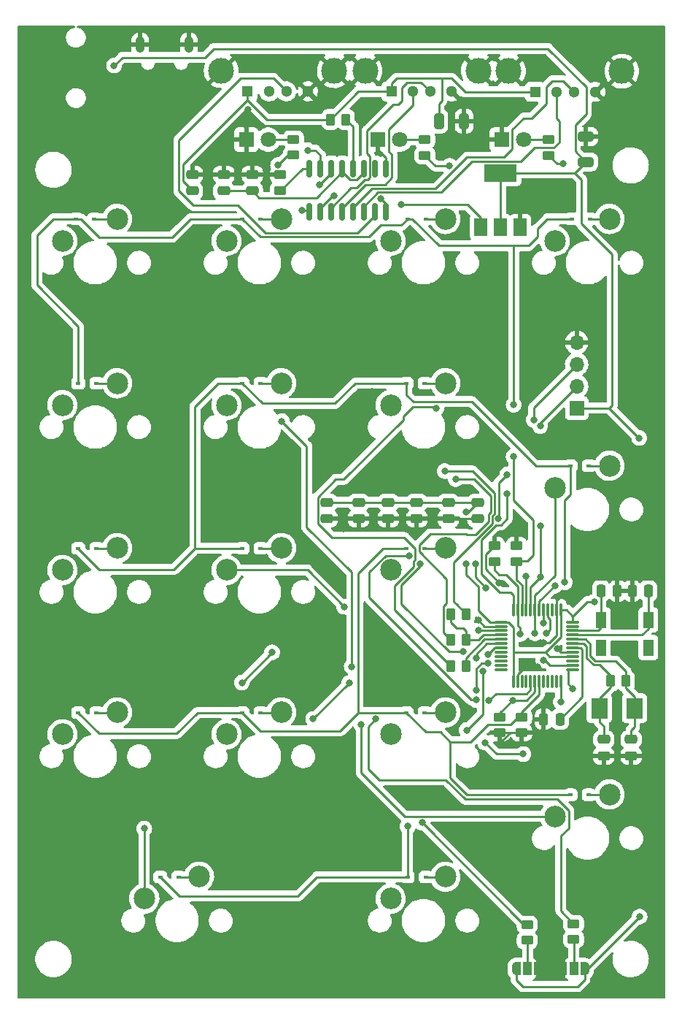
<source format=gbl>
G04 #@! TF.GenerationSoftware,KiCad,Pcbnew,(6.0.6)*
G04 #@! TF.CreationDate,2022-09-12T00:25:56+02:00*
G04 #@! TF.ProjectId,keyboard,6b657962-6f61-4726-942e-6b696361645f,v1.0*
G04 #@! TF.SameCoordinates,Original*
G04 #@! TF.FileFunction,Copper,L2,Bot*
G04 #@! TF.FilePolarity,Positive*
%FSLAX46Y46*%
G04 Gerber Fmt 4.6, Leading zero omitted, Abs format (unit mm)*
G04 Created by KiCad (PCBNEW (6.0.6)) date 2022-09-12 00:25:56*
%MOMM*%
%LPD*%
G01*
G04 APERTURE LIST*
G04 Aperture macros list*
%AMRoundRect*
0 Rectangle with rounded corners*
0 $1 Rounding radius*
0 $2 $3 $4 $5 $6 $7 $8 $9 X,Y pos of 4 corners*
0 Add a 4 corners polygon primitive as box body*
4,1,4,$2,$3,$4,$5,$6,$7,$8,$9,$2,$3,0*
0 Add four circle primitives for the rounded corners*
1,1,$1+$1,$2,$3*
1,1,$1+$1,$4,$5*
1,1,$1+$1,$6,$7*
1,1,$1+$1,$8,$9*
0 Add four rect primitives between the rounded corners*
20,1,$1+$1,$2,$3,$4,$5,0*
20,1,$1+$1,$4,$5,$6,$7,0*
20,1,$1+$1,$6,$7,$8,$9,0*
20,1,$1+$1,$8,$9,$2,$3,0*%
%AMFreePoly0*
4,1,22,0.550000,-0.750000,0.000000,-0.750000,0.000000,-0.745033,-0.079941,-0.743568,-0.215256,-0.701293,-0.333266,-0.622738,-0.424486,-0.514219,-0.481581,-0.384460,-0.499164,-0.250000,-0.500000,-0.250000,-0.500000,0.250000,-0.499164,0.250000,-0.499963,0.256109,-0.478152,0.396186,-0.417904,0.524511,-0.324060,0.630769,-0.204165,0.706417,-0.067858,0.745374,0.000000,0.744959,0.000000,0.750000,
0.550000,0.750000,0.550000,-0.750000,0.550000,-0.750000,$1*%
%AMFreePoly1*
4,1,20,0.000000,0.744959,0.073905,0.744508,0.209726,0.703889,0.328688,0.626782,0.421226,0.519385,0.479903,0.390333,0.500000,0.250000,0.500000,-0.250000,0.499851,-0.262216,0.476331,-0.402017,0.414519,-0.529596,0.319384,-0.634700,0.198574,-0.708877,0.061801,-0.746166,0.000000,-0.745033,0.000000,-0.750000,-0.550000,-0.750000,-0.550000,0.750000,0.000000,0.750000,0.000000,0.744959,
0.000000,0.744959,$1*%
G04 Aperture macros list end*
G04 #@! TA.AperFunction,ComponentPad*
%ADD10C,2.500000*%
G04 #@! TD*
G04 #@! TA.AperFunction,ComponentPad*
%ADD11R,1.800000X1.800000*%
G04 #@! TD*
G04 #@! TA.AperFunction,ComponentPad*
%ADD12C,1.800000*%
G04 #@! TD*
G04 #@! TA.AperFunction,ComponentPad*
%ADD13R,1.300000X1.300000*%
G04 #@! TD*
G04 #@! TA.AperFunction,ComponentPad*
%ADD14C,1.300000*%
G04 #@! TD*
G04 #@! TA.AperFunction,ComponentPad*
%ADD15C,3.000000*%
G04 #@! TD*
G04 #@! TA.AperFunction,ComponentPad*
%ADD16O,1.050000X1.900000*%
G04 #@! TD*
G04 #@! TA.AperFunction,SMDPad,CuDef*
%ADD17R,0.600000X0.450000*%
G04 #@! TD*
G04 #@! TA.AperFunction,SMDPad,CuDef*
%ADD18RoundRect,0.250000X0.262500X0.450000X-0.262500X0.450000X-0.262500X-0.450000X0.262500X-0.450000X0*%
G04 #@! TD*
G04 #@! TA.AperFunction,SMDPad,CuDef*
%ADD19RoundRect,0.250000X0.475000X-0.250000X0.475000X0.250000X-0.475000X0.250000X-0.475000X-0.250000X0*%
G04 #@! TD*
G04 #@! TA.AperFunction,SMDPad,CuDef*
%ADD20RoundRect,0.250000X0.450000X-0.262500X0.450000X0.262500X-0.450000X0.262500X-0.450000X-0.262500X0*%
G04 #@! TD*
G04 #@! TA.AperFunction,SMDPad,CuDef*
%ADD21RoundRect,0.075000X0.662500X0.075000X-0.662500X0.075000X-0.662500X-0.075000X0.662500X-0.075000X0*%
G04 #@! TD*
G04 #@! TA.AperFunction,SMDPad,CuDef*
%ADD22RoundRect,0.075000X0.075000X0.662500X-0.075000X0.662500X-0.075000X-0.662500X0.075000X-0.662500X0*%
G04 #@! TD*
G04 #@! TA.AperFunction,SMDPad,CuDef*
%ADD23RoundRect,0.250000X0.650000X-0.325000X0.650000X0.325000X-0.650000X0.325000X-0.650000X-0.325000X0*%
G04 #@! TD*
G04 #@! TA.AperFunction,SMDPad,CuDef*
%ADD24RoundRect,0.250000X-0.325000X-0.650000X0.325000X-0.650000X0.325000X0.650000X-0.325000X0.650000X0*%
G04 #@! TD*
G04 #@! TA.AperFunction,SMDPad,CuDef*
%ADD25R,1.500000X2.000000*%
G04 #@! TD*
G04 #@! TA.AperFunction,SMDPad,CuDef*
%ADD26R,3.800000X2.000000*%
G04 #@! TD*
G04 #@! TA.AperFunction,SMDPad,CuDef*
%ADD27R,1.300000X1.900000*%
G04 #@! TD*
G04 #@! TA.AperFunction,SMDPad,CuDef*
%ADD28RoundRect,0.250000X-0.475000X0.250000X-0.475000X-0.250000X0.475000X-0.250000X0.475000X0.250000X0*%
G04 #@! TD*
G04 #@! TA.AperFunction,SMDPad,CuDef*
%ADD29RoundRect,0.250000X-0.262500X-0.450000X0.262500X-0.450000X0.262500X0.450000X-0.262500X0.450000X0*%
G04 #@! TD*
G04 #@! TA.AperFunction,SMDPad,CuDef*
%ADD30RoundRect,0.150000X0.150000X-0.850000X0.150000X0.850000X-0.150000X0.850000X-0.150000X-0.850000X0*%
G04 #@! TD*
G04 #@! TA.AperFunction,SMDPad,CuDef*
%ADD31RoundRect,0.250000X0.250000X0.475000X-0.250000X0.475000X-0.250000X-0.475000X0.250000X-0.475000X0*%
G04 #@! TD*
G04 #@! TA.AperFunction,SMDPad,CuDef*
%ADD32FreePoly0,0.000000*%
G04 #@! TD*
G04 #@! TA.AperFunction,SMDPad,CuDef*
%ADD33R,1.000000X1.500000*%
G04 #@! TD*
G04 #@! TA.AperFunction,SMDPad,CuDef*
%ADD34FreePoly1,0.000000*%
G04 #@! TD*
G04 #@! TA.AperFunction,SMDPad,CuDef*
%ADD35RoundRect,0.250000X-0.450000X0.262500X-0.450000X-0.262500X0.450000X-0.262500X0.450000X0.262500X0*%
G04 #@! TD*
G04 #@! TA.AperFunction,SMDPad,CuDef*
%ADD36RoundRect,0.250000X-0.250000X-0.475000X0.250000X-0.475000X0.250000X0.475000X-0.250000X0.475000X0*%
G04 #@! TD*
G04 #@! TA.AperFunction,SMDPad,CuDef*
%ADD37FreePoly0,180.000000*%
G04 #@! TD*
G04 #@! TA.AperFunction,SMDPad,CuDef*
%ADD38FreePoly1,180.000000*%
G04 #@! TD*
G04 #@! TA.AperFunction,ComponentPad*
%ADD39R,1.700000X1.700000*%
G04 #@! TD*
G04 #@! TA.AperFunction,ComponentPad*
%ADD40O,1.700000X1.700000*%
G04 #@! TD*
G04 #@! TA.AperFunction,SMDPad,CuDef*
%ADD41R,1.900000X2.400000*%
G04 #@! TD*
G04 #@! TA.AperFunction,ViaPad*
%ADD42C,0.800000*%
G04 #@! TD*
G04 #@! TA.AperFunction,Conductor*
%ADD43C,0.250000*%
G04 #@! TD*
G04 APERTURE END LIST*
D10*
X120040400Y-97891600D03*
X126390400Y-95351600D03*
D11*
X141376400Y-48000000D03*
D12*
X143916400Y-48000000D03*
D10*
X120040400Y-59740800D03*
X126390400Y-57200800D03*
X158140400Y-135991600D03*
X164490400Y-133451600D03*
D11*
X171043600Y-48000000D03*
D12*
X173583600Y-48000000D03*
D10*
X158140400Y-78790800D03*
X164490400Y-76250800D03*
X120040400Y-78790800D03*
X126390400Y-76250800D03*
X129540000Y-135991600D03*
X135890000Y-133451600D03*
X158140400Y-97891600D03*
X164490400Y-95351600D03*
D13*
X174904400Y-42468800D03*
D14*
X177404400Y-42468800D03*
X179404400Y-42468800D03*
X181904400Y-42468800D03*
D15*
X171834400Y-40068800D03*
X184974400Y-40068800D03*
D10*
X158140400Y-116941600D03*
X164490400Y-114401600D03*
X139090400Y-78790800D03*
X145440400Y-76250800D03*
X177190400Y-59740800D03*
X183540400Y-57200800D03*
X177190400Y-126441200D03*
X183540400Y-123901200D03*
D16*
X129071600Y-36982400D03*
X134721600Y-36982400D03*
D10*
X139090400Y-97891600D03*
X145440400Y-95351600D03*
X158140400Y-59740800D03*
X164490400Y-57200800D03*
D13*
X141534000Y-42415400D03*
D14*
X144034000Y-42415400D03*
X146034000Y-42415400D03*
X148534000Y-42415400D03*
D15*
X138464000Y-40015400D03*
X151604000Y-40015400D03*
D13*
X158247200Y-42415400D03*
D14*
X160747200Y-42415400D03*
X162747200Y-42415400D03*
X165247200Y-42415400D03*
D15*
X155177200Y-40015400D03*
X168317200Y-40015400D03*
D10*
X120040400Y-116941600D03*
X126390400Y-114401600D03*
X139090400Y-116941600D03*
X145440400Y-114401600D03*
X177190400Y-88341200D03*
X183540400Y-85801200D03*
X139090400Y-59740800D03*
X145440400Y-57200800D03*
D11*
X156662200Y-48000000D03*
D12*
X159202200Y-48000000D03*
D17*
X140936000Y-57200800D03*
X143036000Y-57200800D03*
D18*
X185467000Y-110744000D03*
X183642000Y-110744000D03*
D19*
X142087600Y-53950000D03*
X142087600Y-52050000D03*
D17*
X140936000Y-76250800D03*
X143036000Y-76250800D03*
D20*
X162102800Y-49832900D03*
X162102800Y-48007900D03*
D17*
X121632000Y-57200800D03*
X123732000Y-57200800D03*
X121886000Y-114427000D03*
X123986000Y-114427000D03*
D20*
X179374800Y-140716000D03*
X179374800Y-138891000D03*
D19*
X182880000Y-119441000D03*
X182880000Y-117541000D03*
D17*
X121886000Y-95377000D03*
X123986000Y-95377000D03*
D21*
X179295500Y-103930000D03*
X179295500Y-104430000D03*
X179295500Y-104930000D03*
X179295500Y-105430000D03*
X179295500Y-105930000D03*
X179295500Y-106430000D03*
X179295500Y-106930000D03*
X179295500Y-107430000D03*
X179295500Y-107930000D03*
X179295500Y-108430000D03*
X179295500Y-108930000D03*
X179295500Y-109430000D03*
D22*
X177883000Y-110842500D03*
X177383000Y-110842500D03*
X176883000Y-110842500D03*
X176383000Y-110842500D03*
X175883000Y-110842500D03*
X175383000Y-110842500D03*
X174883000Y-110842500D03*
X174383000Y-110842500D03*
X173883000Y-110842500D03*
X173383000Y-110842500D03*
X172883000Y-110842500D03*
X172383000Y-110842500D03*
D21*
X170970500Y-109430000D03*
X170970500Y-108930000D03*
X170970500Y-108430000D03*
X170970500Y-107930000D03*
X170970500Y-107430000D03*
X170970500Y-106930000D03*
X170970500Y-106430000D03*
X170970500Y-105930000D03*
X170970500Y-105430000D03*
X170970500Y-104930000D03*
X170970500Y-104430000D03*
X170970500Y-103930000D03*
D22*
X172383000Y-102517500D03*
X172883000Y-102517500D03*
X173383000Y-102517500D03*
X173883000Y-102517500D03*
X174383000Y-102517500D03*
X174883000Y-102517500D03*
X175383000Y-102517500D03*
X175883000Y-102517500D03*
X176383000Y-102517500D03*
X176883000Y-102517500D03*
X177383000Y-102517500D03*
X177883000Y-102517500D03*
D23*
X180797200Y-50598600D03*
X180797200Y-47648600D03*
D24*
X163726600Y-45872400D03*
X166676600Y-45872400D03*
D25*
X173191200Y-58166400D03*
D26*
X170891200Y-51866400D03*
D25*
X170891200Y-58166400D03*
X168591200Y-58166400D03*
D20*
X172770800Y-96912500D03*
X172770800Y-95087500D03*
D27*
X182543000Y-103683000D03*
X188043000Y-103683000D03*
X188043000Y-106883000D03*
X182543000Y-106883000D03*
D28*
X168275000Y-90050000D03*
X168275000Y-91950000D03*
D29*
X165087500Y-109000000D03*
X166912500Y-109000000D03*
D30*
X157607000Y-56348000D03*
X156337000Y-56348000D03*
X155067000Y-56348000D03*
X153797000Y-56348000D03*
X152527000Y-56348000D03*
X151257000Y-56348000D03*
X149987000Y-56348000D03*
X148717000Y-56348000D03*
X148717000Y-51348000D03*
X149987000Y-51348000D03*
X151257000Y-51348000D03*
X152527000Y-51348000D03*
X153797000Y-51348000D03*
X155067000Y-51348000D03*
X156337000Y-51348000D03*
X157607000Y-51348000D03*
D31*
X184465000Y-100330000D03*
X182565000Y-100330000D03*
D17*
X121886000Y-76250800D03*
X123986000Y-76250800D03*
D20*
X145338800Y-53912500D03*
X145338800Y-52087500D03*
D17*
X179036000Y-85801200D03*
X181136000Y-85801200D03*
X140936000Y-95377000D03*
X143036000Y-95377000D03*
D32*
X172715400Y-144106400D03*
D33*
X174015400Y-144106400D03*
D34*
X175315400Y-144106400D03*
D19*
X186055000Y-119441000D03*
X186055000Y-117541000D03*
D35*
X170815000Y-114935000D03*
X170815000Y-116760000D03*
D17*
X179163000Y-57200800D03*
X181263000Y-57200800D03*
D20*
X173990000Y-140815700D03*
X173990000Y-138990700D03*
X176479200Y-49831000D03*
X176479200Y-48006000D03*
D36*
X175900000Y-115189000D03*
X177800000Y-115189000D03*
D28*
X161163000Y-90050000D03*
X161163000Y-91950000D03*
D37*
X180700200Y-144111200D03*
D33*
X179400200Y-144111200D03*
D38*
X178100200Y-144111200D03*
D19*
X138781100Y-53950000D03*
X138781100Y-52050000D03*
D35*
X173355000Y-114935000D03*
X173355000Y-116760000D03*
D17*
X140936000Y-114427000D03*
X143036000Y-114427000D03*
D18*
X166912500Y-103000000D03*
X165087500Y-103000000D03*
D39*
X179730400Y-79136400D03*
D40*
X179730400Y-76596400D03*
X179730400Y-74056400D03*
X179730400Y-71516400D03*
D17*
X131411000Y-133477000D03*
X133511000Y-133477000D03*
D18*
X152958800Y-45669200D03*
X151133800Y-45669200D03*
D17*
X159986000Y-76250800D03*
X162086000Y-76250800D03*
D28*
X164846000Y-90050000D03*
X164846000Y-91950000D03*
D17*
X159986000Y-114427000D03*
X162086000Y-114427000D03*
D41*
X186454000Y-113919000D03*
X182354000Y-113919000D03*
D18*
X166912500Y-106000000D03*
X165087500Y-106000000D03*
D17*
X160113000Y-133477000D03*
X162213000Y-133477000D03*
X179036000Y-123952000D03*
X181136000Y-123952000D03*
D28*
X135128000Y-52050000D03*
X135128000Y-53950000D03*
X157861000Y-90050000D03*
X157861000Y-91950000D03*
D17*
X159986000Y-95377000D03*
X162086000Y-95377000D03*
D28*
X150749000Y-90050000D03*
X150749000Y-91950000D03*
D20*
X170180000Y-96912500D03*
X170180000Y-95087500D03*
D17*
X160113000Y-57200800D03*
X162213000Y-57200800D03*
D20*
X146862800Y-49782100D03*
X146862800Y-47957100D03*
D28*
X154432000Y-90050000D03*
X154432000Y-91950000D03*
D36*
X186161600Y-100330000D03*
X188061600Y-100330000D03*
D42*
X175869600Y-106324400D03*
X177520600Y-107035600D03*
X179298600Y-111658400D03*
X155956000Y-77165200D03*
X156514800Y-105816400D03*
X142443200Y-39827200D03*
X155498800Y-44297600D03*
X170907700Y-117877000D03*
X141579600Y-44551600D03*
X160274000Y-123799600D03*
X157073600Y-86817200D03*
X166979600Y-114300000D03*
X137668000Y-86766400D03*
X166370000Y-59131200D03*
X142443200Y-36271200D03*
X170744400Y-99407700D03*
X182575200Y-96977200D03*
X157378400Y-112725200D03*
X168300000Y-103734000D03*
X172669200Y-131013200D03*
X160832800Y-52171600D03*
X152654000Y-93116400D03*
X152450800Y-71780400D03*
X175158400Y-109118400D03*
X152400000Y-128981200D03*
X176936400Y-120243600D03*
X175768000Y-53594000D03*
X137363200Y-49885600D03*
X179882800Y-95554800D03*
X167386000Y-84074000D03*
X146304000Y-86969600D03*
X152450800Y-81991200D03*
X130596600Y-41645800D03*
X186486800Y-94945200D03*
X176225000Y-105207000D03*
X129540000Y-127864000D03*
X144374000Y-107442000D03*
X140868000Y-110947000D03*
X172415000Y-84734400D03*
X172415000Y-78740000D03*
X173533000Y-119228000D03*
X169113000Y-117907000D03*
X178359000Y-99314000D03*
X172314000Y-112979000D03*
X168808000Y-109626000D03*
X166954000Y-116459000D03*
X173177000Y-105308000D03*
X160122000Y-127610000D03*
X177190000Y-99720400D03*
X149149000Y-115164000D03*
X174883000Y-105228000D03*
X153314000Y-110998000D03*
X168046000Y-111862000D03*
X169418000Y-108712000D03*
X175565000Y-92811600D03*
X175565000Y-98704400D03*
X173883000Y-98659000D03*
X154737000Y-115824000D03*
X152756000Y-102159000D03*
X126034800Y-39420800D03*
X187043950Y-138072750D03*
X181799100Y-101559800D03*
X166914400Y-91205600D03*
X186994800Y-82600800D03*
X166914400Y-97158400D03*
X175883000Y-104025000D03*
X156442100Y-115156100D03*
X169559600Y-113054400D03*
X161786700Y-127178900D03*
X148488400Y-49225200D03*
X149910800Y-53238400D03*
X171663300Y-86819900D03*
X167972100Y-97161500D03*
X170666400Y-91943600D03*
X169193700Y-99950700D03*
X168300000Y-104902000D03*
X174749500Y-80484000D03*
X171658800Y-89084100D03*
X175503800Y-81201900D03*
X165682650Y-87349050D03*
X159374700Y-55560100D03*
X156989600Y-54853800D03*
X164427598Y-86422802D03*
X147816100Y-56225500D03*
X163441700Y-79119200D03*
X151601900Y-54526500D03*
X177902000Y-113182000D03*
X178160100Y-50826700D03*
X164989800Y-51046300D03*
X145075400Y-50940600D03*
X160277600Y-96222100D03*
X175870000Y-108356000D03*
X168055000Y-112961400D03*
X161600000Y-97163900D03*
X166549600Y-107376600D03*
X169452000Y-107645000D03*
X145517500Y-80649800D03*
X168097000Y-108102000D03*
X153630400Y-109098900D03*
D43*
X179565600Y-49367000D02*
X180797200Y-50598600D01*
X176423100Y-37465000D02*
X180860900Y-41902800D01*
X137566400Y-37465000D02*
X176423100Y-37465000D01*
X180860900Y-45004500D02*
X179565600Y-46299800D01*
X180860900Y-41902800D02*
X180860900Y-45004500D01*
X179565600Y-46299800D02*
X179565600Y-49367000D01*
X127013600Y-38471500D02*
X136559900Y-38471500D01*
X136559900Y-38471500D02*
X137566400Y-37465000D01*
X168300000Y-102565000D02*
X169665000Y-103930000D01*
X176570098Y-106324400D02*
X175869600Y-106324400D01*
X177383000Y-105511498D02*
X176570098Y-106324400D01*
X177383000Y-102517500D02*
X177383000Y-105511498D01*
X177883000Y-105647894D02*
X177883000Y-102517500D01*
X176095694Y-107435200D02*
X177883000Y-105647894D01*
X176590494Y-107930000D02*
X176095694Y-107435200D01*
X179295500Y-107930000D02*
X176590494Y-107930000D01*
X176095694Y-107435200D02*
X172383000Y-107435200D01*
X177915000Y-107430000D02*
X177520600Y-107035600D01*
X179295500Y-107430000D02*
X177915000Y-107430000D01*
X172383000Y-104539000D02*
X171774000Y-103930000D01*
X172383000Y-107435200D02*
X172383000Y-104539000D01*
X171774000Y-103930000D02*
X170970500Y-103930000D01*
X172383000Y-107435200D02*
X172383000Y-110842000D01*
X163265700Y-78943200D02*
X163441700Y-79119200D01*
X160692999Y-78943200D02*
X163265700Y-78943200D01*
X159575399Y-80060800D02*
X160692999Y-78943200D01*
X159575399Y-80505401D02*
X159575399Y-80060800D01*
X152686300Y-87394500D02*
X159575399Y-80505401D01*
X151751600Y-87394500D02*
X152686300Y-87394500D01*
X149693700Y-89452400D02*
X151751600Y-87394500D01*
X149693700Y-92511800D02*
X149693700Y-89452400D01*
X151308500Y-94126600D02*
X149693700Y-92511800D01*
X159736600Y-94126600D02*
X151308500Y-94126600D01*
X160836700Y-96885400D02*
X161002600Y-96719500D01*
X161002600Y-95392600D02*
X159736600Y-94126600D01*
X161002600Y-96719500D02*
X161002600Y-95392600D01*
X158597600Y-99765200D02*
X160836700Y-97526100D01*
X159132400Y-103049200D02*
X158597600Y-102514400D01*
X159136700Y-103049200D02*
X159132400Y-103049200D01*
X158597600Y-102514400D02*
X158597600Y-99765200D01*
X160836700Y-97526100D02*
X160836700Y-96885400D01*
X165087500Y-109000000D02*
X159136700Y-103049200D01*
X172883000Y-110006500D02*
X172883000Y-110842500D01*
X173771100Y-109118400D02*
X172883000Y-110006500D01*
X175158400Y-109118400D02*
X173771100Y-109118400D01*
X178714500Y-111074300D02*
X179298600Y-111658400D01*
X178714500Y-110718700D02*
X178714500Y-111074300D01*
X178714500Y-109430000D02*
X178714500Y-110718700D01*
X144512600Y-40894000D02*
X146034000Y-42415400D01*
X140766800Y-40894000D02*
X144512600Y-40894000D01*
X133550800Y-53960800D02*
X133550800Y-48110000D01*
X135215400Y-55625400D02*
X133550800Y-53960800D01*
X140433800Y-55625400D02*
X135215400Y-55625400D01*
X143641600Y-58833200D02*
X140433800Y-55625400D01*
X133550800Y-48110000D02*
X140766800Y-40894000D01*
X154304700Y-58833200D02*
X143641600Y-58833200D01*
X156337000Y-56800900D02*
X154304700Y-58833200D01*
X156337000Y-56348000D02*
X156337000Y-56800900D01*
X178134400Y-41198800D02*
X179404400Y-42468800D01*
X176885600Y-41198800D02*
X178134400Y-41198800D01*
X176174400Y-41910000D02*
X176885600Y-41198800D01*
X176174400Y-43840400D02*
X176174400Y-41910000D01*
X174498000Y-45516800D02*
X176174400Y-43840400D01*
X173583600Y-45516800D02*
X174498000Y-45516800D01*
X172269000Y-49055400D02*
X172269000Y-46831400D01*
X171278400Y-50046000D02*
X172269000Y-49055400D01*
X172269000Y-46831400D02*
X173583600Y-45516800D01*
X163383800Y-53678100D02*
X167015900Y-50046000D01*
X167015900Y-50046000D02*
X171278400Y-50046000D01*
X156004800Y-53678100D02*
X163383800Y-53678100D01*
X153797000Y-55885900D02*
X156004800Y-53678100D01*
X153797000Y-56348000D02*
X153797000Y-55885900D01*
X177404400Y-45527600D02*
X177404400Y-42468800D01*
X177716000Y-45839200D02*
X177404400Y-45527600D01*
X177716000Y-48309200D02*
X177716000Y-45839200D01*
X174866600Y-48957700D02*
X177067500Y-48957700D01*
X156689200Y-54128500D02*
X164020100Y-54128500D01*
X167607600Y-50541000D02*
X173283300Y-50541000D01*
X155067000Y-55750700D02*
X156689200Y-54128500D01*
X164020100Y-54128500D02*
X167607600Y-50541000D01*
X155067000Y-56348000D02*
X155067000Y-55750700D01*
X173283300Y-50541000D02*
X174866600Y-48957700D01*
X177067500Y-48957700D02*
X177716000Y-48309200D01*
X166779200Y-42468800D02*
X174904400Y-42468800D01*
X165210600Y-40900200D02*
X166779200Y-42468800D01*
X164077800Y-40900200D02*
X165210600Y-40900200D01*
X163726600Y-43842200D02*
X164077800Y-43491000D01*
X164077800Y-43491000D02*
X164077800Y-40900200D01*
X163726600Y-45872400D02*
X163726600Y-43842200D01*
X158845400Y-40900200D02*
X164077800Y-40900200D01*
X160747200Y-43976800D02*
X160747200Y-42415400D01*
X157887600Y-49341400D02*
X157887600Y-46836400D01*
X158275900Y-52391200D02*
X158275900Y-49729700D01*
X158275900Y-49729700D02*
X157887600Y-49341400D01*
X155239200Y-53204800D02*
X157462300Y-53204800D01*
X157462300Y-53204800D02*
X158275900Y-52391200D01*
X152527000Y-55917000D02*
X155239200Y-53204800D01*
X157887600Y-46836400D02*
X160747200Y-43976800D01*
X152527000Y-56348000D02*
X152527000Y-55917000D01*
X161682000Y-41350200D02*
X162747200Y-42415400D01*
X160071800Y-41350200D02*
X161682000Y-41350200D01*
X159461200Y-41960800D02*
X160071800Y-41350200D01*
X159461200Y-43484800D02*
X159461200Y-41960800D01*
X159004000Y-43942000D02*
X159461200Y-43484800D01*
X158458300Y-43942000D02*
X159004000Y-43942000D01*
X155414600Y-46985700D02*
X158458300Y-43942000D01*
X155414600Y-49644200D02*
X155414600Y-46985700D01*
X155467900Y-52674000D02*
X155711000Y-52430900D01*
X155132600Y-52674000D02*
X155467900Y-52674000D01*
X155711000Y-52430900D02*
X155711000Y-49940600D01*
X153552700Y-53617100D02*
X154189500Y-53617100D01*
X154189500Y-53617100D02*
X155132600Y-52674000D01*
X155711000Y-49940600D02*
X155414600Y-49644200D01*
X151257000Y-55912800D02*
X153552700Y-53617100D01*
X151257000Y-56348000D02*
X151257000Y-55912800D01*
X158247200Y-41498400D02*
X158845400Y-40900200D01*
X158247200Y-42415400D02*
X158247200Y-41498400D01*
X168275000Y-91950000D02*
X164846000Y-91950000D01*
X178765200Y-100787200D02*
X182575200Y-96977200D01*
X178003200Y-100787200D02*
X178765200Y-100787200D01*
X175617700Y-116431300D02*
X175289000Y-116760000D01*
X177383000Y-101407400D02*
X178003200Y-100787200D01*
X169153000Y-96114500D02*
X170180000Y-95087500D01*
X186161600Y-100330000D02*
X184465000Y-100330000D01*
X157607000Y-51348000D02*
X157607000Y-50094800D01*
X172024700Y-116760000D02*
X170907700Y-117877000D01*
X156662200Y-49150000D02*
X156662200Y-48000000D01*
X175289000Y-116760000D02*
X173355000Y-116760000D01*
X175900000Y-115189000D02*
X175900000Y-116149000D01*
X172024700Y-116760000D02*
X173355000Y-116760000D01*
X157607000Y-50094800D02*
X156662200Y-49150000D01*
X170970000Y-104430000D02*
X168997000Y-104430000D01*
X175900000Y-116149000D02*
X175617700Y-116431300D01*
X177383000Y-102517500D02*
X177383000Y-101407400D01*
X170744400Y-99407700D02*
X169153000Y-97816300D01*
X170970000Y-104430000D02*
X170970500Y-104430000D01*
X169153000Y-97816300D02*
X169153000Y-96114500D01*
X170815000Y-116760000D02*
X172024700Y-116760000D01*
X168997000Y-104430000D02*
X168300000Y-103734000D01*
X126390000Y-57200800D02*
X126390400Y-57200800D01*
X123732000Y-57200800D02*
X126390000Y-57200800D01*
X143036000Y-76250800D02*
X145440000Y-76250800D01*
X145440000Y-76250800D02*
X145440400Y-76250800D01*
X162086000Y-95377000D02*
X164465000Y-95377000D01*
X164477500Y-95364300D02*
X164477700Y-95364300D01*
X164477500Y-95364300D02*
X164490000Y-95351600D01*
X164465000Y-95377000D02*
X164477500Y-95364300D01*
X164477700Y-95364300D02*
X164490400Y-95351600D01*
X135865000Y-133477000D02*
X135890000Y-133452000D01*
X135890000Y-133452000D02*
X135890000Y-133451600D01*
X133511000Y-133477000D02*
X135865000Y-133477000D01*
X143036000Y-57200800D02*
X145440000Y-57200800D01*
X145440000Y-57200800D02*
X145440400Y-57200800D01*
X162086000Y-76250800D02*
X164490000Y-76250800D01*
X164490000Y-76250800D02*
X164490400Y-76250800D01*
X164490000Y-133452000D02*
X164490400Y-133451600D01*
X162213000Y-133477000D02*
X164465000Y-133477000D01*
X164465000Y-133477000D02*
X164490000Y-133452000D01*
X162213000Y-57200800D02*
X164490000Y-57200800D01*
X164490000Y-57200800D02*
X164490400Y-57200800D01*
X181136000Y-85801200D02*
X183540000Y-85801200D01*
X183540000Y-85801200D02*
X183540400Y-85801200D01*
X143036000Y-114427000D02*
X145415000Y-114427000D01*
X145415000Y-114427000D02*
X145440000Y-114402000D01*
X145440000Y-114402000D02*
X145440400Y-114401600D01*
X183540000Y-57200800D02*
X183540400Y-57200800D01*
X181263000Y-57200800D02*
X183540000Y-57200800D01*
X123986000Y-95377000D02*
X126365000Y-95377000D01*
X126377700Y-95364300D02*
X126390400Y-95351600D01*
X126365000Y-95377000D02*
X126377500Y-95364300D01*
X126377500Y-95364300D02*
X126377700Y-95364300D01*
X126377500Y-95364300D02*
X126390000Y-95351600D01*
X162086000Y-114427000D02*
X164465000Y-114427000D01*
X164465000Y-114427000D02*
X164490000Y-114402000D01*
X164490000Y-114402000D02*
X164490400Y-114401600D01*
X126390000Y-76250800D02*
X126390400Y-76250800D01*
X123986000Y-76250800D02*
X126390000Y-76250800D01*
X145427700Y-95364300D02*
X145440400Y-95351600D01*
X145427500Y-95364300D02*
X145427700Y-95364300D01*
X145415000Y-95377000D02*
X145427500Y-95364300D01*
X145427500Y-95364300D02*
X145440000Y-95351600D01*
X143036000Y-95377000D02*
X145415000Y-95377000D01*
X183490000Y-123952000D02*
X183515000Y-123926500D01*
X183515000Y-123926500D02*
X183515100Y-123926500D01*
X183515100Y-123926500D02*
X183540400Y-123901200D01*
X181136000Y-123952000D02*
X183490000Y-123952000D01*
X183515000Y-123926500D02*
X183540000Y-123901000D01*
X180391000Y-107086000D02*
X180391000Y-112598000D01*
X180391000Y-112598000D02*
X177800000Y-115189000D01*
X179296000Y-106930000D02*
X179295500Y-106930000D01*
X179296000Y-106930000D02*
X180234000Y-106930000D01*
X180234000Y-106930000D02*
X180391000Y-107086000D01*
X176383000Y-103383000D02*
X176632000Y-103632000D01*
X176632000Y-104800000D02*
X176225000Y-105207000D01*
X144374000Y-107442000D02*
X140868000Y-110947000D01*
X176383000Y-102518000D02*
X176383000Y-103383000D01*
X176383000Y-102517500D02*
X176383000Y-102518000D01*
X129540000Y-127864000D02*
X129540000Y-135991600D01*
X176632000Y-103632000D02*
X176632000Y-104800000D01*
X176327000Y-57200800D02*
X179163000Y-57200800D01*
X172771000Y-97535700D02*
X172771000Y-96912500D01*
X172770800Y-97535500D02*
X172770800Y-96912500D01*
X172808000Y-96875600D02*
X173990000Y-96875600D01*
X174142000Y-60299600D02*
X175209000Y-59232800D01*
X175209000Y-59232800D02*
X175209000Y-58318400D01*
X159402000Y-57912000D02*
X160113000Y-57200800D01*
X175209000Y-58318400D02*
X176327000Y-57200800D01*
X172364000Y-60299600D02*
X174142000Y-60299600D01*
X117094000Y-59080400D02*
X117094000Y-64871600D01*
X140936000Y-57200800D02*
X143019000Y-59283600D01*
X173383000Y-99645400D02*
X172771000Y-99033200D01*
X143019000Y-59283600D02*
X155600000Y-59283600D01*
X132740000Y-59334400D02*
X134874000Y-57200800D01*
X160663000Y-57200800D02*
X163762000Y-60299600D01*
X174701000Y-92100400D02*
X172415000Y-89814400D01*
X124316000Y-59334400D02*
X132740000Y-59334400D01*
X172771000Y-97535700D02*
X172770800Y-97535500D01*
X118974000Y-57200800D02*
X117094000Y-59080400D01*
X155600000Y-59283600D02*
X156972000Y-57912000D01*
X174701000Y-96164400D02*
X174701000Y-92100400D01*
X160113000Y-57200800D02*
X160663000Y-57200800D01*
X121632000Y-57200800D02*
X118974000Y-57200800D01*
X117094000Y-64871600D02*
X121886000Y-69663600D01*
X121632000Y-57200800D02*
X122182000Y-57200800D01*
X172415000Y-78740000D02*
X172415000Y-60350400D01*
X172771000Y-96912500D02*
X172808000Y-96875600D01*
X121886000Y-69663600D02*
X121886000Y-76250800D01*
X134874000Y-57200800D02*
X140936000Y-57200800D01*
X173990000Y-96875600D02*
X174701000Y-96164400D01*
X156972000Y-57912000D02*
X159402000Y-57912000D01*
X122182000Y-57200800D02*
X124316000Y-59334400D01*
X173383000Y-102517500D02*
X173383000Y-99645400D01*
X172415000Y-60350400D02*
X172364000Y-60299600D01*
X172415000Y-89814400D02*
X172415000Y-84734400D01*
X172771000Y-99033200D02*
X172771000Y-97535700D01*
X163762000Y-60299600D02*
X172364000Y-60299600D01*
X132944000Y-97840800D02*
X135407000Y-95377000D01*
X179036000Y-85801200D02*
X179036000Y-89137200D01*
X172314000Y-112979000D02*
X170815000Y-114478000D01*
X179036000Y-85801200D02*
X175006000Y-85801200D01*
X178359000Y-89814400D02*
X178359000Y-99314000D01*
X140936000Y-76250800D02*
X138125000Y-76250800D01*
X175006000Y-85801200D02*
X167589000Y-78384400D01*
X167589000Y-78384400D02*
X160782000Y-78384400D01*
X170815000Y-114478000D02*
X170815000Y-114935000D01*
X138125000Y-76250800D02*
X135407000Y-78968600D01*
X170434000Y-119228000D02*
X169113000Y-117907000D01*
X135407000Y-78968600D02*
X135407000Y-95377000D01*
X160782000Y-78384400D02*
X159986000Y-77588400D01*
X140936000Y-76250800D02*
X143273000Y-78587600D01*
X121886000Y-95377000D02*
X124350000Y-97840800D01*
X173533000Y-119228000D02*
X170434000Y-119228000D01*
X154026000Y-76250800D02*
X159986000Y-76250800D01*
X151689000Y-78587600D02*
X154026000Y-76250800D01*
X124350000Y-97840800D02*
X132944000Y-97840800D01*
X174883000Y-111985000D02*
X173888000Y-112979000D01*
X159986000Y-77588400D02*
X159986000Y-76250800D01*
X143273000Y-78587600D02*
X151689000Y-78587600D01*
X173888000Y-112979000D02*
X172314000Y-112979000D01*
X179036000Y-89137200D02*
X178359000Y-89814400D01*
X135407000Y-95377000D02*
X140936000Y-95377000D01*
X174883000Y-110842500D02*
X174883000Y-111985000D01*
X172060000Y-115824000D02*
X169418000Y-115824000D01*
X154356000Y-114427000D02*
X159986000Y-114427000D01*
X166980000Y-123952000D02*
X179036000Y-123952000D01*
X173355000Y-114935000D02*
X172949000Y-114935000D01*
X163932000Y-116688000D02*
X165049000Y-117805000D01*
X169418000Y-115824000D02*
X167437000Y-117805000D01*
X173355000Y-114352000D02*
X173355000Y-114935000D01*
X175383000Y-112324000D02*
X173355000Y-114352000D01*
X165049000Y-122022000D02*
X166980000Y-123952000D01*
X159986000Y-95377000D02*
X157251000Y-95377000D01*
X165049000Y-117805000D02*
X165049000Y-122022000D01*
X162247000Y-116688000D02*
X163932000Y-116688000D01*
X124299000Y-116840000D02*
X133299000Y-116840000D01*
X121886000Y-114427000D02*
X124299000Y-116840000D01*
X152248000Y-116535000D02*
X154356000Y-114427000D01*
X154356000Y-98272600D02*
X154356000Y-114427000D01*
X157251000Y-95377000D02*
X154356000Y-98272600D01*
X140936000Y-114427000D02*
X143044000Y-116535000D01*
X175383000Y-110842500D02*
X175383000Y-112324000D01*
X133299000Y-116840000D02*
X135712000Y-114427000D01*
X135712000Y-114427000D02*
X140936000Y-114427000D01*
X159986000Y-114427000D02*
X162247000Y-116688000D01*
X172949000Y-114935000D02*
X172060000Y-115824000D01*
X143044000Y-116535000D02*
X152248000Y-116535000D01*
X167437000Y-117805000D02*
X165049000Y-117805000D01*
X172883000Y-104303000D02*
X173177000Y-104597000D01*
X170180000Y-96912500D02*
X170180000Y-97891600D01*
X131411000Y-133477000D02*
X133621000Y-135687000D01*
X133621000Y-135687000D02*
X147371000Y-135687000D01*
X160113000Y-133477000D02*
X160113000Y-127618000D01*
X168808000Y-114605000D02*
X166954000Y-116459000D01*
X172883000Y-102517500D02*
X172883000Y-104303000D01*
X170739000Y-98450400D02*
X171552000Y-98450400D01*
X147371000Y-135687000D02*
X149581000Y-133477000D01*
X172883000Y-99781800D02*
X172883000Y-102517500D01*
X168808000Y-109626000D02*
X168808000Y-114605000D01*
X149581000Y-133477000D02*
X160113000Y-133477000D01*
X173177000Y-104597000D02*
X173177000Y-105308000D01*
X170180000Y-97891600D02*
X170739000Y-98450400D01*
X171552000Y-98450400D02*
X172883000Y-99781800D01*
X160113000Y-127618000D02*
X160122000Y-127610000D01*
X175383000Y-101528000D02*
X177190000Y-99720400D01*
X175383000Y-102517500D02*
X175383000Y-101528000D01*
X177190000Y-89123600D02*
X177190400Y-89123200D01*
X174883000Y-100809000D02*
X174883000Y-102517500D01*
X177190000Y-98501200D02*
X174883000Y-100809000D01*
X177190000Y-89123600D02*
X177190000Y-98501200D01*
X174883000Y-102517500D02*
X174883000Y-105228000D01*
X177190400Y-89123200D02*
X177190400Y-88341200D01*
X177190000Y-88341200D02*
X177190000Y-89123600D01*
X149149000Y-115164000D02*
X153314000Y-110998000D01*
X168046000Y-109363000D02*
X168046000Y-111862000D01*
X174383000Y-102517500D02*
X174383000Y-99886200D01*
X168697000Y-108712000D02*
X168046000Y-109363000D01*
X175565000Y-98704400D02*
X175565000Y-92811600D01*
X169418000Y-108712000D02*
X168697000Y-108712000D01*
X174383000Y-99886200D02*
X175565000Y-98704400D01*
X148488000Y-97891600D02*
X152756000Y-102159000D01*
X177190000Y-126441000D02*
X177190200Y-126441000D01*
X173883000Y-102517500D02*
X173883000Y-98659000D01*
X154737000Y-115824000D02*
X154737000Y-121412000D01*
X159766000Y-126441000D02*
X177190000Y-126441000D01*
X139090400Y-97891600D02*
X148488000Y-97891600D01*
X154737000Y-121412000D02*
X159766000Y-126441000D01*
X177190200Y-126441000D02*
X177190400Y-126441200D01*
X126365000Y-114427000D02*
X126390000Y-114402000D01*
X126390000Y-114402000D02*
X126390400Y-114401600D01*
X123986000Y-114427000D02*
X126365000Y-114427000D01*
X178565000Y-102518000D02*
X179296000Y-103248000D01*
X172715000Y-145436000D02*
X172715000Y-144771000D01*
X180797200Y-50598600D02*
X179529400Y-51866400D01*
X180282400Y-52619400D02*
X180282400Y-57752800D01*
X183845200Y-61315600D02*
X183845200Y-78821600D01*
X180700200Y-144263600D02*
X180700200Y-144111200D01*
X179296000Y-103589000D02*
X179296000Y-103930000D01*
X177883000Y-102517500D02*
X177883000Y-102518000D01*
X164846000Y-90050000D02*
X168275000Y-90050000D01*
X179529400Y-51866400D02*
X180282400Y-52619400D01*
X168300000Y-102565000D02*
X168300000Y-99838200D01*
X170891200Y-51866400D02*
X173116500Y-51866400D01*
X179296000Y-103589000D02*
X179295500Y-103589500D01*
X179296000Y-103248000D02*
X179296000Y-103589000D01*
X187043950Y-138072750D02*
X180700000Y-144416700D01*
X179296000Y-103248000D02*
X180984200Y-101559800D01*
X126984100Y-38471500D02*
X126034800Y-39420800D01*
X183845200Y-78821600D02*
X183530400Y-79136400D01*
X150749000Y-90050000D02*
X152590500Y-90050000D01*
X179832000Y-146202000D02*
X173482000Y-146202000D01*
X166914400Y-98452600D02*
X166914400Y-97158400D01*
X168300000Y-99838200D02*
X166914400Y-98452600D01*
X173482000Y-146202000D02*
X172715000Y-145436000D01*
X157861000Y-90050000D02*
X161163000Y-90050000D01*
X152590500Y-90050000D02*
X154432000Y-90050000D01*
X183530400Y-79136400D02*
X179730400Y-79136400D01*
X172715000Y-144771000D02*
X172715000Y-144106000D01*
X186994800Y-82600800D02*
X183530400Y-79136400D01*
X180700000Y-144263800D02*
X180700200Y-144263600D01*
X180700000Y-144416700D02*
X180700000Y-145334000D01*
X167119400Y-91205600D02*
X166914400Y-91205600D01*
X179529400Y-51866400D02*
X173116500Y-51866400D01*
X172715400Y-144770600D02*
X172715400Y-144106400D01*
X180984200Y-101559800D02*
X181799100Y-101559800D01*
X179295500Y-103589500D02*
X179295500Y-103930000D01*
X168275000Y-90050000D02*
X167119400Y-91205600D01*
X172715000Y-144771000D02*
X172715400Y-144770600D01*
X180282400Y-57752800D02*
X183845200Y-61315600D01*
X127013600Y-38471500D02*
X126984100Y-38471500D01*
X180700000Y-145334000D02*
X179832000Y-146202000D01*
X177883000Y-102518000D02*
X178565000Y-102518000D01*
X180700000Y-144263800D02*
X180700000Y-144416700D01*
X172383000Y-110842000D02*
X172383000Y-110842500D01*
X154432000Y-90050000D02*
X157861000Y-90050000D01*
X180700000Y-144111000D02*
X180700000Y-144263800D01*
X161163000Y-90050000D02*
X164846000Y-90050000D01*
X170891200Y-58166400D02*
X170891200Y-51866400D01*
X169665000Y-103930000D02*
X170970500Y-103930000D01*
X185467000Y-111604000D02*
X186454000Y-112591000D01*
X186454000Y-116060000D02*
X186454000Y-113919000D01*
X184252000Y-108458000D02*
X185467000Y-109673000D01*
X181868000Y-108458000D02*
X184252000Y-108458000D01*
X180758000Y-105930000D02*
X181305000Y-106477000D01*
X186454000Y-112591000D02*
X186454000Y-113919000D01*
X186055000Y-116459000D02*
X186454000Y-116060000D01*
X179296000Y-105930000D02*
X180758000Y-105930000D01*
X179296000Y-105930000D02*
X179295500Y-105930000D01*
X181305000Y-107895000D02*
X181868000Y-108458000D01*
X181305000Y-106477000D02*
X181305000Y-107895000D01*
X185467000Y-109673000D02*
X185467000Y-110744000D01*
X185467000Y-110744000D02*
X185467000Y-111604000D01*
X186055000Y-117541000D02*
X186055000Y-116459000D01*
X180848000Y-108074000D02*
X181682000Y-108908000D01*
X179296000Y-106430000D02*
X180547000Y-106430000D01*
X182354000Y-112794000D02*
X182354000Y-113919000D01*
X183642000Y-111506000D02*
X182354000Y-112794000D01*
X180848000Y-106731000D02*
X180848000Y-108074000D01*
X180547000Y-106430000D02*
X180848000Y-106731000D01*
X183642000Y-110127000D02*
X183642000Y-110744000D01*
X182880000Y-116027000D02*
X182354000Y-115501000D01*
X182423000Y-108908000D02*
X183642000Y-110127000D01*
X181682000Y-108908000D02*
X182423000Y-108908000D01*
X182354000Y-115501000D02*
X182354000Y-113919000D01*
X179296000Y-106430000D02*
X179295500Y-106430000D01*
X183642000Y-110744000D02*
X183642000Y-111506000D01*
X182880000Y-117541000D02*
X182880000Y-116027000D01*
X182543000Y-104579000D02*
X182192000Y-104930000D01*
X182192000Y-104930000D02*
X179296000Y-104930000D01*
X182543000Y-103683000D02*
X182543000Y-104579000D01*
X182543000Y-103683000D02*
X182543000Y-100352000D01*
X182543000Y-100352000D02*
X182565000Y-100330000D01*
X179296000Y-104930000D02*
X179295500Y-104930000D01*
X188043000Y-104717000D02*
X188043000Y-103683000D01*
X188061600Y-100330400D02*
X188062000Y-100330000D01*
X188061600Y-100330400D02*
X188061600Y-100330000D01*
X188043000Y-103683000D02*
X188043000Y-100349000D01*
X187330000Y-105430000D02*
X188043000Y-104717000D01*
X179296000Y-105430000D02*
X187330000Y-105430000D01*
X188043000Y-100349000D02*
X188061600Y-100330400D01*
X179296000Y-105430000D02*
X179295500Y-105430000D01*
X177901600Y-137417800D02*
X177901600Y-128697700D01*
X156819600Y-122224800D02*
X155549600Y-120954800D01*
X179374800Y-138891000D02*
X177901600Y-137417800D01*
X155549600Y-120954800D02*
X155549600Y-116048600D01*
X155549600Y-116048600D02*
X156442100Y-115156100D01*
X178806900Y-125799600D02*
X177482100Y-124474800D01*
X177482100Y-124474800D02*
X166820700Y-124474800D01*
X175883000Y-102518000D02*
X175883000Y-104025000D01*
X177901600Y-128697700D02*
X178806900Y-127792400D01*
X175883000Y-102518000D02*
X175883000Y-102517500D01*
X164570700Y-122224800D02*
X156819600Y-122224800D01*
X178806900Y-127792400D02*
X178806900Y-125799600D01*
X166820700Y-124474800D02*
X164570700Y-122224800D01*
X170396800Y-112217200D02*
X169559600Y-113054400D01*
X173598500Y-138990700D02*
X161786700Y-127178900D01*
X174383000Y-110842500D02*
X174383000Y-111721500D01*
X173887300Y-112217200D02*
X170396800Y-112217200D01*
X174383000Y-111721500D02*
X173887300Y-112217200D01*
X173990000Y-138990700D02*
X173598500Y-138990700D01*
X149987000Y-49809400D02*
X149987000Y-51348000D01*
X148488400Y-49225200D02*
X149402800Y-49225200D01*
X149402800Y-49225200D02*
X149987000Y-49809400D01*
X151257000Y-51348000D02*
X151257000Y-51782800D01*
X151257000Y-51348000D02*
X151257000Y-51892200D01*
X151257000Y-51892200D02*
X149910800Y-53238400D01*
X169193700Y-99950700D02*
X167972100Y-98729100D01*
X170690500Y-91919500D02*
X170690500Y-87792700D01*
X174749500Y-79037300D02*
X174749500Y-80484000D01*
X167972100Y-98729100D02*
X167972100Y-97161500D01*
X170666400Y-91943600D02*
X170690500Y-91919500D01*
X170690500Y-87792700D02*
X171663300Y-86819900D01*
X179730400Y-74056400D02*
X174749500Y-79037300D01*
X170970000Y-104930000D02*
X170970500Y-104930000D01*
X170970000Y-104930000D02*
X168328000Y-104930000D01*
X168328000Y-104930000D02*
X168300000Y-104902000D01*
X168700700Y-94365300D02*
X170397100Y-92668900D01*
X179730400Y-76596400D02*
X175503800Y-80823000D01*
X170397100Y-92668900D02*
X170966900Y-92668900D01*
X168700700Y-98390000D02*
X168700700Y-94365300D01*
X172383000Y-100806000D02*
X172094500Y-100517000D01*
X172383000Y-102517500D02*
X172383000Y-100806000D01*
X172094500Y-100517000D02*
X170827700Y-100517000D01*
X170827700Y-100517000D02*
X168700700Y-98390000D01*
X175503800Y-80823000D02*
X175503800Y-81201900D01*
X171658800Y-91977000D02*
X171658800Y-89084100D01*
X170966900Y-92668900D02*
X171658800Y-91977000D01*
X179387500Y-140728500D02*
X179387300Y-140728500D01*
X179375000Y-140716000D02*
X179387500Y-140728500D01*
X179387300Y-140728500D02*
X179374800Y-140716000D01*
X179400000Y-140741000D02*
X179400000Y-144111000D01*
X179400200Y-144111200D02*
X179400000Y-144111000D01*
X179387500Y-140728500D02*
X179400000Y-140741000D01*
X174015000Y-140841000D02*
X173990000Y-140816000D01*
X173990000Y-140816000D02*
X173990000Y-140815700D01*
X174015000Y-142473500D02*
X174015400Y-142473900D01*
X174015000Y-144106000D02*
X174015000Y-142473500D01*
X174015400Y-142473900D02*
X174015400Y-144106400D01*
X174015000Y-142473500D02*
X174015000Y-140841000D01*
X164304100Y-102091100D02*
X164642800Y-101752400D01*
X134038900Y-50885800D02*
X141534000Y-43390700D01*
X167066100Y-55560100D02*
X159374700Y-55560100D01*
X164642800Y-101752400D02*
X164642800Y-98924600D01*
X168591200Y-57085200D02*
X167066100Y-55560100D01*
X164239300Y-102162000D02*
X164304100Y-102097200D01*
X141534000Y-42415400D02*
X141534000Y-43390700D01*
X135128000Y-53950000D02*
X134038900Y-52860900D01*
X164239300Y-105151800D02*
X164239300Y-102162000D01*
X167982000Y-93810100D02*
X169490800Y-92301300D01*
X167819350Y-87349050D02*
X165682650Y-87349050D01*
X165087500Y-106000000D02*
X164239300Y-105151800D01*
X134038900Y-52860900D02*
X134038900Y-50885800D01*
X151133800Y-45669200D02*
X143812500Y-45669200D01*
X169490800Y-91456600D02*
X169789800Y-91157600D01*
X169789800Y-89319500D02*
X167819350Y-87349050D01*
X162719800Y-93730200D02*
X166866800Y-93730200D01*
X161460600Y-95742400D02*
X161460600Y-94989400D01*
X169490800Y-92301300D02*
X169490800Y-91456600D01*
X168591200Y-58166400D02*
X168591200Y-57085200D01*
X164304100Y-102097200D02*
X164304100Y-102091100D01*
X161460600Y-94989400D02*
X162719800Y-93730200D01*
X166866800Y-93730200D02*
X166946700Y-93810100D01*
X154387600Y-42415400D02*
X158247200Y-42415400D01*
X166946700Y-93810100D02*
X167982000Y-93810100D01*
X169789800Y-91157600D02*
X169789800Y-89319500D01*
X151133800Y-45669200D02*
X154387600Y-42415400D01*
X164642800Y-98924600D02*
X161460600Y-95742400D01*
X143812500Y-45669200D02*
X141534000Y-43390700D01*
X157607000Y-55471200D02*
X156989600Y-54853800D01*
X157607000Y-56348000D02*
X157607000Y-55471200D01*
X166912000Y-106000000D02*
X166912000Y-104987000D01*
X165088000Y-103462000D02*
X165088000Y-103000000D01*
X166522000Y-104597000D02*
X165760000Y-104597000D01*
X165088000Y-103924000D02*
X165088000Y-103462000D01*
X166912500Y-106000000D02*
X166912000Y-106000000D01*
X165760000Y-104597000D02*
X165088000Y-103924000D01*
X166912000Y-104987000D02*
X166522000Y-104597000D01*
X165087500Y-103461500D02*
X165087500Y-103000000D01*
X168914000Y-105430000D02*
X168344000Y-106000000D01*
X170970000Y-105430000D02*
X170970500Y-105430000D01*
X168344000Y-106000000D02*
X166912500Y-106000000D01*
X165088000Y-103462000D02*
X165087500Y-103461500D01*
X170970000Y-105430000D02*
X168914000Y-105430000D01*
X165777500Y-101871100D02*
X165455600Y-101549200D01*
X164427598Y-86422802D02*
X167675702Y-86422802D01*
X165455600Y-96973400D02*
X169941100Y-92487900D01*
X165455600Y-101549200D02*
X165455600Y-96973400D01*
X170240100Y-91344200D02*
X170240100Y-88987200D01*
X169941100Y-92487900D02*
X169941100Y-91643200D01*
X148717000Y-56348000D02*
X148594500Y-56225500D01*
X165783600Y-101871100D02*
X165777500Y-101871100D01*
X170240100Y-88987200D02*
X168109050Y-86856150D01*
X169941100Y-91643200D02*
X170240100Y-91344200D01*
X167675702Y-86422802D02*
X168109050Y-86856150D01*
X148594500Y-56225500D02*
X147816100Y-56225500D01*
X166912500Y-103000000D02*
X165783600Y-101871100D01*
X149987000Y-55939100D02*
X151399600Y-54526500D01*
X149987000Y-56348000D02*
X149987000Y-55939100D01*
X151399600Y-54526500D02*
X151601900Y-54526500D01*
X166912500Y-108534500D02*
X166912500Y-109000000D01*
X166912000Y-108068000D02*
X166912000Y-108534000D01*
X169050000Y-105930000D02*
X166912000Y-108068000D01*
X170970000Y-105930000D02*
X169050000Y-105930000D01*
X170970000Y-105930000D02*
X170970500Y-105930000D01*
X166912000Y-108534000D02*
X166912500Y-108534500D01*
X166912000Y-108534000D02*
X166912000Y-109000000D01*
X147903300Y-51348000D02*
X148717000Y-51348000D01*
X145338800Y-53912500D02*
X147903300Y-51348000D01*
X153797000Y-46507400D02*
X153797000Y-51348000D01*
X152958800Y-45669200D02*
X153797000Y-46507400D01*
X153465700Y-52689900D02*
X152527000Y-51751200D01*
X154159500Y-52689900D02*
X153465700Y-52689900D01*
X142087800Y-53950000D02*
X142891800Y-54754000D01*
X155067000Y-51348000D02*
X155067000Y-51782400D01*
X142891800Y-54754000D02*
X149524200Y-54754000D01*
X138781100Y-53950000D02*
X142087600Y-53950000D01*
X149524200Y-54754000D02*
X152527000Y-51751200D01*
X155067000Y-51782400D02*
X154159500Y-52689900D01*
X152527000Y-51751200D02*
X152527000Y-51348000D01*
X177883000Y-113164000D02*
X177902000Y-113182000D01*
X177474900Y-50826700D02*
X176479200Y-49831000D01*
X177883000Y-110842500D02*
X177883000Y-113164000D01*
X178160100Y-50826700D02*
X177474900Y-50826700D01*
X163316200Y-51046300D02*
X162102800Y-49832900D01*
X164989800Y-51046300D02*
X163316200Y-51046300D01*
X179295500Y-109430000D02*
X178714500Y-109430000D01*
X155618100Y-98154500D02*
X155618100Y-101064700D01*
X179295500Y-108930000D02*
X176646000Y-108930000D01*
X176073000Y-108356000D02*
X175870000Y-108356000D01*
X155618100Y-101064700D02*
X167514800Y-112961400D01*
X176646000Y-108930000D02*
X176073000Y-108356000D01*
X146233900Y-49782100D02*
X146862800Y-49782100D01*
X167514800Y-112961400D02*
X168055000Y-112961400D01*
X145075400Y-50940600D02*
X146233900Y-49782100D01*
X157550500Y-96222100D02*
X155618100Y-98154500D01*
X160277600Y-96222100D02*
X157550500Y-96222100D01*
X159369998Y-99629198D02*
X161600000Y-97399196D01*
X159369998Y-101820998D02*
X159369998Y-99629198D01*
X170970000Y-106930000D02*
X170167000Y-106930000D01*
X170970000Y-106930000D02*
X170970500Y-106930000D01*
X161600000Y-97399196D02*
X161600000Y-97163900D01*
X170167000Y-106930000D02*
X169452000Y-107645000D01*
X161600000Y-97163900D02*
X161600000Y-97399700D01*
X164925600Y-107376600D02*
X159369998Y-101820998D01*
X166549600Y-107376600D02*
X164925600Y-107376600D01*
X169312000Y-106430000D02*
X168097000Y-107645000D01*
X170970000Y-106430000D02*
X169312000Y-106430000D01*
X153630400Y-98146600D02*
X148393500Y-92909700D01*
X168097000Y-107645000D02*
X168097000Y-108102000D01*
X148393500Y-83525700D02*
X148393400Y-83525700D01*
X170970000Y-106430000D02*
X170970500Y-106430000D01*
X148393500Y-92909700D02*
X148393500Y-83525700D01*
X153630400Y-109098900D02*
X153630400Y-98146600D01*
X148393400Y-83525700D02*
X145517500Y-80649800D01*
X146820000Y-48000000D02*
X143916400Y-48000000D01*
X162095000Y-48000000D02*
X159202200Y-48000000D01*
X173584000Y-48000000D02*
X173583600Y-48000000D01*
X176476200Y-48003000D02*
X176479200Y-48006000D01*
X176476000Y-48003000D02*
X176476200Y-48003000D01*
X176476000Y-48003000D02*
X176479000Y-48006000D01*
X173584000Y-48000000D02*
X176473000Y-48000000D01*
X176473000Y-48000000D02*
X176476000Y-48003000D01*
G04 #@! TA.AperFunction,Conductor*
G36*
X121442761Y-34818502D02*
G01*
X121489254Y-34872158D01*
X121499358Y-34942432D01*
X121469864Y-35007012D01*
X121410138Y-35045396D01*
X121404808Y-35046669D01*
X121403176Y-35046819D01*
X121397619Y-35048386D01*
X121397620Y-35048386D01*
X121203811Y-35103046D01*
X121203809Y-35103047D01*
X121198252Y-35104614D01*
X121193077Y-35107166D01*
X121193072Y-35107168D01*
X121169905Y-35118593D01*
X121007292Y-35198785D01*
X120836691Y-35326178D01*
X120692163Y-35482529D01*
X120578547Y-35662599D01*
X120499649Y-35860359D01*
X120498523Y-35866019D01*
X120498522Y-35866023D01*
X120459238Y-36063518D01*
X120458111Y-36069185D01*
X120458035Y-36074960D01*
X120458035Y-36074964D01*
X120456996Y-36154362D01*
X120455324Y-36282084D01*
X120456303Y-36287781D01*
X120456303Y-36287782D01*
X120466974Y-36349881D01*
X120491381Y-36491926D01*
X120565075Y-36691684D01*
X120584257Y-36723925D01*
X120669168Y-36866646D01*
X120673939Y-36874666D01*
X120814325Y-37034746D01*
X120981533Y-37166562D01*
X120986644Y-37169251D01*
X120986647Y-37169253D01*
X121090161Y-37223715D01*
X121169962Y-37265700D01*
X121175483Y-37267414D01*
X121175487Y-37267416D01*
X121345823Y-37320306D01*
X121373302Y-37328839D01*
X121546182Y-37349300D01*
X121669213Y-37349300D01*
X121754845Y-37341432D01*
X121821470Y-37335310D01*
X121821473Y-37335309D01*
X121827224Y-37334781D01*
X121848293Y-37328839D01*
X122026589Y-37278554D01*
X122026591Y-37278553D01*
X122032148Y-37276986D01*
X122037323Y-37274434D01*
X122037328Y-37274432D01*
X122217927Y-37185370D01*
X122223108Y-37182815D01*
X122393709Y-37055422D01*
X122538237Y-36899071D01*
X122651853Y-36719001D01*
X122655330Y-36710285D01*
X128038600Y-36710285D01*
X128043075Y-36725524D01*
X128044465Y-36726729D01*
X128052148Y-36728400D01*
X128799485Y-36728400D01*
X128814724Y-36723925D01*
X128815929Y-36722535D01*
X128817600Y-36714852D01*
X128817600Y-36710285D01*
X129325600Y-36710285D01*
X129330075Y-36725524D01*
X129331465Y-36726729D01*
X129339148Y-36728400D01*
X130086485Y-36728400D01*
X130101724Y-36723925D01*
X130102929Y-36722535D01*
X130104600Y-36714852D01*
X130104600Y-36710285D01*
X133688600Y-36710285D01*
X133693075Y-36725524D01*
X133694465Y-36726729D01*
X133702148Y-36728400D01*
X134449485Y-36728400D01*
X134464724Y-36723925D01*
X134465929Y-36722535D01*
X134467600Y-36714852D01*
X134467600Y-36710285D01*
X134975600Y-36710285D01*
X134980075Y-36725524D01*
X134981465Y-36726729D01*
X134989148Y-36728400D01*
X135736485Y-36728400D01*
X135751724Y-36723925D01*
X135752929Y-36722535D01*
X135754600Y-36714852D01*
X135754600Y-36509510D01*
X135754300Y-36503365D01*
X135740430Y-36361919D01*
X135738047Y-36349881D01*
X135683058Y-36167749D01*
X135678383Y-36156407D01*
X135589065Y-35988423D01*
X135582278Y-35978207D01*
X135462028Y-35830766D01*
X135453384Y-35822062D01*
X135306791Y-35700790D01*
X135296620Y-35693930D01*
X135129258Y-35603438D01*
X135117953Y-35598686D01*
X134992908Y-35559978D01*
X134978805Y-35559772D01*
X134975600Y-35566527D01*
X134975600Y-36710285D01*
X134467600Y-36710285D01*
X134467600Y-35573414D01*
X134463627Y-35559883D01*
X134455832Y-35558763D01*
X134338668Y-35593246D01*
X134327300Y-35597839D01*
X134158689Y-35685986D01*
X134148427Y-35692702D01*
X134000157Y-35811915D01*
X133991387Y-35820503D01*
X133869101Y-35966238D01*
X133862163Y-35976369D01*
X133770506Y-36143092D01*
X133765676Y-36154362D01*
X133708148Y-36335715D01*
X133705598Y-36347709D01*
X133688993Y-36495750D01*
X133688600Y-36502774D01*
X133688600Y-36710285D01*
X130104600Y-36710285D01*
X130104600Y-36509510D01*
X130104300Y-36503365D01*
X130090430Y-36361919D01*
X130088047Y-36349881D01*
X130033058Y-36167749D01*
X130028383Y-36156407D01*
X129939065Y-35988423D01*
X129932278Y-35978207D01*
X129812028Y-35830766D01*
X129803384Y-35822062D01*
X129656791Y-35700790D01*
X129646620Y-35693930D01*
X129479258Y-35603438D01*
X129467953Y-35598686D01*
X129342908Y-35559978D01*
X129328805Y-35559772D01*
X129325600Y-35566527D01*
X129325600Y-36710285D01*
X128817600Y-36710285D01*
X128817600Y-35573414D01*
X128813627Y-35559883D01*
X128805832Y-35558763D01*
X128688668Y-35593246D01*
X128677300Y-35597839D01*
X128508689Y-35685986D01*
X128498427Y-35692702D01*
X128350157Y-35811915D01*
X128341387Y-35820503D01*
X128219101Y-35966238D01*
X128212163Y-35976369D01*
X128120506Y-36143092D01*
X128115676Y-36154362D01*
X128058148Y-36335715D01*
X128055598Y-36347709D01*
X128038993Y-36495750D01*
X128038600Y-36502774D01*
X128038600Y-36710285D01*
X122655330Y-36710285D01*
X122730751Y-36521241D01*
X122733085Y-36509510D01*
X122771162Y-36318082D01*
X122771162Y-36318080D01*
X122772289Y-36312415D01*
X122772612Y-36287782D01*
X122774358Y-36154362D01*
X122775076Y-36099516D01*
X122769864Y-36069185D01*
X122739997Y-35895364D01*
X122739996Y-35895361D01*
X122739019Y-35889674D01*
X122665325Y-35689916D01*
X122556461Y-35506934D01*
X122416075Y-35346854D01*
X122248867Y-35215038D01*
X122243756Y-35212349D01*
X122243753Y-35212347D01*
X122140239Y-35157885D01*
X122060438Y-35115900D01*
X122054917Y-35114186D01*
X122054913Y-35114184D01*
X121862621Y-35054476D01*
X121862622Y-35054476D01*
X121857098Y-35052761D01*
X121830618Y-35049627D01*
X121765320Y-35021757D01*
X121725456Y-34963009D01*
X121723681Y-34892034D01*
X121760561Y-34831367D01*
X121824384Y-34800270D01*
X121845427Y-34798500D01*
X189865500Y-34798500D01*
X189933621Y-34818502D01*
X189980114Y-34872158D01*
X189991500Y-34924500D01*
X189991500Y-147447500D01*
X189971498Y-147515621D01*
X189917842Y-147562114D01*
X189865500Y-147573500D01*
X114934500Y-147573500D01*
X114866379Y-147553498D01*
X114819886Y-147499842D01*
X114808500Y-147447500D01*
X114808500Y-143132703D01*
X116890743Y-143132703D01*
X116928268Y-143417734D01*
X117004129Y-143695036D01*
X117005813Y-143698984D01*
X117103566Y-143928160D01*
X117116923Y-143959476D01*
X117264561Y-144206161D01*
X117444313Y-144430528D01*
X117461044Y-144446405D01*
X117584087Y-144563168D01*
X117652851Y-144628423D01*
X117886317Y-144796186D01*
X117890112Y-144798195D01*
X117890113Y-144798196D01*
X117911869Y-144809715D01*
X118140392Y-144930712D01*
X118410373Y-145029511D01*
X118691264Y-145090755D01*
X118719841Y-145093004D01*
X118914282Y-145108307D01*
X118914291Y-145108307D01*
X118916739Y-145108500D01*
X119072271Y-145108500D01*
X119074407Y-145108354D01*
X119074418Y-145108354D01*
X119282548Y-145094165D01*
X119282554Y-145094164D01*
X119286825Y-145093873D01*
X119291020Y-145093004D01*
X119291022Y-145093004D01*
X119449910Y-145060100D01*
X119568342Y-145035574D01*
X119839343Y-144939607D01*
X120007519Y-144852805D01*
X120091005Y-144809715D01*
X120091006Y-144809715D01*
X120094812Y-144807750D01*
X120098313Y-144805289D01*
X120098317Y-144805287D01*
X120215493Y-144722934D01*
X120330023Y-144642441D01*
X120540622Y-144446740D01*
X120722713Y-144224268D01*
X120872927Y-143979142D01*
X120897699Y-143922711D01*
X120986757Y-143719830D01*
X120988483Y-143715898D01*
X121067244Y-143439406D01*
X121107751Y-143154784D01*
X121107845Y-143136951D01*
X121109235Y-142871583D01*
X121109235Y-142871576D01*
X121109257Y-142867297D01*
X121107336Y-142852700D01*
X121072292Y-142586522D01*
X121071732Y-142582266D01*
X120995871Y-142304964D01*
X120883077Y-142040524D01*
X120753963Y-141824790D01*
X120737643Y-141797521D01*
X120737640Y-141797517D01*
X120735439Y-141793839D01*
X120555687Y-141569472D01*
X120378089Y-141400938D01*
X120350258Y-141374527D01*
X120350255Y-141374525D01*
X120347149Y-141371577D01*
X120113683Y-141203814D01*
X120091843Y-141192250D01*
X119995433Y-141141204D01*
X119859608Y-141069288D01*
X119589627Y-140970489D01*
X119308736Y-140909245D01*
X119277685Y-140906801D01*
X119085718Y-140891693D01*
X119085709Y-140891693D01*
X119083261Y-140891500D01*
X118927729Y-140891500D01*
X118925593Y-140891646D01*
X118925582Y-140891646D01*
X118717452Y-140905835D01*
X118717446Y-140905836D01*
X118713175Y-140906127D01*
X118708980Y-140906996D01*
X118708978Y-140906996D01*
X118572416Y-140935277D01*
X118431658Y-140964426D01*
X118160657Y-141060393D01*
X117905188Y-141192250D01*
X117901687Y-141194711D01*
X117901683Y-141194713D01*
X117855021Y-141227508D01*
X117669977Y-141357559D01*
X117591597Y-141430394D01*
X117568559Y-141451803D01*
X117459378Y-141553260D01*
X117277287Y-141775732D01*
X117127073Y-142020858D01*
X117011517Y-142284102D01*
X116932756Y-142560594D01*
X116892249Y-142845216D01*
X116892227Y-142849505D01*
X116892226Y-142849512D01*
X116890838Y-143114495D01*
X116890743Y-143132703D01*
X114808500Y-143132703D01*
X114808500Y-138466193D01*
X126883039Y-138466193D01*
X126883239Y-138471522D01*
X126883239Y-138471523D01*
X126883527Y-138479192D01*
X126891848Y-138700816D01*
X126892943Y-138706034D01*
X126925246Y-138859987D01*
X126940062Y-138930601D01*
X127026302Y-139148977D01*
X127029071Y-139153540D01*
X127123811Y-139309666D01*
X127148104Y-139349700D01*
X127301985Y-139527032D01*
X127306117Y-139530420D01*
X127479416Y-139672517D01*
X127479422Y-139672521D01*
X127483544Y-139675901D01*
X127488180Y-139678540D01*
X127488183Y-139678542D01*
X127581539Y-139731683D01*
X127687590Y-139792051D01*
X127908289Y-139872161D01*
X127913538Y-139873110D01*
X127913541Y-139873111D01*
X127960382Y-139881581D01*
X128139330Y-139913940D01*
X128143469Y-139914135D01*
X128143476Y-139914136D01*
X128162440Y-139915030D01*
X128162449Y-139915030D01*
X128163929Y-139915100D01*
X128328950Y-139915100D01*
X128410299Y-139908197D01*
X128498637Y-139900702D01*
X128498641Y-139900701D01*
X128503948Y-139900251D01*
X128509103Y-139898913D01*
X128509109Y-139898912D01*
X128726035Y-139842609D01*
X128726034Y-139842609D01*
X128731206Y-139841267D01*
X128736072Y-139839075D01*
X128736075Y-139839074D01*
X128940417Y-139747024D01*
X128940420Y-139747023D01*
X128945278Y-139744834D01*
X129140041Y-139613712D01*
X129156402Y-139598105D01*
X129277620Y-139482468D01*
X129309927Y-139451649D01*
X129450078Y-139263279D01*
X129478616Y-139207150D01*
X129554069Y-139058744D01*
X129554069Y-139058743D01*
X129556487Y-139053988D01*
X129626111Y-138829760D01*
X129636469Y-138751616D01*
X129656261Y-138602290D01*
X129656261Y-138602287D01*
X129656961Y-138597007D01*
X129648152Y-138362384D01*
X129624294Y-138248679D01*
X129601035Y-138137826D01*
X129601034Y-138137823D01*
X129599938Y-138132599D01*
X129596958Y-138125054D01*
X129517315Y-137923381D01*
X129510897Y-137852675D01*
X129543725Y-137789724D01*
X129605375Y-137754514D01*
X129620789Y-137751849D01*
X129669577Y-137746506D01*
X129856707Y-137726012D01*
X129856712Y-137726011D01*
X129861360Y-137725502D01*
X129906947Y-137713500D01*
X130109594Y-137660148D01*
X130109596Y-137660147D01*
X130114117Y-137658957D01*
X130183979Y-137628942D01*
X130349972Y-137557625D01*
X130354262Y-137555782D01*
X130369002Y-137546661D01*
X130572547Y-137420704D01*
X130572548Y-137420704D01*
X130576519Y-137418246D01*
X130580082Y-137415229D01*
X130580087Y-137415226D01*
X130772439Y-137252387D01*
X130772440Y-137252386D01*
X130776005Y-137249368D01*
X130827991Y-137190089D01*
X130945257Y-137056374D01*
X130945261Y-137056369D01*
X130948339Y-137052859D01*
X130957070Y-137039286D01*
X131087205Y-136836967D01*
X131089733Y-136833037D01*
X131197083Y-136594729D01*
X131268030Y-136343172D01*
X131283627Y-136220564D01*
X131300616Y-136087021D01*
X131300616Y-136087017D01*
X131301014Y-136083891D01*
X131301222Y-136075971D01*
X131302606Y-136023100D01*
X131303431Y-135991600D01*
X131284061Y-135730948D01*
X131272725Y-135680848D01*
X131227408Y-135480580D01*
X131226377Y-135476023D01*
X131131647Y-135232423D01*
X131104830Y-135185502D01*
X131029384Y-135053500D01*
X131001951Y-135005502D01*
X130840138Y-134800243D01*
X130649763Y-134621157D01*
X130435009Y-134472176D01*
X130243771Y-134377868D01*
X130191523Y-134329799D01*
X130173500Y-134264862D01*
X130173500Y-128566524D01*
X130193502Y-128498403D01*
X130205858Y-128482221D01*
X130279040Y-128400944D01*
X130374527Y-128235556D01*
X130433542Y-128053928D01*
X130434480Y-128045009D01*
X130452814Y-127870565D01*
X130453504Y-127864000D01*
X130438448Y-127720749D01*
X130434232Y-127680635D01*
X130434232Y-127680633D01*
X130433542Y-127674072D01*
X130374527Y-127492444D01*
X130279040Y-127327056D01*
X130199254Y-127238444D01*
X130155675Y-127190045D01*
X130155674Y-127190044D01*
X130151253Y-127185134D01*
X130026509Y-127094502D01*
X130002094Y-127076763D01*
X130002093Y-127076762D01*
X129996752Y-127072882D01*
X129990724Y-127070198D01*
X129990722Y-127070197D01*
X129828319Y-126997891D01*
X129828318Y-126997891D01*
X129822288Y-126995206D01*
X129728027Y-126975170D01*
X129641944Y-126956872D01*
X129641939Y-126956872D01*
X129635487Y-126955500D01*
X129444513Y-126955500D01*
X129438061Y-126956872D01*
X129438056Y-126956872D01*
X129351973Y-126975170D01*
X129257712Y-126995206D01*
X129251682Y-126997891D01*
X129251681Y-126997891D01*
X129089278Y-127070197D01*
X129089276Y-127070198D01*
X129083248Y-127072882D01*
X129077907Y-127076762D01*
X129077906Y-127076763D01*
X129053491Y-127094502D01*
X128928747Y-127185134D01*
X128924326Y-127190044D01*
X128924325Y-127190045D01*
X128880747Y-127238444D01*
X128800960Y-127327056D01*
X128705473Y-127492444D01*
X128646458Y-127674072D01*
X128645768Y-127680633D01*
X128645768Y-127680635D01*
X128641552Y-127720749D01*
X128626496Y-127864000D01*
X128627186Y-127870565D01*
X128645521Y-128045009D01*
X128646458Y-128053928D01*
X128705473Y-128235556D01*
X128800960Y-128400944D01*
X128874137Y-128482215D01*
X128904853Y-128546221D01*
X128906500Y-128566524D01*
X128906500Y-134266530D01*
X128886498Y-134334651D01*
X128833251Y-134380956D01*
X128802851Y-134394971D01*
X128685072Y-134449268D01*
X128646067Y-134474841D01*
X128470404Y-134590010D01*
X128470399Y-134590014D01*
X128466491Y-134592576D01*
X128271494Y-134766618D01*
X128104363Y-134967570D01*
X128101934Y-134971573D01*
X127972119Y-135185502D01*
X127968771Y-135191019D01*
X127867697Y-135432055D01*
X127803359Y-135685383D01*
X127777173Y-135945439D01*
X127789713Y-136206508D01*
X127840704Y-136462856D01*
X127929026Y-136708852D01*
X127931242Y-136712976D01*
X128049284Y-136932664D01*
X128052737Y-136939091D01*
X128055531Y-136942832D01*
X128055535Y-136942839D01*
X128077861Y-136972736D01*
X128102594Y-137039286D01*
X128087420Y-137108642D01*
X128037158Y-137158785D01*
X128008558Y-137170085D01*
X127808794Y-137221933D01*
X127803928Y-137224125D01*
X127803925Y-137224126D01*
X127599583Y-137316176D01*
X127599580Y-137316177D01*
X127594722Y-137318366D01*
X127399959Y-137449488D01*
X127396102Y-137453167D01*
X127396100Y-137453169D01*
X127374789Y-137473499D01*
X127230073Y-137611551D01*
X127089922Y-137799921D01*
X127087506Y-137804672D01*
X127087504Y-137804676D01*
X126985931Y-138004456D01*
X126983513Y-138009212D01*
X126913889Y-138233440D01*
X126913188Y-138238729D01*
X126891249Y-138404254D01*
X126883039Y-138466193D01*
X114808500Y-138466193D01*
X114808500Y-119416193D01*
X117383439Y-119416193D01*
X117392248Y-119650816D01*
X117404720Y-119710255D01*
X117437445Y-119866220D01*
X117440462Y-119880601D01*
X117526702Y-120098977D01*
X117648504Y-120299700D01*
X117802385Y-120477032D01*
X117806517Y-120480420D01*
X117979816Y-120622517D01*
X117979822Y-120622521D01*
X117983944Y-120625901D01*
X117988580Y-120628540D01*
X117988583Y-120628542D01*
X118029196Y-120651660D01*
X118187990Y-120742051D01*
X118408689Y-120822161D01*
X118413938Y-120823110D01*
X118413941Y-120823111D01*
X118460782Y-120831581D01*
X118639730Y-120863940D01*
X118643869Y-120864135D01*
X118643876Y-120864136D01*
X118662840Y-120865030D01*
X118662849Y-120865030D01*
X118664329Y-120865100D01*
X118829350Y-120865100D01*
X118910699Y-120858197D01*
X118999037Y-120850702D01*
X118999041Y-120850701D01*
X119004348Y-120850251D01*
X119009503Y-120848913D01*
X119009509Y-120848912D01*
X119226435Y-120792609D01*
X119226434Y-120792609D01*
X119231606Y-120791267D01*
X119236472Y-120789075D01*
X119236475Y-120789074D01*
X119440817Y-120697024D01*
X119440820Y-120697023D01*
X119445678Y-120694834D01*
X119640441Y-120563712D01*
X119656802Y-120548105D01*
X119761034Y-120448672D01*
X119810327Y-120401649D01*
X119829675Y-120375645D01*
X119947292Y-120217561D01*
X119950478Y-120213279D01*
X119972377Y-120170208D01*
X120054469Y-120008744D01*
X120054469Y-120008743D01*
X120056887Y-120003988D01*
X120126511Y-119779760D01*
X120135344Y-119713115D01*
X120156661Y-119552290D01*
X120156661Y-119552287D01*
X120157361Y-119547007D01*
X120148552Y-119312384D01*
X120129469Y-119221435D01*
X120101435Y-119087826D01*
X120101434Y-119087823D01*
X120100338Y-119082599D01*
X120098375Y-119077628D01*
X120017715Y-118873381D01*
X120011297Y-118802675D01*
X120044125Y-118739724D01*
X120105775Y-118704514D01*
X120121189Y-118701849D01*
X120169977Y-118696506D01*
X120357107Y-118676012D01*
X120357112Y-118676011D01*
X120361760Y-118675502D01*
X120407347Y-118663500D01*
X120609994Y-118610148D01*
X120609996Y-118610147D01*
X120614517Y-118608957D01*
X120648167Y-118594500D01*
X120850372Y-118507625D01*
X120854662Y-118505782D01*
X120926440Y-118461365D01*
X121072947Y-118370704D01*
X121072948Y-118370704D01*
X121076919Y-118368246D01*
X121080482Y-118365229D01*
X121080487Y-118365226D01*
X121272839Y-118202387D01*
X121272840Y-118202386D01*
X121276405Y-118199368D01*
X121328391Y-118140089D01*
X121445657Y-118006374D01*
X121445661Y-118006369D01*
X121448739Y-118002859D01*
X121457470Y-117989286D01*
X121587605Y-117786967D01*
X121590133Y-117783037D01*
X121697483Y-117544729D01*
X121735295Y-117410659D01*
X121767160Y-117297676D01*
X121767161Y-117297673D01*
X121768430Y-117293172D01*
X121784010Y-117170702D01*
X121801016Y-117037021D01*
X121801016Y-117037017D01*
X121801414Y-117033891D01*
X121801782Y-117019865D01*
X121803301Y-116961827D01*
X121803831Y-116941600D01*
X121795112Y-116824271D01*
X121784807Y-116685600D01*
X121784806Y-116685596D01*
X121784461Y-116680948D01*
X121778637Y-116655206D01*
X121736174Y-116467553D01*
X121726777Y-116426023D01*
X121725081Y-116421662D01*
X121633740Y-116186776D01*
X121633739Y-116186773D01*
X121632047Y-116182423D01*
X121617448Y-116156879D01*
X121554715Y-116047120D01*
X121502351Y-115955502D01*
X121340538Y-115750243D01*
X121150163Y-115571157D01*
X120935409Y-115422176D01*
X120931216Y-115420108D01*
X120705181Y-115308640D01*
X120705178Y-115308639D01*
X120700993Y-115306575D01*
X120683346Y-115300926D01*
X120456523Y-115228320D01*
X120452065Y-115226893D01*
X120194093Y-115184879D01*
X120080342Y-115183390D01*
X119937422Y-115181519D01*
X119937419Y-115181519D01*
X119932745Y-115181458D01*
X119673762Y-115216704D01*
X119422833Y-115289843D01*
X119418580Y-115291803D01*
X119418579Y-115291804D01*
X119382059Y-115308640D01*
X119185472Y-115399268D01*
X119146467Y-115424841D01*
X118970804Y-115540010D01*
X118970799Y-115540014D01*
X118966891Y-115542576D01*
X118871742Y-115627500D01*
X118783308Y-115706431D01*
X118771894Y-115716618D01*
X118604763Y-115917570D01*
X118602334Y-115921573D01*
X118472519Y-116135502D01*
X118469171Y-116141019D01*
X118368097Y-116382055D01*
X118303759Y-116635383D01*
X118303291Y-116640034D01*
X118303290Y-116640038D01*
X118298089Y-116691695D01*
X118277573Y-116895439D01*
X118277797Y-116900105D01*
X118277797Y-116900111D01*
X118282523Y-116998500D01*
X118290113Y-117156508D01*
X118341104Y-117412856D01*
X118429426Y-117658852D01*
X118431642Y-117662976D01*
X118549684Y-117882664D01*
X118553137Y-117889091D01*
X118555931Y-117892832D01*
X118555935Y-117892839D01*
X118578261Y-117922736D01*
X118602994Y-117989286D01*
X118587820Y-118058642D01*
X118537558Y-118108785D01*
X118508958Y-118120085D01*
X118309194Y-118171933D01*
X118304328Y-118174125D01*
X118304325Y-118174126D01*
X118099983Y-118266176D01*
X118099980Y-118266177D01*
X118095122Y-118268366D01*
X118090698Y-118271345D01*
X118090697Y-118271345D01*
X118065651Y-118288207D01*
X117900359Y-118399488D01*
X117896502Y-118403167D01*
X117896500Y-118403169D01*
X117853757Y-118443944D01*
X117730473Y-118561551D01*
X117590322Y-118749921D01*
X117587906Y-118754672D01*
X117587904Y-118754676D01*
X117527127Y-118874216D01*
X117483913Y-118959212D01*
X117414289Y-119183440D01*
X117413588Y-119188729D01*
X117396492Y-119317716D01*
X117383439Y-119416193D01*
X114808500Y-119416193D01*
X114808500Y-114700134D01*
X121077500Y-114700134D01*
X121084255Y-114762316D01*
X121135385Y-114898705D01*
X121222739Y-115015261D01*
X121339295Y-115102615D01*
X121475684Y-115153745D01*
X121537866Y-115160500D01*
X121671406Y-115160500D01*
X121739527Y-115180502D01*
X121760501Y-115197405D01*
X123380273Y-116817177D01*
X123414299Y-116879489D01*
X123409234Y-116950304D01*
X123366687Y-117007140D01*
X123314790Y-117030039D01*
X123225328Y-117047105D01*
X123155954Y-117069646D01*
X122945995Y-117137866D01*
X122925134Y-117144644D01*
X122921548Y-117146331D01*
X122921544Y-117146333D01*
X122643117Y-117277350D01*
X122643110Y-117277354D01*
X122639531Y-117279038D01*
X122373025Y-117448168D01*
X122129818Y-117649367D01*
X122127104Y-117652257D01*
X122127103Y-117652258D01*
X122120911Y-117658852D01*
X121913746Y-117879460D01*
X121911419Y-117882662D01*
X121911418Y-117882664D01*
X121893737Y-117907000D01*
X121728216Y-118134821D01*
X121726309Y-118138290D01*
X121726307Y-118138293D01*
X121578060Y-118407952D01*
X121576153Y-118411421D01*
X121574700Y-118415090D01*
X121574698Y-118415095D01*
X121462641Y-118698118D01*
X121459957Y-118704898D01*
X121381460Y-119010625D01*
X121341900Y-119323779D01*
X121341900Y-119639421D01*
X121381460Y-119952575D01*
X121459957Y-120258302D01*
X121461410Y-120261971D01*
X121461410Y-120261972D01*
X121546559Y-120477032D01*
X121576153Y-120551779D01*
X121578059Y-120555247D01*
X121578060Y-120555248D01*
X121724798Y-120822161D01*
X121728216Y-120828379D01*
X121913746Y-121083740D01*
X122129818Y-121313833D01*
X122132869Y-121316357D01*
X122132870Y-121316358D01*
X122213170Y-121382788D01*
X122373025Y-121515032D01*
X122639531Y-121684162D01*
X122643110Y-121685846D01*
X122643117Y-121685850D01*
X122921544Y-121816867D01*
X122921548Y-121816869D01*
X122925134Y-121818556D01*
X123225328Y-121916095D01*
X123535380Y-121975241D01*
X123771562Y-121990100D01*
X123929238Y-121990100D01*
X124165420Y-121975241D01*
X124475472Y-121916095D01*
X124775666Y-121818556D01*
X124779252Y-121816869D01*
X124779256Y-121816867D01*
X125057683Y-121685850D01*
X125057690Y-121685846D01*
X125061269Y-121684162D01*
X125327775Y-121515032D01*
X125487630Y-121382788D01*
X125567930Y-121316358D01*
X125567931Y-121316357D01*
X125570982Y-121313833D01*
X125787054Y-121083740D01*
X125972584Y-120828379D01*
X125976003Y-120822161D01*
X126122740Y-120555248D01*
X126122741Y-120555247D01*
X126124647Y-120551779D01*
X126154242Y-120477032D01*
X126239390Y-120261972D01*
X126239390Y-120261971D01*
X126240843Y-120258302D01*
X126319340Y-119952575D01*
X126358900Y-119639421D01*
X126358900Y-119416193D01*
X127543439Y-119416193D01*
X127552248Y-119650816D01*
X127564720Y-119710255D01*
X127597445Y-119866220D01*
X127600462Y-119880601D01*
X127686702Y-120098977D01*
X127808504Y-120299700D01*
X127962385Y-120477032D01*
X127966517Y-120480420D01*
X128139816Y-120622517D01*
X128139822Y-120622521D01*
X128143944Y-120625901D01*
X128148580Y-120628540D01*
X128148583Y-120628542D01*
X128189196Y-120651660D01*
X128347990Y-120742051D01*
X128568689Y-120822161D01*
X128573938Y-120823110D01*
X128573941Y-120823111D01*
X128620782Y-120831581D01*
X128799730Y-120863940D01*
X128803869Y-120864135D01*
X128803876Y-120864136D01*
X128822840Y-120865030D01*
X128822849Y-120865030D01*
X128824329Y-120865100D01*
X128989350Y-120865100D01*
X129070699Y-120858197D01*
X129159037Y-120850702D01*
X129159041Y-120850701D01*
X129164348Y-120850251D01*
X129169503Y-120848913D01*
X129169509Y-120848912D01*
X129386435Y-120792609D01*
X129386434Y-120792609D01*
X129391606Y-120791267D01*
X129396472Y-120789075D01*
X129396475Y-120789074D01*
X129600817Y-120697024D01*
X129600820Y-120697023D01*
X129605678Y-120694834D01*
X129800441Y-120563712D01*
X129816802Y-120548105D01*
X129921034Y-120448672D01*
X129970327Y-120401649D01*
X129989675Y-120375645D01*
X130107292Y-120217561D01*
X130110478Y-120213279D01*
X130132377Y-120170208D01*
X130214469Y-120008744D01*
X130214469Y-120008743D01*
X130216887Y-120003988D01*
X130286511Y-119779760D01*
X130295344Y-119713115D01*
X130316661Y-119552290D01*
X130316661Y-119552287D01*
X130317361Y-119547007D01*
X130308552Y-119312384D01*
X130289469Y-119221435D01*
X130261435Y-119087826D01*
X130261434Y-119087823D01*
X130260338Y-119082599D01*
X130174098Y-118864223D01*
X130082230Y-118712829D01*
X130055064Y-118668061D01*
X130055062Y-118668058D01*
X130052296Y-118663500D01*
X129898415Y-118486168D01*
X129868166Y-118461365D01*
X129720984Y-118340683D01*
X129720978Y-118340679D01*
X129716856Y-118337299D01*
X129712220Y-118334660D01*
X129712217Y-118334658D01*
X129539607Y-118236403D01*
X129512810Y-118221149D01*
X129292111Y-118141039D01*
X129286862Y-118140090D01*
X129286859Y-118140089D01*
X129182267Y-118121176D01*
X129061070Y-118099260D01*
X129056931Y-118099065D01*
X129056924Y-118099064D01*
X129037960Y-118098170D01*
X129037951Y-118098170D01*
X129036471Y-118098100D01*
X128871450Y-118098100D01*
X128790101Y-118105003D01*
X128701763Y-118112498D01*
X128701759Y-118112499D01*
X128696452Y-118112949D01*
X128691297Y-118114287D01*
X128691291Y-118114288D01*
X128513577Y-118160414D01*
X128469194Y-118171933D01*
X128464328Y-118174125D01*
X128464325Y-118174126D01*
X128259983Y-118266176D01*
X128259980Y-118266177D01*
X128255122Y-118268366D01*
X128250698Y-118271345D01*
X128250697Y-118271345D01*
X128225651Y-118288207D01*
X128060359Y-118399488D01*
X128056502Y-118403167D01*
X128056500Y-118403169D01*
X128013757Y-118443944D01*
X127890473Y-118561551D01*
X127750322Y-118749921D01*
X127747906Y-118754672D01*
X127747904Y-118754676D01*
X127687127Y-118874216D01*
X127643913Y-118959212D01*
X127574289Y-119183440D01*
X127573588Y-119188729D01*
X127556492Y-119317716D01*
X127543439Y-119416193D01*
X126358900Y-119416193D01*
X126358900Y-119323779D01*
X126319340Y-119010625D01*
X126240843Y-118704898D01*
X126238159Y-118698118D01*
X126126102Y-118415095D01*
X126126100Y-118415090D01*
X126124647Y-118411421D01*
X126122740Y-118407952D01*
X125974493Y-118138293D01*
X125974491Y-118138290D01*
X125972584Y-118134821D01*
X125807063Y-117907000D01*
X125789382Y-117882664D01*
X125789381Y-117882662D01*
X125787054Y-117879460D01*
X125682046Y-117767638D01*
X125605151Y-117685753D01*
X125573100Y-117622403D01*
X125580387Y-117551781D01*
X125624698Y-117496310D01*
X125697001Y-117473500D01*
X133220233Y-117473500D01*
X133231416Y-117474027D01*
X133238909Y-117475702D01*
X133246835Y-117475453D01*
X133246836Y-117475453D01*
X133306986Y-117473562D01*
X133310945Y-117473500D01*
X133338856Y-117473500D01*
X133342791Y-117473003D01*
X133342856Y-117472995D01*
X133354693Y-117472062D01*
X133386951Y-117471048D01*
X133390970Y-117470922D01*
X133398889Y-117470673D01*
X133418343Y-117465021D01*
X133437700Y-117461013D01*
X133449930Y-117459468D01*
X133449931Y-117459468D01*
X133457797Y-117458474D01*
X133465168Y-117455555D01*
X133465170Y-117455555D01*
X133498912Y-117442196D01*
X133510142Y-117438351D01*
X133544983Y-117428229D01*
X133544984Y-117428229D01*
X133552593Y-117426018D01*
X133559412Y-117421985D01*
X133559417Y-117421983D01*
X133570028Y-117415707D01*
X133587776Y-117407012D01*
X133606617Y-117399552D01*
X133642387Y-117373564D01*
X133652307Y-117367048D01*
X133683535Y-117348580D01*
X133683538Y-117348578D01*
X133690362Y-117344542D01*
X133704683Y-117330221D01*
X133719717Y-117317380D01*
X133729694Y-117310131D01*
X133736107Y-117305472D01*
X133764298Y-117271395D01*
X133772288Y-117262616D01*
X135937499Y-115097405D01*
X135999811Y-115063379D01*
X136026594Y-115060500D01*
X138396041Y-115060500D01*
X138464162Y-115080502D01*
X138510655Y-115134158D01*
X138520759Y-115204432D01*
X138491265Y-115269012D01*
X138448792Y-115300926D01*
X138432059Y-115308640D01*
X138235472Y-115399268D01*
X138196467Y-115424841D01*
X138020804Y-115540010D01*
X138020799Y-115540014D01*
X138016891Y-115542576D01*
X137921742Y-115627500D01*
X137833308Y-115706431D01*
X137821894Y-115716618D01*
X137654763Y-115917570D01*
X137652334Y-115921573D01*
X137522519Y-116135502D01*
X137519171Y-116141019D01*
X137418097Y-116382055D01*
X137353759Y-116635383D01*
X137353291Y-116640034D01*
X137353290Y-116640038D01*
X137348089Y-116691695D01*
X137327573Y-116895439D01*
X137327797Y-116900105D01*
X137327797Y-116900111D01*
X137332523Y-116998500D01*
X137340113Y-117156508D01*
X137391104Y-117412856D01*
X137479426Y-117658852D01*
X137481642Y-117662976D01*
X137599684Y-117882664D01*
X137603137Y-117889091D01*
X137605931Y-117892832D01*
X137605935Y-117892839D01*
X137628261Y-117922736D01*
X137652994Y-117989286D01*
X137637820Y-118058642D01*
X137587558Y-118108785D01*
X137558958Y-118120085D01*
X137359194Y-118171933D01*
X137354328Y-118174125D01*
X137354325Y-118174126D01*
X137149983Y-118266176D01*
X137149980Y-118266177D01*
X137145122Y-118268366D01*
X137140698Y-118271345D01*
X137140697Y-118271345D01*
X137115651Y-118288207D01*
X136950359Y-118399488D01*
X136946502Y-118403167D01*
X136946500Y-118403169D01*
X136903757Y-118443944D01*
X136780473Y-118561551D01*
X136640322Y-118749921D01*
X136637906Y-118754672D01*
X136637904Y-118754676D01*
X136577127Y-118874216D01*
X136533913Y-118959212D01*
X136464289Y-119183440D01*
X136463588Y-119188729D01*
X136446492Y-119317716D01*
X136433439Y-119416193D01*
X136442248Y-119650816D01*
X136454720Y-119710255D01*
X136487445Y-119866220D01*
X136490462Y-119880601D01*
X136576702Y-120098977D01*
X136698504Y-120299700D01*
X136852385Y-120477032D01*
X136856517Y-120480420D01*
X137029816Y-120622517D01*
X137029822Y-120622521D01*
X137033944Y-120625901D01*
X137038580Y-120628540D01*
X137038583Y-120628542D01*
X137079196Y-120651660D01*
X137237990Y-120742051D01*
X137458689Y-120822161D01*
X137463938Y-120823110D01*
X137463941Y-120823111D01*
X137510782Y-120831581D01*
X137689730Y-120863940D01*
X137693869Y-120864135D01*
X137693876Y-120864136D01*
X137712840Y-120865030D01*
X137712849Y-120865030D01*
X137714329Y-120865100D01*
X137879350Y-120865100D01*
X137960699Y-120858197D01*
X138049037Y-120850702D01*
X138049041Y-120850701D01*
X138054348Y-120850251D01*
X138059503Y-120848913D01*
X138059509Y-120848912D01*
X138276435Y-120792609D01*
X138276434Y-120792609D01*
X138281606Y-120791267D01*
X138286472Y-120789075D01*
X138286475Y-120789074D01*
X138490817Y-120697024D01*
X138490820Y-120697023D01*
X138495678Y-120694834D01*
X138690441Y-120563712D01*
X138706802Y-120548105D01*
X138811034Y-120448672D01*
X138860327Y-120401649D01*
X138879675Y-120375645D01*
X138997292Y-120217561D01*
X139000478Y-120213279D01*
X139022377Y-120170208D01*
X139104469Y-120008744D01*
X139104469Y-120008743D01*
X139106887Y-120003988D01*
X139176511Y-119779760D01*
X139185344Y-119713115D01*
X139206661Y-119552290D01*
X139206661Y-119552287D01*
X139207361Y-119547007D01*
X139198552Y-119312384D01*
X139179469Y-119221435D01*
X139151435Y-119087826D01*
X139151434Y-119087823D01*
X139150338Y-119082599D01*
X139148375Y-119077628D01*
X139067715Y-118873381D01*
X139061297Y-118802675D01*
X139094125Y-118739724D01*
X139155775Y-118704514D01*
X139171189Y-118701849D01*
X139219977Y-118696506D01*
X139407107Y-118676012D01*
X139407112Y-118676011D01*
X139411760Y-118675502D01*
X139457347Y-118663500D01*
X139659994Y-118610148D01*
X139659996Y-118610147D01*
X139664517Y-118608957D01*
X139698167Y-118594500D01*
X139900372Y-118507625D01*
X139904662Y-118505782D01*
X139976440Y-118461365D01*
X140122947Y-118370704D01*
X140122948Y-118370704D01*
X140126919Y-118368246D01*
X140130482Y-118365229D01*
X140130487Y-118365226D01*
X140322839Y-118202387D01*
X140322840Y-118202386D01*
X140326405Y-118199368D01*
X140378391Y-118140089D01*
X140495657Y-118006374D01*
X140495661Y-118006369D01*
X140498739Y-118002859D01*
X140507470Y-117989286D01*
X140637605Y-117786967D01*
X140640133Y-117783037D01*
X140747483Y-117544729D01*
X140785295Y-117410659D01*
X140817160Y-117297676D01*
X140817161Y-117297673D01*
X140818430Y-117293172D01*
X140834010Y-117170702D01*
X140851016Y-117037021D01*
X140851016Y-117037017D01*
X140851414Y-117033891D01*
X140851782Y-117019865D01*
X140853301Y-116961827D01*
X140853831Y-116941600D01*
X140845112Y-116824271D01*
X140834807Y-116685600D01*
X140834806Y-116685596D01*
X140834461Y-116680948D01*
X140828637Y-116655206D01*
X140786174Y-116467553D01*
X140776777Y-116426023D01*
X140775081Y-116421662D01*
X140683740Y-116186776D01*
X140683739Y-116186773D01*
X140682047Y-116182423D01*
X140667448Y-116156879D01*
X140604715Y-116047120D01*
X140552351Y-115955502D01*
X140390538Y-115750243D01*
X140200163Y-115571157D01*
X139985409Y-115422176D01*
X139981216Y-115420108D01*
X139755181Y-115308640D01*
X139755178Y-115308639D01*
X139750993Y-115306575D01*
X139746549Y-115305152D01*
X139742204Y-115303397D01*
X139743058Y-115301283D01*
X139691980Y-115266678D01*
X139664062Y-115201401D01*
X139675868Y-115131393D01*
X139723649Y-115078881D01*
X139789178Y-115060500D01*
X140291126Y-115060500D01*
X140359247Y-115080502D01*
X140366673Y-115085661D01*
X140389295Y-115102615D01*
X140525684Y-115153745D01*
X140587866Y-115160500D01*
X140721406Y-115160500D01*
X140789527Y-115180502D01*
X140810501Y-115197405D01*
X142430273Y-116817177D01*
X142464299Y-116879489D01*
X142459234Y-116950304D01*
X142416687Y-117007140D01*
X142364790Y-117030039D01*
X142275328Y-117047105D01*
X142205954Y-117069646D01*
X141995995Y-117137866D01*
X141975134Y-117144644D01*
X141971548Y-117146331D01*
X141971544Y-117146333D01*
X141693117Y-117277350D01*
X141693110Y-117277354D01*
X141689531Y-117279038D01*
X141423025Y-117448168D01*
X141179818Y-117649367D01*
X141177104Y-117652257D01*
X141177103Y-117652258D01*
X141170911Y-117658852D01*
X140963746Y-117879460D01*
X140961419Y-117882662D01*
X140961418Y-117882664D01*
X140943737Y-117907000D01*
X140778216Y-118134821D01*
X140776309Y-118138290D01*
X140776307Y-118138293D01*
X140628060Y-118407952D01*
X140626153Y-118411421D01*
X140624700Y-118415090D01*
X140624698Y-118415095D01*
X140512641Y-118698118D01*
X140509957Y-118704898D01*
X140431460Y-119010625D01*
X140391900Y-119323779D01*
X140391900Y-119639421D01*
X140431460Y-119952575D01*
X140509957Y-120258302D01*
X140511410Y-120261971D01*
X140511410Y-120261972D01*
X140596559Y-120477032D01*
X140626153Y-120551779D01*
X140628059Y-120555247D01*
X140628060Y-120555248D01*
X140774798Y-120822161D01*
X140778216Y-120828379D01*
X140963746Y-121083740D01*
X141179818Y-121313833D01*
X141182869Y-121316357D01*
X141182870Y-121316358D01*
X141263170Y-121382788D01*
X141423025Y-121515032D01*
X141689531Y-121684162D01*
X141693110Y-121685846D01*
X141693117Y-121685850D01*
X141971544Y-121816867D01*
X141971548Y-121816869D01*
X141975134Y-121818556D01*
X142275328Y-121916095D01*
X142585380Y-121975241D01*
X142821562Y-121990100D01*
X142979238Y-121990100D01*
X143215420Y-121975241D01*
X143525472Y-121916095D01*
X143825666Y-121818556D01*
X143829252Y-121816869D01*
X143829256Y-121816867D01*
X144107683Y-121685850D01*
X144107690Y-121685846D01*
X144111269Y-121684162D01*
X144377775Y-121515032D01*
X144537630Y-121382788D01*
X144617930Y-121316358D01*
X144617931Y-121316357D01*
X144620982Y-121313833D01*
X144837054Y-121083740D01*
X145022584Y-120828379D01*
X145026003Y-120822161D01*
X145172740Y-120555248D01*
X145172741Y-120555247D01*
X145174647Y-120551779D01*
X145204242Y-120477032D01*
X145289390Y-120261972D01*
X145289390Y-120261971D01*
X145290843Y-120258302D01*
X145369340Y-119952575D01*
X145408900Y-119639421D01*
X145408900Y-119416193D01*
X146593439Y-119416193D01*
X146602248Y-119650816D01*
X146614720Y-119710255D01*
X146647445Y-119866220D01*
X146650462Y-119880601D01*
X146736702Y-120098977D01*
X146858504Y-120299700D01*
X147012385Y-120477032D01*
X147016517Y-120480420D01*
X147189816Y-120622517D01*
X147189822Y-120622521D01*
X147193944Y-120625901D01*
X147198580Y-120628540D01*
X147198583Y-120628542D01*
X147239196Y-120651660D01*
X147397990Y-120742051D01*
X147618689Y-120822161D01*
X147623938Y-120823110D01*
X147623941Y-120823111D01*
X147670782Y-120831581D01*
X147849730Y-120863940D01*
X147853869Y-120864135D01*
X147853876Y-120864136D01*
X147872840Y-120865030D01*
X147872849Y-120865030D01*
X147874329Y-120865100D01*
X148039350Y-120865100D01*
X148120699Y-120858197D01*
X148209037Y-120850702D01*
X148209041Y-120850701D01*
X148214348Y-120850251D01*
X148219503Y-120848913D01*
X148219509Y-120848912D01*
X148436435Y-120792609D01*
X148436434Y-120792609D01*
X148441606Y-120791267D01*
X148446472Y-120789075D01*
X148446475Y-120789074D01*
X148650817Y-120697024D01*
X148650820Y-120697023D01*
X148655678Y-120694834D01*
X148850441Y-120563712D01*
X148866802Y-120548105D01*
X148971034Y-120448672D01*
X149020327Y-120401649D01*
X149039675Y-120375645D01*
X149157292Y-120217561D01*
X149160478Y-120213279D01*
X149182377Y-120170208D01*
X149264469Y-120008744D01*
X149264469Y-120008743D01*
X149266887Y-120003988D01*
X149336511Y-119779760D01*
X149345344Y-119713115D01*
X149366661Y-119552290D01*
X149366661Y-119552287D01*
X149367361Y-119547007D01*
X149358552Y-119312384D01*
X149339469Y-119221435D01*
X149311435Y-119087826D01*
X149311434Y-119087823D01*
X149310338Y-119082599D01*
X149224098Y-118864223D01*
X149132230Y-118712829D01*
X149105064Y-118668061D01*
X149105062Y-118668058D01*
X149102296Y-118663500D01*
X148948415Y-118486168D01*
X148918166Y-118461365D01*
X148770984Y-118340683D01*
X148770978Y-118340679D01*
X148766856Y-118337299D01*
X148762220Y-118334660D01*
X148762217Y-118334658D01*
X148589607Y-118236403D01*
X148562810Y-118221149D01*
X148342111Y-118141039D01*
X148336862Y-118140090D01*
X148336859Y-118140089D01*
X148232267Y-118121176D01*
X148111070Y-118099260D01*
X148106931Y-118099065D01*
X148106924Y-118099064D01*
X148087960Y-118098170D01*
X148087951Y-118098170D01*
X148086471Y-118098100D01*
X147921450Y-118098100D01*
X147840101Y-118105003D01*
X147751763Y-118112498D01*
X147751759Y-118112499D01*
X147746452Y-118112949D01*
X147741297Y-118114287D01*
X147741291Y-118114288D01*
X147563577Y-118160414D01*
X147519194Y-118171933D01*
X147514328Y-118174125D01*
X147514325Y-118174126D01*
X147309983Y-118266176D01*
X147309980Y-118266177D01*
X147305122Y-118268366D01*
X147300698Y-118271345D01*
X147300697Y-118271345D01*
X147275651Y-118288207D01*
X147110359Y-118399488D01*
X147106502Y-118403167D01*
X147106500Y-118403169D01*
X147063757Y-118443944D01*
X146940473Y-118561551D01*
X146800322Y-118749921D01*
X146797906Y-118754672D01*
X146797904Y-118754676D01*
X146737127Y-118874216D01*
X146693913Y-118959212D01*
X146624289Y-119183440D01*
X146623588Y-119188729D01*
X146606492Y-119317716D01*
X146593439Y-119416193D01*
X145408900Y-119416193D01*
X145408900Y-119323779D01*
X145369340Y-119010625D01*
X145290843Y-118704898D01*
X145288159Y-118698118D01*
X145176102Y-118415095D01*
X145176100Y-118415090D01*
X145174647Y-118411421D01*
X145172740Y-118407952D01*
X145024493Y-118138293D01*
X145024491Y-118138290D01*
X145022584Y-118134821D01*
X144857063Y-117907000D01*
X144839382Y-117882664D01*
X144839381Y-117882662D01*
X144837054Y-117879460D01*
X144629889Y-117658852D01*
X144623697Y-117652258D01*
X144623696Y-117652257D01*
X144620982Y-117649367D01*
X144377775Y-117448168D01*
X144374425Y-117446042D01*
X144374424Y-117446041D01*
X144303269Y-117400885D01*
X144256470Y-117347496D01*
X144245965Y-117277281D01*
X144275089Y-117212533D01*
X144334595Y-117173809D01*
X144370783Y-117168500D01*
X152169233Y-117168500D01*
X152180416Y-117169027D01*
X152187909Y-117170702D01*
X152195835Y-117170453D01*
X152195836Y-117170453D01*
X152255986Y-117168562D01*
X152259945Y-117168500D01*
X152287856Y-117168500D01*
X152291791Y-117168003D01*
X152291856Y-117167995D01*
X152303693Y-117167062D01*
X152335951Y-117166048D01*
X152339970Y-117165922D01*
X152347889Y-117165673D01*
X152367343Y-117160021D01*
X152386700Y-117156013D01*
X152398930Y-117154468D01*
X152398931Y-117154468D01*
X152406797Y-117153474D01*
X152414168Y-117150555D01*
X152414170Y-117150555D01*
X152447912Y-117137196D01*
X152459142Y-117133351D01*
X152493983Y-117123229D01*
X152493984Y-117123229D01*
X152501593Y-117121018D01*
X152508412Y-117116985D01*
X152508417Y-117116983D01*
X152519028Y-117110707D01*
X152536776Y-117102012D01*
X152555617Y-117094552D01*
X152591387Y-117068564D01*
X152601307Y-117062048D01*
X152632535Y-117043580D01*
X152632538Y-117043578D01*
X152639362Y-117039542D01*
X152653683Y-117025221D01*
X152668717Y-117012380D01*
X152678694Y-117005131D01*
X152685107Y-117000472D01*
X152713298Y-116966395D01*
X152721288Y-116957616D01*
X153654297Y-116024607D01*
X153716609Y-115990581D01*
X153787424Y-115995646D01*
X153844260Y-116038193D01*
X153863225Y-116074765D01*
X153881855Y-116132101D01*
X153902473Y-116195556D01*
X153905776Y-116201278D01*
X153905777Y-116201279D01*
X153927062Y-116238145D01*
X153997960Y-116360944D01*
X154071137Y-116442215D01*
X154101853Y-116506221D01*
X154103500Y-116526524D01*
X154103500Y-121333233D01*
X154102973Y-121344416D01*
X154101298Y-121351909D01*
X154101547Y-121359835D01*
X154101547Y-121359836D01*
X154103438Y-121419986D01*
X154103500Y-121423945D01*
X154103500Y-121451856D01*
X154103997Y-121455790D01*
X154103997Y-121455791D01*
X154104005Y-121455856D01*
X154104938Y-121467693D01*
X154106327Y-121511889D01*
X154111978Y-121531339D01*
X154115987Y-121550700D01*
X154118526Y-121570797D01*
X154121445Y-121578168D01*
X154121445Y-121578170D01*
X154134804Y-121611912D01*
X154138649Y-121623142D01*
X154150982Y-121665593D01*
X154155015Y-121672412D01*
X154155017Y-121672417D01*
X154161293Y-121683028D01*
X154169988Y-121700776D01*
X154177448Y-121719617D01*
X154182110Y-121726033D01*
X154182110Y-121726034D01*
X154203436Y-121755387D01*
X154209952Y-121765307D01*
X154228346Y-121796409D01*
X154232458Y-121803362D01*
X154246779Y-121817683D01*
X154259619Y-121832716D01*
X154271528Y-121849107D01*
X154277634Y-121854158D01*
X154305605Y-121877298D01*
X154314384Y-121885288D01*
X159262348Y-126833253D01*
X159269888Y-126841539D01*
X159274000Y-126848018D01*
X159279777Y-126853443D01*
X159323651Y-126894643D01*
X159326493Y-126897398D01*
X159346230Y-126917135D01*
X159349362Y-126919564D01*
X159352331Y-126922182D01*
X159351140Y-126923533D01*
X159388470Y-126975170D01*
X159392356Y-127046061D01*
X159378817Y-127080232D01*
X159287473Y-127238444D01*
X159228458Y-127420072D01*
X159208496Y-127610000D01*
X159209186Y-127616565D01*
X159224869Y-127765776D01*
X159228458Y-127799928D01*
X159287473Y-127981556D01*
X159382960Y-128146944D01*
X159387378Y-128151851D01*
X159387379Y-128151852D01*
X159447136Y-128218219D01*
X159477854Y-128282226D01*
X159479500Y-128302529D01*
X159479500Y-132717500D01*
X159459498Y-132785621D01*
X159405842Y-132832114D01*
X159353500Y-132843500D01*
X149659767Y-132843500D01*
X149648584Y-132842973D01*
X149641091Y-132841298D01*
X149633165Y-132841547D01*
X149633164Y-132841547D01*
X149573001Y-132843438D01*
X149569043Y-132843500D01*
X149541144Y-132843500D01*
X149537154Y-132844004D01*
X149525320Y-132844936D01*
X149481111Y-132846326D01*
X149473497Y-132848538D01*
X149473492Y-132848539D01*
X149461659Y-132851977D01*
X149442296Y-132855988D01*
X149422203Y-132858526D01*
X149414836Y-132861443D01*
X149414831Y-132861444D01*
X149381092Y-132874802D01*
X149369865Y-132878646D01*
X149327407Y-132890982D01*
X149320581Y-132895019D01*
X149309972Y-132901293D01*
X149292224Y-132909988D01*
X149273383Y-132917448D01*
X149266967Y-132922110D01*
X149266966Y-132922110D01*
X149237613Y-132943436D01*
X149227693Y-132949952D01*
X149196465Y-132968420D01*
X149196462Y-132968422D01*
X149189638Y-132972458D01*
X149175317Y-132986779D01*
X149160284Y-132999619D01*
X149143893Y-133011528D01*
X149138842Y-133017634D01*
X149115702Y-133045605D01*
X149107712Y-133054384D01*
X147145500Y-135016595D01*
X147083188Y-135050621D01*
X147056405Y-135053500D01*
X137063347Y-135053500D01*
X136995226Y-135033498D01*
X136948733Y-134979842D01*
X136938629Y-134909568D01*
X136968123Y-134844988D01*
X136981935Y-134831333D01*
X137122439Y-134712387D01*
X137122440Y-134712386D01*
X137126005Y-134709368D01*
X137146736Y-134685728D01*
X137295257Y-134516374D01*
X137295261Y-134516369D01*
X137298339Y-134512859D01*
X137325836Y-134470111D01*
X137437205Y-134296967D01*
X137439733Y-134293037D01*
X137547083Y-134054729D01*
X137548353Y-134050226D01*
X137616760Y-133807676D01*
X137616761Y-133807673D01*
X137618030Y-133803172D01*
X137635782Y-133663629D01*
X137650616Y-133547021D01*
X137650616Y-133547017D01*
X137651014Y-133543891D01*
X137653431Y-133451600D01*
X137634061Y-133190948D01*
X137624692Y-133149540D01*
X137577408Y-132940580D01*
X137576377Y-132936023D01*
X137566255Y-132909994D01*
X137483340Y-132696776D01*
X137483339Y-132696773D01*
X137481647Y-132692423D01*
X137351951Y-132465502D01*
X137190138Y-132260243D01*
X136999763Y-132081157D01*
X136785009Y-131932176D01*
X136780816Y-131930108D01*
X136554781Y-131818640D01*
X136554778Y-131818639D01*
X136550593Y-131816575D01*
X136504449Y-131801804D01*
X136306123Y-131738320D01*
X136301665Y-131736893D01*
X136043693Y-131694879D01*
X135929942Y-131693390D01*
X135787022Y-131691519D01*
X135787019Y-131691519D01*
X135782345Y-131691458D01*
X135523362Y-131726704D01*
X135272433Y-131799843D01*
X135268180Y-131801803D01*
X135268179Y-131801804D01*
X135231659Y-131818640D01*
X135035072Y-131909268D01*
X134996067Y-131934841D01*
X134820404Y-132050010D01*
X134820399Y-132050014D01*
X134816491Y-132052576D01*
X134621494Y-132226618D01*
X134454363Y-132427570D01*
X134318771Y-132651019D01*
X134270847Y-132765307D01*
X134226058Y-132820393D01*
X134158598Y-132842520D01*
X134089884Y-132824663D01*
X134079083Y-132817407D01*
X134064892Y-132806771D01*
X134064890Y-132806770D01*
X134057705Y-132801385D01*
X133921316Y-132750255D01*
X133859134Y-132743500D01*
X133162866Y-132743500D01*
X133100684Y-132750255D01*
X132964295Y-132801385D01*
X132847739Y-132888739D01*
X132760385Y-133005295D01*
X132709255Y-133141684D01*
X132702500Y-133203866D01*
X132702500Y-133568405D01*
X132682498Y-133636526D01*
X132628842Y-133683019D01*
X132558568Y-133693123D01*
X132493988Y-133663629D01*
X132487405Y-133657500D01*
X132256405Y-133426500D01*
X132222379Y-133364188D01*
X132219500Y-133337405D01*
X132219500Y-133203866D01*
X132212745Y-133141684D01*
X132161615Y-133005295D01*
X132074261Y-132888739D01*
X131957705Y-132801385D01*
X131821316Y-132750255D01*
X131759134Y-132743500D01*
X131062866Y-132743500D01*
X131000684Y-132750255D01*
X130864295Y-132801385D01*
X130747739Y-132888739D01*
X130660385Y-133005295D01*
X130609255Y-133141684D01*
X130602500Y-133203866D01*
X130602500Y-133750134D01*
X130609255Y-133812316D01*
X130660385Y-133948705D01*
X130747739Y-134065261D01*
X130864295Y-134152615D01*
X131000684Y-134203745D01*
X131062866Y-134210500D01*
X131196406Y-134210500D01*
X131264527Y-134230502D01*
X131285501Y-134247405D01*
X132901203Y-135863108D01*
X132935229Y-135925420D01*
X132930164Y-135996236D01*
X132887617Y-136053071D01*
X132835720Y-136075970D01*
X132724928Y-136097105D01*
X132424734Y-136194644D01*
X132421148Y-136196331D01*
X132421144Y-136196333D01*
X132142717Y-136327350D01*
X132142710Y-136327354D01*
X132139131Y-136329038D01*
X131872625Y-136498168D01*
X131629418Y-136699367D01*
X131626704Y-136702257D01*
X131626703Y-136702258D01*
X131620511Y-136708852D01*
X131413346Y-136929460D01*
X131411019Y-136932662D01*
X131411018Y-136932664D01*
X131381904Y-136972736D01*
X131227816Y-137184821D01*
X131225909Y-137188290D01*
X131225907Y-137188293D01*
X131080002Y-137453692D01*
X131075753Y-137461421D01*
X131074300Y-137465090D01*
X131074298Y-137465095D01*
X130977545Y-137709466D01*
X130959557Y-137754898D01*
X130881060Y-138060625D01*
X130841500Y-138373779D01*
X130841500Y-138689421D01*
X130881060Y-139002575D01*
X130959557Y-139308302D01*
X130961010Y-139311971D01*
X130961010Y-139311972D01*
X131068467Y-139583376D01*
X131075753Y-139601779D01*
X131077659Y-139605247D01*
X131077660Y-139605248D01*
X131224398Y-139872161D01*
X131227816Y-139878379D01*
X131413346Y-140133740D01*
X131629418Y-140363833D01*
X131872625Y-140565032D01*
X132139131Y-140734162D01*
X132142710Y-140735846D01*
X132142717Y-140735850D01*
X132421144Y-140866867D01*
X132421148Y-140866869D01*
X132424734Y-140868556D01*
X132724928Y-140966095D01*
X133034980Y-141025241D01*
X133271162Y-141040100D01*
X133428838Y-141040100D01*
X133665020Y-141025241D01*
X133975072Y-140966095D01*
X134275266Y-140868556D01*
X134278852Y-140866869D01*
X134278856Y-140866867D01*
X134557283Y-140735850D01*
X134557290Y-140735846D01*
X134560869Y-140734162D01*
X134827375Y-140565032D01*
X135070582Y-140363833D01*
X135286654Y-140133740D01*
X135472184Y-139878379D01*
X135475603Y-139872161D01*
X135622340Y-139605248D01*
X135622341Y-139605247D01*
X135624247Y-139601779D01*
X135631534Y-139583376D01*
X135738990Y-139311972D01*
X135738990Y-139311971D01*
X135740443Y-139308302D01*
X135818940Y-139002575D01*
X135858500Y-138689421D01*
X135858500Y-138466193D01*
X137043039Y-138466193D01*
X137043239Y-138471522D01*
X137043239Y-138471523D01*
X137043527Y-138479192D01*
X137051848Y-138700816D01*
X137052943Y-138706034D01*
X137085246Y-138859987D01*
X137100062Y-138930601D01*
X137186302Y-139148977D01*
X137189071Y-139153540D01*
X137283811Y-139309666D01*
X137308104Y-139349700D01*
X137461985Y-139527032D01*
X137466117Y-139530420D01*
X137639416Y-139672517D01*
X137639422Y-139672521D01*
X137643544Y-139675901D01*
X137648180Y-139678540D01*
X137648183Y-139678542D01*
X137741539Y-139731683D01*
X137847590Y-139792051D01*
X138068289Y-139872161D01*
X138073538Y-139873110D01*
X138073541Y-139873111D01*
X138120382Y-139881581D01*
X138299330Y-139913940D01*
X138303469Y-139914135D01*
X138303476Y-139914136D01*
X138322440Y-139915030D01*
X138322449Y-139915030D01*
X138323929Y-139915100D01*
X138488950Y-139915100D01*
X138570299Y-139908197D01*
X138658637Y-139900702D01*
X138658641Y-139900701D01*
X138663948Y-139900251D01*
X138669103Y-139898913D01*
X138669109Y-139898912D01*
X138886035Y-139842609D01*
X138886034Y-139842609D01*
X138891206Y-139841267D01*
X138896072Y-139839075D01*
X138896075Y-139839074D01*
X139100417Y-139747024D01*
X139100420Y-139747023D01*
X139105278Y-139744834D01*
X139300041Y-139613712D01*
X139316402Y-139598105D01*
X139437620Y-139482468D01*
X139469927Y-139451649D01*
X139610078Y-139263279D01*
X139638616Y-139207150D01*
X139714069Y-139058744D01*
X139714069Y-139058743D01*
X139716487Y-139053988D01*
X139786111Y-138829760D01*
X139796469Y-138751616D01*
X139816261Y-138602290D01*
X139816261Y-138602287D01*
X139816961Y-138597007D01*
X139808152Y-138362384D01*
X139784294Y-138248679D01*
X139761035Y-138137826D01*
X139761034Y-138137823D01*
X139759938Y-138132599D01*
X139673698Y-137914223D01*
X139622892Y-137830497D01*
X139554664Y-137718061D01*
X139554662Y-137718058D01*
X139551896Y-137713500D01*
X139398015Y-137536168D01*
X139321585Y-137473499D01*
X139220584Y-137390683D01*
X139220578Y-137390679D01*
X139216456Y-137387299D01*
X139211820Y-137384660D01*
X139211817Y-137384658D01*
X139017053Y-137273792D01*
X139012410Y-137271149D01*
X138791711Y-137191039D01*
X138786462Y-137190090D01*
X138786459Y-137190089D01*
X138705385Y-137175429D01*
X138560670Y-137149260D01*
X138556531Y-137149065D01*
X138556524Y-137149064D01*
X138537560Y-137148170D01*
X138537551Y-137148170D01*
X138536071Y-137148100D01*
X138371050Y-137148100D01*
X138289701Y-137155003D01*
X138201363Y-137162498D01*
X138201359Y-137162499D01*
X138196052Y-137162949D01*
X138190897Y-137164287D01*
X138190891Y-137164288D01*
X138043343Y-137202584D01*
X137968794Y-137221933D01*
X137963928Y-137224125D01*
X137963925Y-137224126D01*
X137759583Y-137316176D01*
X137759580Y-137316177D01*
X137754722Y-137318366D01*
X137559959Y-137449488D01*
X137556102Y-137453167D01*
X137556100Y-137453169D01*
X137534789Y-137473499D01*
X137390073Y-137611551D01*
X137249922Y-137799921D01*
X137247506Y-137804672D01*
X137247504Y-137804676D01*
X137145931Y-138004456D01*
X137143513Y-138009212D01*
X137073889Y-138233440D01*
X137073188Y-138238729D01*
X137051249Y-138404254D01*
X137043039Y-138466193D01*
X135858500Y-138466193D01*
X135858500Y-138373779D01*
X135818940Y-138060625D01*
X135740443Y-137754898D01*
X135722455Y-137709466D01*
X135625702Y-137465095D01*
X135625700Y-137465090D01*
X135624247Y-137461421D01*
X135619998Y-137453692D01*
X135474093Y-137188293D01*
X135474091Y-137188290D01*
X135472184Y-137184821D01*
X135318096Y-136972736D01*
X135288982Y-136932664D01*
X135288981Y-136932662D01*
X135286654Y-136929460D01*
X135079489Y-136708852D01*
X135073297Y-136702258D01*
X135073296Y-136702257D01*
X135070582Y-136699367D01*
X135067527Y-136696840D01*
X135067521Y-136696834D01*
X134882275Y-136543584D01*
X134842537Y-136484751D01*
X134840916Y-136413773D01*
X134877925Y-136353185D01*
X134941815Y-136322225D01*
X134962591Y-136320500D01*
X147292233Y-136320500D01*
X147303416Y-136321027D01*
X147310909Y-136322702D01*
X147318835Y-136322453D01*
X147318836Y-136322453D01*
X147378986Y-136320562D01*
X147382945Y-136320500D01*
X147410856Y-136320500D01*
X147414791Y-136320003D01*
X147414856Y-136319995D01*
X147426693Y-136319062D01*
X147458951Y-136318048D01*
X147462970Y-136317922D01*
X147470889Y-136317673D01*
X147490343Y-136312021D01*
X147509700Y-136308013D01*
X147521930Y-136306468D01*
X147521931Y-136306468D01*
X147529797Y-136305474D01*
X147537168Y-136302555D01*
X147537170Y-136302555D01*
X147570912Y-136289196D01*
X147582142Y-136285351D01*
X147616983Y-136275229D01*
X147616984Y-136275229D01*
X147624593Y-136273018D01*
X147631412Y-136268985D01*
X147631417Y-136268983D01*
X147642028Y-136262707D01*
X147659776Y-136254012D01*
X147678617Y-136246552D01*
X147714387Y-136220564D01*
X147724307Y-136214048D01*
X147755535Y-136195580D01*
X147755538Y-136195578D01*
X147762362Y-136191542D01*
X147776683Y-136177221D01*
X147791717Y-136164380D01*
X147801694Y-136157131D01*
X147808107Y-136152472D01*
X147836298Y-136118395D01*
X147844288Y-136109616D01*
X149806500Y-134147405D01*
X149868812Y-134113379D01*
X149895595Y-134110500D01*
X157446041Y-134110500D01*
X157514162Y-134130502D01*
X157560655Y-134184158D01*
X157570759Y-134254432D01*
X157541265Y-134319012D01*
X157498792Y-134350926D01*
X157482059Y-134358640D01*
X157285472Y-134449268D01*
X157246467Y-134474841D01*
X157070804Y-134590010D01*
X157070799Y-134590014D01*
X157066891Y-134592576D01*
X156871894Y-134766618D01*
X156704763Y-134967570D01*
X156702334Y-134971573D01*
X156572519Y-135185502D01*
X156569171Y-135191019D01*
X156468097Y-135432055D01*
X156403759Y-135685383D01*
X156377573Y-135945439D01*
X156390113Y-136206508D01*
X156441104Y-136462856D01*
X156529426Y-136708852D01*
X156531642Y-136712976D01*
X156649684Y-136932664D01*
X156653137Y-136939091D01*
X156655931Y-136942832D01*
X156655935Y-136942839D01*
X156678261Y-136972736D01*
X156702994Y-137039286D01*
X156687820Y-137108642D01*
X156637558Y-137158785D01*
X156608958Y-137170085D01*
X156409194Y-137221933D01*
X156404328Y-137224125D01*
X156404325Y-137224126D01*
X156199983Y-137316176D01*
X156199980Y-137316177D01*
X156195122Y-137318366D01*
X156000359Y-137449488D01*
X155996502Y-137453167D01*
X155996500Y-137453169D01*
X155975189Y-137473499D01*
X155830473Y-137611551D01*
X155690322Y-137799921D01*
X155687906Y-137804672D01*
X155687904Y-137804676D01*
X155586331Y-138004456D01*
X155583913Y-138009212D01*
X155514289Y-138233440D01*
X155513588Y-138238729D01*
X155491649Y-138404254D01*
X155483439Y-138466193D01*
X155483639Y-138471522D01*
X155483639Y-138471523D01*
X155483927Y-138479192D01*
X155492248Y-138700816D01*
X155493343Y-138706034D01*
X155525646Y-138859987D01*
X155540462Y-138930601D01*
X155626702Y-139148977D01*
X155629471Y-139153540D01*
X155724211Y-139309666D01*
X155748504Y-139349700D01*
X155902385Y-139527032D01*
X155906517Y-139530420D01*
X156079816Y-139672517D01*
X156079822Y-139672521D01*
X156083944Y-139675901D01*
X156088580Y-139678540D01*
X156088583Y-139678542D01*
X156181939Y-139731683D01*
X156287990Y-139792051D01*
X156508689Y-139872161D01*
X156513938Y-139873110D01*
X156513941Y-139873111D01*
X156560782Y-139881581D01*
X156739730Y-139913940D01*
X156743869Y-139914135D01*
X156743876Y-139914136D01*
X156762840Y-139915030D01*
X156762849Y-139915030D01*
X156764329Y-139915100D01*
X156929350Y-139915100D01*
X157010699Y-139908197D01*
X157099037Y-139900702D01*
X157099041Y-139900701D01*
X157104348Y-139900251D01*
X157109503Y-139898913D01*
X157109509Y-139898912D01*
X157326435Y-139842609D01*
X157326434Y-139842609D01*
X157331606Y-139841267D01*
X157336472Y-139839075D01*
X157336475Y-139839074D01*
X157540817Y-139747024D01*
X157540820Y-139747023D01*
X157545678Y-139744834D01*
X157740441Y-139613712D01*
X157756802Y-139598105D01*
X157878020Y-139482468D01*
X157910327Y-139451649D01*
X158050478Y-139263279D01*
X158079016Y-139207150D01*
X158154469Y-139058744D01*
X158154469Y-139058743D01*
X158156887Y-139053988D01*
X158226511Y-138829760D01*
X158236869Y-138751616D01*
X158245112Y-138689421D01*
X159441900Y-138689421D01*
X159481460Y-139002575D01*
X159559957Y-139308302D01*
X159561410Y-139311971D01*
X159561410Y-139311972D01*
X159668867Y-139583376D01*
X159676153Y-139601779D01*
X159678059Y-139605247D01*
X159678060Y-139605248D01*
X159824798Y-139872161D01*
X159828216Y-139878379D01*
X160013746Y-140133740D01*
X160229818Y-140363833D01*
X160473025Y-140565032D01*
X160739531Y-140734162D01*
X160743110Y-140735846D01*
X160743117Y-140735850D01*
X161021544Y-140866867D01*
X161021548Y-140866869D01*
X161025134Y-140868556D01*
X161325328Y-140966095D01*
X161635380Y-141025241D01*
X161871562Y-141040100D01*
X162029238Y-141040100D01*
X162265420Y-141025241D01*
X162575472Y-140966095D01*
X162875666Y-140868556D01*
X162879252Y-140866869D01*
X162879256Y-140866867D01*
X163157683Y-140735850D01*
X163157690Y-140735846D01*
X163161269Y-140734162D01*
X163427775Y-140565032D01*
X163670982Y-140363833D01*
X163887054Y-140133740D01*
X164072584Y-139878379D01*
X164076003Y-139872161D01*
X164222740Y-139605248D01*
X164222741Y-139605247D01*
X164224647Y-139601779D01*
X164231934Y-139583376D01*
X164339390Y-139311972D01*
X164339390Y-139311971D01*
X164340843Y-139308302D01*
X164419340Y-139002575D01*
X164458900Y-138689421D01*
X164458900Y-138466193D01*
X165643439Y-138466193D01*
X165643639Y-138471522D01*
X165643639Y-138471523D01*
X165643927Y-138479192D01*
X165652248Y-138700816D01*
X165653343Y-138706034D01*
X165685646Y-138859987D01*
X165700462Y-138930601D01*
X165786702Y-139148977D01*
X165789471Y-139153540D01*
X165884211Y-139309666D01*
X165908504Y-139349700D01*
X166062385Y-139527032D01*
X166066517Y-139530420D01*
X166239816Y-139672517D01*
X166239822Y-139672521D01*
X166243944Y-139675901D01*
X166248580Y-139678540D01*
X166248583Y-139678542D01*
X166341939Y-139731683D01*
X166447990Y-139792051D01*
X166668689Y-139872161D01*
X166673938Y-139873110D01*
X166673941Y-139873111D01*
X166720782Y-139881581D01*
X166899730Y-139913940D01*
X166903869Y-139914135D01*
X166903876Y-139914136D01*
X166922840Y-139915030D01*
X166922849Y-139915030D01*
X166924329Y-139915100D01*
X167089350Y-139915100D01*
X167170699Y-139908197D01*
X167259037Y-139900702D01*
X167259041Y-139900701D01*
X167264348Y-139900251D01*
X167269503Y-139898913D01*
X167269509Y-139898912D01*
X167486435Y-139842609D01*
X167486434Y-139842609D01*
X167491606Y-139841267D01*
X167496472Y-139839075D01*
X167496475Y-139839074D01*
X167700817Y-139747024D01*
X167700820Y-139747023D01*
X167705678Y-139744834D01*
X167900441Y-139613712D01*
X167916802Y-139598105D01*
X168038020Y-139482468D01*
X168070327Y-139451649D01*
X168210478Y-139263279D01*
X168239016Y-139207150D01*
X168314469Y-139058744D01*
X168314469Y-139058743D01*
X168316887Y-139053988D01*
X168386511Y-138829760D01*
X168396869Y-138751616D01*
X168416661Y-138602290D01*
X168416661Y-138602287D01*
X168417361Y-138597007D01*
X168408552Y-138362384D01*
X168384694Y-138248679D01*
X168361435Y-138137826D01*
X168361434Y-138137823D01*
X168360338Y-138132599D01*
X168274098Y-137914223D01*
X168223292Y-137830497D01*
X168155064Y-137718061D01*
X168155062Y-137718058D01*
X168152296Y-137713500D01*
X167998415Y-137536168D01*
X167921985Y-137473499D01*
X167820984Y-137390683D01*
X167820978Y-137390679D01*
X167816856Y-137387299D01*
X167812220Y-137384660D01*
X167812217Y-137384658D01*
X167617453Y-137273792D01*
X167612810Y-137271149D01*
X167392111Y-137191039D01*
X167386862Y-137190090D01*
X167386859Y-137190089D01*
X167305785Y-137175429D01*
X167161070Y-137149260D01*
X167156931Y-137149065D01*
X167156924Y-137149064D01*
X167137960Y-137148170D01*
X167137951Y-137148170D01*
X167136471Y-137148100D01*
X166971450Y-137148100D01*
X166890101Y-137155003D01*
X166801763Y-137162498D01*
X166801759Y-137162499D01*
X166796452Y-137162949D01*
X166791297Y-137164287D01*
X166791291Y-137164288D01*
X166643743Y-137202584D01*
X166569194Y-137221933D01*
X166564328Y-137224125D01*
X166564325Y-137224126D01*
X166359983Y-137316176D01*
X166359980Y-137316177D01*
X166355122Y-137318366D01*
X166160359Y-137449488D01*
X166156502Y-137453167D01*
X166156500Y-137453169D01*
X166135189Y-137473499D01*
X165990473Y-137611551D01*
X165850322Y-137799921D01*
X165847906Y-137804672D01*
X165847904Y-137804676D01*
X165746331Y-138004456D01*
X165743913Y-138009212D01*
X165674289Y-138233440D01*
X165673588Y-138238729D01*
X165651649Y-138404254D01*
X165643439Y-138466193D01*
X164458900Y-138466193D01*
X164458900Y-138373779D01*
X164419340Y-138060625D01*
X164340843Y-137754898D01*
X164322855Y-137709466D01*
X164226102Y-137465095D01*
X164226100Y-137465090D01*
X164224647Y-137461421D01*
X164220398Y-137453692D01*
X164074493Y-137188293D01*
X164074491Y-137188290D01*
X164072584Y-137184821D01*
X163918496Y-136972736D01*
X163889382Y-136932664D01*
X163889381Y-136932662D01*
X163887054Y-136929460D01*
X163679889Y-136708852D01*
X163673697Y-136702258D01*
X163673696Y-136702257D01*
X163670982Y-136699367D01*
X163427775Y-136498168D01*
X163161269Y-136329038D01*
X163157690Y-136327354D01*
X163157683Y-136327350D01*
X162879256Y-136196333D01*
X162879252Y-136196331D01*
X162875666Y-136194644D01*
X162575472Y-136097105D01*
X162265420Y-136037959D01*
X162029238Y-136023100D01*
X161871562Y-136023100D01*
X161635380Y-136037959D01*
X161325328Y-136097105D01*
X161025134Y-136194644D01*
X161021548Y-136196331D01*
X161021544Y-136196333D01*
X160743117Y-136327350D01*
X160743110Y-136327354D01*
X160739531Y-136329038D01*
X160473025Y-136498168D01*
X160229818Y-136699367D01*
X160227104Y-136702257D01*
X160227103Y-136702258D01*
X160220911Y-136708852D01*
X160013746Y-136929460D01*
X160011419Y-136932662D01*
X160011418Y-136932664D01*
X159982304Y-136972736D01*
X159828216Y-137184821D01*
X159826309Y-137188290D01*
X159826307Y-137188293D01*
X159680402Y-137453692D01*
X159676153Y-137461421D01*
X159674700Y-137465090D01*
X159674698Y-137465095D01*
X159577945Y-137709466D01*
X159559957Y-137754898D01*
X159481460Y-138060625D01*
X159441900Y-138373779D01*
X159441900Y-138689421D01*
X158245112Y-138689421D01*
X158256661Y-138602290D01*
X158256661Y-138602287D01*
X158257361Y-138597007D01*
X158248552Y-138362384D01*
X158224694Y-138248679D01*
X158201435Y-138137826D01*
X158201434Y-138137823D01*
X158200338Y-138132599D01*
X158197358Y-138125054D01*
X158117715Y-137923381D01*
X158111297Y-137852675D01*
X158144125Y-137789724D01*
X158205775Y-137754514D01*
X158221189Y-137751849D01*
X158269977Y-137746506D01*
X158457107Y-137726012D01*
X158457112Y-137726011D01*
X158461760Y-137725502D01*
X158507347Y-137713500D01*
X158709994Y-137660148D01*
X158709996Y-137660147D01*
X158714517Y-137658957D01*
X158784379Y-137628942D01*
X158950372Y-137557625D01*
X158954662Y-137555782D01*
X158969402Y-137546661D01*
X159172947Y-137420704D01*
X159172948Y-137420704D01*
X159176919Y-137418246D01*
X159180482Y-137415229D01*
X159180487Y-137415226D01*
X159372839Y-137252387D01*
X159372840Y-137252386D01*
X159376405Y-137249368D01*
X159428391Y-137190089D01*
X159545657Y-137056374D01*
X159545661Y-137056369D01*
X159548739Y-137052859D01*
X159557470Y-137039286D01*
X159687605Y-136836967D01*
X159690133Y-136833037D01*
X159797483Y-136594729D01*
X159868430Y-136343172D01*
X159884027Y-136220564D01*
X159901016Y-136087021D01*
X159901016Y-136087017D01*
X159901414Y-136083891D01*
X159901622Y-136075971D01*
X159903006Y-136023100D01*
X159903831Y-135991600D01*
X159884461Y-135730948D01*
X159873125Y-135680848D01*
X159827808Y-135480580D01*
X159826777Y-135476023D01*
X159732047Y-135232423D01*
X159705230Y-135185502D01*
X159629784Y-135053500D01*
X159602351Y-135005502D01*
X159440538Y-134800243D01*
X159250163Y-134621157D01*
X159035409Y-134472176D01*
X159031216Y-134470108D01*
X158805181Y-134358640D01*
X158805178Y-134358639D01*
X158800993Y-134356575D01*
X158796549Y-134355152D01*
X158792204Y-134353397D01*
X158793058Y-134351283D01*
X158741980Y-134316678D01*
X158714062Y-134251401D01*
X158725868Y-134181393D01*
X158773649Y-134128881D01*
X158839178Y-134110500D01*
X159468126Y-134110500D01*
X159536247Y-134130502D01*
X159543673Y-134135661D01*
X159566295Y-134152615D01*
X159702684Y-134203745D01*
X159764866Y-134210500D01*
X160461134Y-134210500D01*
X160523316Y-134203745D01*
X160659705Y-134152615D01*
X160776261Y-134065261D01*
X160863615Y-133948705D01*
X160914745Y-133812316D01*
X160921500Y-133750134D01*
X160921500Y-133203866D01*
X160914745Y-133141684D01*
X160863615Y-133005295D01*
X160776261Y-132888739D01*
X160777865Y-132887537D01*
X160749379Y-132835370D01*
X160746500Y-132808587D01*
X160746500Y-128322520D01*
X160766502Y-128254399D01*
X160778864Y-128238210D01*
X160856621Y-128151852D01*
X160856622Y-128151851D01*
X160861040Y-128146944D01*
X160956527Y-127981556D01*
X160977473Y-127917091D01*
X161017547Y-127858486D01*
X161082944Y-127830849D01*
X161152900Y-127842956D01*
X161175227Y-127858068D01*
X161175447Y-127857766D01*
X161257101Y-127917091D01*
X161329948Y-127970018D01*
X161335976Y-127972702D01*
X161335978Y-127972703D01*
X161498381Y-128045009D01*
X161504412Y-128047694D01*
X161587848Y-128065429D01*
X161684756Y-128086028D01*
X161684761Y-128086028D01*
X161691213Y-128087400D01*
X161747106Y-128087400D01*
X161815227Y-128107402D01*
X161836201Y-128124305D01*
X165356097Y-131644201D01*
X165390123Y-131706513D01*
X165385058Y-131777328D01*
X165342511Y-131834164D01*
X165275991Y-131858975D01*
X165211274Y-131846302D01*
X165155181Y-131818640D01*
X165155178Y-131818639D01*
X165150993Y-131816575D01*
X165104849Y-131801804D01*
X164906523Y-131738320D01*
X164902065Y-131736893D01*
X164644093Y-131694879D01*
X164530342Y-131693390D01*
X164387422Y-131691519D01*
X164387419Y-131691519D01*
X164382745Y-131691458D01*
X164123762Y-131726704D01*
X163872833Y-131799843D01*
X163868580Y-131801803D01*
X163868579Y-131801804D01*
X163832059Y-131818640D01*
X163635472Y-131909268D01*
X163596467Y-131934841D01*
X163420804Y-132050010D01*
X163420799Y-132050014D01*
X163416891Y-132052576D01*
X163221894Y-132226618D01*
X163054763Y-132427570D01*
X162919171Y-132651019D01*
X162917368Y-132655320D01*
X162889911Y-132720798D01*
X162845122Y-132775884D01*
X162777662Y-132798011D01*
X162729484Y-132790055D01*
X162630718Y-132753029D01*
X162630712Y-132753027D01*
X162623316Y-132750255D01*
X162561134Y-132743500D01*
X161864866Y-132743500D01*
X161802684Y-132750255D01*
X161666295Y-132801385D01*
X161549739Y-132888739D01*
X161462385Y-133005295D01*
X161411255Y-133141684D01*
X161404500Y-133203866D01*
X161404500Y-133750134D01*
X161411255Y-133812316D01*
X161462385Y-133948705D01*
X161549739Y-134065261D01*
X161666295Y-134152615D01*
X161802684Y-134203745D01*
X161864866Y-134210500D01*
X162561134Y-134210500D01*
X162623316Y-134203745D01*
X162630712Y-134200973D01*
X162630718Y-134200971D01*
X162748989Y-134156633D01*
X162819796Y-134151450D01*
X162882165Y-134185371D01*
X162904209Y-134214975D01*
X162937478Y-134276893D01*
X162991734Y-134377868D01*
X163003137Y-134399091D01*
X163005932Y-134402834D01*
X163005934Y-134402837D01*
X163156730Y-134604777D01*
X163156735Y-134604783D01*
X163159522Y-134608515D01*
X163162831Y-134611795D01*
X163162836Y-134611801D01*
X163319011Y-134766618D01*
X163345143Y-134792523D01*
X163348905Y-134795281D01*
X163348908Y-134795284D01*
X163467582Y-134882299D01*
X163555924Y-134947074D01*
X163560067Y-134949254D01*
X163560069Y-134949255D01*
X163783084Y-135066589D01*
X163783089Y-135066591D01*
X163787234Y-135068772D01*
X164033990Y-135154944D01*
X164038583Y-135155816D01*
X164286185Y-135202824D01*
X164286188Y-135202824D01*
X164290774Y-135203695D01*
X164421359Y-135208826D01*
X164547275Y-135213774D01*
X164547281Y-135213774D01*
X164551943Y-135213957D01*
X164631377Y-135205257D01*
X164807107Y-135186012D01*
X164807112Y-135186011D01*
X164811760Y-135185502D01*
X164924516Y-135155816D01*
X165059994Y-135120148D01*
X165059996Y-135120147D01*
X165064517Y-135118957D01*
X165304662Y-135015782D01*
X165321275Y-135005502D01*
X165522947Y-134880704D01*
X165522948Y-134880704D01*
X165526919Y-134878246D01*
X165530482Y-134875229D01*
X165530487Y-134875226D01*
X165722839Y-134712387D01*
X165722840Y-134712386D01*
X165726405Y-134709368D01*
X165747136Y-134685728D01*
X165895657Y-134516374D01*
X165895661Y-134516369D01*
X165898739Y-134512859D01*
X165926236Y-134470111D01*
X166037605Y-134296967D01*
X166040133Y-134293037D01*
X166147483Y-134054729D01*
X166148753Y-134050226D01*
X166217160Y-133807676D01*
X166217161Y-133807673D01*
X166218430Y-133803172D01*
X166236182Y-133663629D01*
X166251016Y-133547021D01*
X166251016Y-133547017D01*
X166251414Y-133543891D01*
X166253831Y-133451600D01*
X166234461Y-133190948D01*
X166225092Y-133149540D01*
X166177808Y-132940580D01*
X166176777Y-132936023D01*
X166166655Y-132909994D01*
X166094149Y-132723543D01*
X166088102Y-132652804D01*
X166121259Y-132590026D01*
X166183093Y-132555139D01*
X166253972Y-132559221D01*
X166300676Y-132588780D01*
X169575003Y-135863108D01*
X172744595Y-139032700D01*
X172778621Y-139095012D01*
X172781500Y-139121795D01*
X172781500Y-139303600D01*
X172781837Y-139306846D01*
X172781837Y-139306850D01*
X172786702Y-139353734D01*
X172792474Y-139409366D01*
X172794655Y-139415902D01*
X172794655Y-139415904D01*
X172812869Y-139470498D01*
X172848450Y-139577146D01*
X172941522Y-139727548D01*
X173017598Y-139803491D01*
X173028109Y-139813984D01*
X173062188Y-139876266D01*
X173057185Y-139947086D01*
X173028264Y-139992175D01*
X172952940Y-140067631D01*
X172940695Y-140079897D01*
X172936855Y-140086127D01*
X172936854Y-140086128D01*
X172905727Y-140136626D01*
X172847885Y-140230462D01*
X172845581Y-140237409D01*
X172802811Y-140366358D01*
X172792203Y-140398339D01*
X172791503Y-140405175D01*
X172791502Y-140405178D01*
X172787091Y-140448231D01*
X172781500Y-140502800D01*
X172781500Y-141128600D01*
X172781837Y-141131846D01*
X172781837Y-141131850D01*
X172788360Y-141194713D01*
X172792474Y-141234366D01*
X172794655Y-141240902D01*
X172794655Y-141240904D01*
X172812869Y-141295498D01*
X172848450Y-141402146D01*
X172941522Y-141552548D01*
X173066697Y-141677505D01*
X173072927Y-141681345D01*
X173072928Y-141681346D01*
X173210090Y-141765894D01*
X173217262Y-141770315D01*
X173259857Y-141784443D01*
X173295167Y-141796155D01*
X173353527Y-141836586D01*
X173380764Y-141902150D01*
X173381500Y-141915748D01*
X173381500Y-142394733D01*
X173380973Y-142405916D01*
X173379298Y-142413409D01*
X173379547Y-142421335D01*
X173379547Y-142421336D01*
X173381438Y-142481486D01*
X173381500Y-142485445D01*
X173381500Y-142716671D01*
X173361498Y-142784792D01*
X173307842Y-142831285D01*
X173255500Y-142842671D01*
X172725392Y-142842671D01*
X172724622Y-142842669D01*
X172654469Y-142842240D01*
X172654463Y-142842240D01*
X172649983Y-142842213D01*
X172583227Y-142851357D01*
X172510124Y-142861370D01*
X172510120Y-142861371D01*
X172505673Y-142861980D01*
X172367964Y-142901337D01*
X172235002Y-142960814D01*
X172231220Y-142963200D01*
X172231213Y-142963204D01*
X172183770Y-142993139D01*
X172113874Y-143037240D01*
X172002948Y-143131646D01*
X171999977Y-143135010D01*
X171982513Y-143154784D01*
X171908140Y-143238997D01*
X171905685Y-143242734D01*
X171905683Y-143242737D01*
X171898324Y-143253940D01*
X171828174Y-143360734D01*
X171826269Y-143364791D01*
X171826267Y-143364795D01*
X171793231Y-143435159D01*
X171767305Y-143490379D01*
X171724717Y-143629677D01*
X171702683Y-143771195D01*
X171700903Y-143916838D01*
X171701463Y-143921123D01*
X171701671Y-143928160D01*
X171701671Y-144317447D01*
X171701673Y-144317447D01*
X171702082Y-144320414D01*
X171700904Y-144416838D01*
X171719474Y-144558852D01*
X171758645Y-144699148D01*
X171816328Y-144830241D01*
X171830373Y-144852805D01*
X171885294Y-144941038D01*
X171893297Y-144953896D01*
X171896179Y-144957324D01*
X171896180Y-144957326D01*
X171901504Y-144963660D01*
X171985454Y-145063531D01*
X171988798Y-145066521D01*
X171988799Y-145066522D01*
X172039484Y-145111841D01*
X172076934Y-145172157D01*
X172081500Y-145205770D01*
X172081500Y-145357183D01*
X172080962Y-145368681D01*
X172079259Y-145376323D01*
X172079513Y-145384249D01*
X172079513Y-145384252D01*
X172081435Y-145444141D01*
X172081500Y-145448182D01*
X172081500Y-145475856D01*
X172081996Y-145479780D01*
X172081996Y-145479783D01*
X172082038Y-145480114D01*
X172082966Y-145491861D01*
X172084392Y-145536301D01*
X172086609Y-145543912D01*
X172086609Y-145543914D01*
X172089986Y-145555511D01*
X172094018Y-145574950D01*
X172095532Y-145586931D01*
X172096526Y-145594797D01*
X172112897Y-145636147D01*
X172116713Y-145647281D01*
X172129147Y-145689975D01*
X172133186Y-145696794D01*
X172139346Y-145707196D01*
X172148082Y-145725014D01*
X172155448Y-145743617D01*
X172160109Y-145750032D01*
X172160110Y-145750034D01*
X172181582Y-145779588D01*
X172188058Y-145789440D01*
X172206672Y-145820869D01*
X172206674Y-145820872D01*
X172210713Y-145827691D01*
X172216322Y-145833292D01*
X172216322Y-145833293D01*
X172224871Y-145841831D01*
X172237767Y-145856920D01*
X172249528Y-145873107D01*
X172283796Y-145901456D01*
X172292495Y-145909365D01*
X172878858Y-146494964D01*
X172978642Y-146594618D01*
X172985970Y-146602667D01*
X172990000Y-146609018D01*
X172995777Y-146614443D01*
X172995778Y-146614444D01*
X173039832Y-146655812D01*
X173042619Y-146658512D01*
X173045477Y-146661366D01*
X173062541Y-146678408D01*
X173065669Y-146680831D01*
X173066041Y-146681159D01*
X173074619Y-146688481D01*
X173106679Y-146718586D01*
X173113624Y-146722404D01*
X173113628Y-146722407D01*
X173124649Y-146728466D01*
X173141106Y-146739268D01*
X173157318Y-146751826D01*
X173197699Y-146769269D01*
X173208391Y-146774502D01*
X173246940Y-146795695D01*
X173254617Y-146797666D01*
X173254619Y-146797667D01*
X173266803Y-146800795D01*
X173285430Y-146807166D01*
X173296973Y-146812152D01*
X173296977Y-146812153D01*
X173304255Y-146815297D01*
X173347691Y-146822148D01*
X173359377Y-146824564D01*
X173401970Y-146835500D01*
X173422478Y-146835500D01*
X173442108Y-146837039D01*
X173454528Y-146838998D01*
X173454529Y-146838998D01*
X173462359Y-146840233D01*
X173470249Y-146839482D01*
X173488949Y-146837702D01*
X173506126Y-146836067D01*
X173518065Y-146835500D01*
X179753233Y-146835500D01*
X179764416Y-146836027D01*
X179771909Y-146837702D01*
X179779835Y-146837453D01*
X179779836Y-146837453D01*
X179839986Y-146835562D01*
X179843945Y-146835500D01*
X179871856Y-146835500D01*
X179875791Y-146835003D01*
X179875856Y-146834995D01*
X179887693Y-146834062D01*
X179919951Y-146833048D01*
X179923970Y-146832922D01*
X179931889Y-146832673D01*
X179951343Y-146827021D01*
X179970700Y-146823013D01*
X179982930Y-146821468D01*
X179982931Y-146821468D01*
X179990797Y-146820474D01*
X179998168Y-146817555D01*
X179998170Y-146817555D01*
X180031912Y-146804196D01*
X180043142Y-146800351D01*
X180077983Y-146790229D01*
X180077984Y-146790229D01*
X180085593Y-146788018D01*
X180092412Y-146783985D01*
X180092417Y-146783983D01*
X180103028Y-146777707D01*
X180120776Y-146769012D01*
X180139617Y-146761552D01*
X180175387Y-146735564D01*
X180185307Y-146729048D01*
X180216535Y-146710580D01*
X180216538Y-146710578D01*
X180223362Y-146706542D01*
X180237683Y-146692221D01*
X180252717Y-146679380D01*
X180254055Y-146678408D01*
X180269107Y-146667472D01*
X180297298Y-146633395D01*
X180305288Y-146624616D01*
X181092247Y-145837657D01*
X181100537Y-145830113D01*
X181107018Y-145826000D01*
X181153659Y-145776332D01*
X181156413Y-145773491D01*
X181176134Y-145753770D01*
X181178612Y-145750575D01*
X181186318Y-145741553D01*
X181211158Y-145715101D01*
X181216586Y-145709321D01*
X181226346Y-145691568D01*
X181237199Y-145675045D01*
X181244753Y-145665306D01*
X181249613Y-145659041D01*
X181267176Y-145618457D01*
X181272383Y-145607827D01*
X181293695Y-145569060D01*
X181295666Y-145561383D01*
X181295668Y-145561378D01*
X181298732Y-145549442D01*
X181305138Y-145530730D01*
X181310034Y-145519417D01*
X181313181Y-145512145D01*
X181314619Y-145503070D01*
X181320097Y-145468481D01*
X181322504Y-145456860D01*
X181331528Y-145421711D01*
X181331528Y-145421710D01*
X181333500Y-145414030D01*
X181333500Y-145393769D01*
X181335051Y-145374058D01*
X181336502Y-145364900D01*
X181338219Y-145354057D01*
X181334059Y-145310046D01*
X181333500Y-145298189D01*
X181333500Y-145211538D01*
X181353502Y-145143417D01*
X181377837Y-145115584D01*
X181409234Y-145088863D01*
X181412652Y-145085954D01*
X181507460Y-144978603D01*
X181512116Y-144971516D01*
X181584964Y-144860614D01*
X181587426Y-144856866D01*
X181648295Y-144727221D01*
X181675108Y-144639522D01*
X181689572Y-144592211D01*
X181690883Y-144587923D01*
X181694738Y-144563168D01*
X181700893Y-144523632D01*
X181712917Y-144446405D01*
X181713224Y-144421283D01*
X181714106Y-144349157D01*
X181734940Y-144281285D01*
X181751002Y-144261602D01*
X183780979Y-142231625D01*
X183843291Y-142197599D01*
X183914106Y-142202664D01*
X183970942Y-142245211D01*
X183995753Y-142311731D01*
X183991253Y-142355239D01*
X183932756Y-142560594D01*
X183892249Y-142845216D01*
X183892227Y-142849505D01*
X183892226Y-142849512D01*
X183890838Y-143114495D01*
X183890743Y-143132703D01*
X183928268Y-143417734D01*
X184004129Y-143695036D01*
X184005813Y-143698984D01*
X184103566Y-143928160D01*
X184116923Y-143959476D01*
X184264561Y-144206161D01*
X184444313Y-144430528D01*
X184461044Y-144446405D01*
X184584087Y-144563168D01*
X184652851Y-144628423D01*
X184886317Y-144796186D01*
X184890112Y-144798195D01*
X184890113Y-144798196D01*
X184911869Y-144809715D01*
X185140392Y-144930712D01*
X185410373Y-145029511D01*
X185691264Y-145090755D01*
X185719841Y-145093004D01*
X185914282Y-145108307D01*
X185914291Y-145108307D01*
X185916739Y-145108500D01*
X186072271Y-145108500D01*
X186074407Y-145108354D01*
X186074418Y-145108354D01*
X186282548Y-145094165D01*
X186282554Y-145094164D01*
X186286825Y-145093873D01*
X186291020Y-145093004D01*
X186291022Y-145093004D01*
X186449910Y-145060100D01*
X186568342Y-145035574D01*
X186839343Y-144939607D01*
X187007519Y-144852805D01*
X187091005Y-144809715D01*
X187091006Y-144809715D01*
X187094812Y-144807750D01*
X187098313Y-144805289D01*
X187098317Y-144805287D01*
X187215493Y-144722934D01*
X187330023Y-144642441D01*
X187540622Y-144446740D01*
X187722713Y-144224268D01*
X187872927Y-143979142D01*
X187897699Y-143922711D01*
X187986757Y-143719830D01*
X187988483Y-143715898D01*
X188067244Y-143439406D01*
X188107751Y-143154784D01*
X188107845Y-143136951D01*
X188109235Y-142871583D01*
X188109235Y-142871576D01*
X188109257Y-142867297D01*
X188107336Y-142852700D01*
X188072292Y-142586522D01*
X188071732Y-142582266D01*
X187995871Y-142304964D01*
X187883077Y-142040524D01*
X187753963Y-141824790D01*
X187737643Y-141797521D01*
X187737640Y-141797517D01*
X187735439Y-141793839D01*
X187555687Y-141569472D01*
X187378089Y-141400938D01*
X187350258Y-141374527D01*
X187350255Y-141374525D01*
X187347149Y-141371577D01*
X187113683Y-141203814D01*
X187091843Y-141192250D01*
X186995433Y-141141204D01*
X186859608Y-141069288D01*
X186589627Y-140970489D01*
X186308736Y-140909245D01*
X186277685Y-140906801D01*
X186085718Y-140891693D01*
X186085709Y-140891693D01*
X186083261Y-140891500D01*
X185927729Y-140891500D01*
X185925593Y-140891646D01*
X185925582Y-140891646D01*
X185717452Y-140905835D01*
X185717446Y-140905836D01*
X185713175Y-140906127D01*
X185708980Y-140906996D01*
X185708978Y-140906996D01*
X185572416Y-140935277D01*
X185431658Y-140964426D01*
X185427624Y-140965854D01*
X185427615Y-140965857D01*
X185362826Y-140988800D01*
X185291936Y-140992684D01*
X185230199Y-140957625D01*
X185197217Y-140894755D01*
X185203461Y-140824033D01*
X185231671Y-140780934D01*
X186994450Y-139018155D01*
X187056762Y-138984129D01*
X187083545Y-138981250D01*
X187139437Y-138981250D01*
X187145889Y-138979878D01*
X187145894Y-138979878D01*
X187232837Y-138961397D01*
X187326238Y-138941544D01*
X187339654Y-138935571D01*
X187494672Y-138866553D01*
X187494674Y-138866552D01*
X187500702Y-138863868D01*
X187655203Y-138751616D01*
X187696245Y-138706034D01*
X187778571Y-138614602D01*
X187778572Y-138614601D01*
X187782990Y-138609694D01*
X187878477Y-138444306D01*
X187937492Y-138262678D01*
X187938964Y-138248679D01*
X187956764Y-138079315D01*
X187957454Y-138072750D01*
X187952473Y-138025354D01*
X187938182Y-137889385D01*
X187938182Y-137889383D01*
X187937492Y-137882822D01*
X187878477Y-137701194D01*
X187871338Y-137688828D01*
X187833465Y-137623231D01*
X187782990Y-137535806D01*
X187766678Y-137517689D01*
X187659625Y-137398795D01*
X187659624Y-137398794D01*
X187655203Y-137393884D01*
X187500702Y-137281632D01*
X187494674Y-137278948D01*
X187494672Y-137278947D01*
X187332269Y-137206641D01*
X187332268Y-137206641D01*
X187326238Y-137203956D01*
X187232838Y-137184103D01*
X187145894Y-137165622D01*
X187145889Y-137165622D01*
X187139437Y-137164250D01*
X186948463Y-137164250D01*
X186942011Y-137165622D01*
X186942006Y-137165622D01*
X186855062Y-137184103D01*
X186761662Y-137203956D01*
X186755632Y-137206641D01*
X186755631Y-137206641D01*
X186593228Y-137278947D01*
X186593226Y-137278948D01*
X186587198Y-137281632D01*
X186432697Y-137393884D01*
X186428276Y-137398794D01*
X186428275Y-137398795D01*
X186321223Y-137517689D01*
X186304910Y-137535806D01*
X186254435Y-137623231D01*
X186216563Y-137688828D01*
X186209423Y-137701194D01*
X186150408Y-137882822D01*
X186149718Y-137889383D01*
X186149718Y-137889385D01*
X186144778Y-137936385D01*
X186135428Y-138025354D01*
X186133043Y-138048043D01*
X186106030Y-138113700D01*
X186096828Y-138123968D01*
X181292954Y-142927841D01*
X181230642Y-142961867D01*
X181159827Y-142956802D01*
X181149614Y-142952471D01*
X181074923Y-142916845D01*
X181074916Y-142916842D01*
X181070867Y-142914911D01*
X181066588Y-142913574D01*
X181066585Y-142913573D01*
X180938440Y-142873538D01*
X180938442Y-142873538D01*
X180934161Y-142872201D01*
X180929737Y-142871484D01*
X180929735Y-142871484D01*
X180887900Y-142864708D01*
X180790379Y-142848913D01*
X180723418Y-142847686D01*
X180651661Y-142846370D01*
X180651659Y-142846370D01*
X180647180Y-142846288D01*
X180642735Y-142846841D01*
X180638256Y-142847078D01*
X180638249Y-142846951D01*
X180629861Y-142847471D01*
X180159500Y-142847471D01*
X180091379Y-142827469D01*
X180044886Y-142773813D01*
X180033500Y-142721471D01*
X180033500Y-141799290D01*
X180053502Y-141731169D01*
X180107158Y-141684676D01*
X180119623Y-141679767D01*
X180141793Y-141672370D01*
X180141795Y-141672369D01*
X180148746Y-141670050D01*
X180299148Y-141576978D01*
X180424105Y-141451803D01*
X180482198Y-141357559D01*
X180513075Y-141307468D01*
X180513076Y-141307466D01*
X180516915Y-141301238D01*
X180572597Y-141133361D01*
X180573415Y-141125383D01*
X180582972Y-141032098D01*
X180583300Y-141028900D01*
X180583300Y-140403100D01*
X180572326Y-140297334D01*
X180552334Y-140237409D01*
X180518668Y-140136502D01*
X180516350Y-140129554D01*
X180423278Y-139979152D01*
X180336691Y-139892716D01*
X180302612Y-139830434D01*
X180307615Y-139759614D01*
X180336536Y-139714525D01*
X180418934Y-139631983D01*
X180424105Y-139626803D01*
X180430338Y-139616692D01*
X180513075Y-139482468D01*
X180513076Y-139482466D01*
X180516915Y-139476238D01*
X180572597Y-139308361D01*
X180573415Y-139300383D01*
X180582972Y-139207098D01*
X180583300Y-139203900D01*
X180583300Y-138578100D01*
X180581992Y-138565496D01*
X180573038Y-138479192D01*
X180573037Y-138479188D01*
X180572326Y-138472334D01*
X180564885Y-138450029D01*
X180518668Y-138311502D01*
X180516350Y-138304554D01*
X180423278Y-138154152D01*
X180298103Y-138029195D01*
X180291872Y-138025354D01*
X180153768Y-137940225D01*
X180153766Y-137940224D01*
X180147538Y-137936385D01*
X180005837Y-137889385D01*
X179986189Y-137882868D01*
X179986187Y-137882868D01*
X179979661Y-137880703D01*
X179972825Y-137880003D01*
X179972822Y-137880002D01*
X179929769Y-137875591D01*
X179875200Y-137870000D01*
X179301895Y-137870000D01*
X179233774Y-137849998D01*
X179212800Y-137833095D01*
X178572005Y-137192300D01*
X178537979Y-137129988D01*
X178535100Y-137103205D01*
X178535100Y-130194591D01*
X178555102Y-130126470D01*
X178608758Y-130079977D01*
X178679032Y-130069873D01*
X178743612Y-130099367D01*
X178771514Y-130133890D01*
X178874798Y-130321761D01*
X178878216Y-130327979D01*
X179063746Y-130583340D01*
X179279818Y-130813433D01*
X179523025Y-131014632D01*
X179789531Y-131183762D01*
X179793110Y-131185446D01*
X179793117Y-131185450D01*
X180071544Y-131316467D01*
X180071548Y-131316469D01*
X180075134Y-131318156D01*
X180375328Y-131415695D01*
X180685380Y-131474841D01*
X180921562Y-131489700D01*
X181079238Y-131489700D01*
X181315420Y-131474841D01*
X181625472Y-131415695D01*
X181925666Y-131318156D01*
X181929252Y-131316469D01*
X181929256Y-131316467D01*
X182207683Y-131185450D01*
X182207690Y-131185446D01*
X182211269Y-131183762D01*
X182477775Y-131014632D01*
X182720982Y-130813433D01*
X182937054Y-130583340D01*
X183122584Y-130327979D01*
X183126003Y-130321761D01*
X183272740Y-130054848D01*
X183272741Y-130054847D01*
X183274647Y-130051379D01*
X183304242Y-129976632D01*
X183389390Y-129761572D01*
X183389390Y-129761571D01*
X183390843Y-129757902D01*
X183469340Y-129452175D01*
X183508900Y-129139021D01*
X183508900Y-128915793D01*
X184693439Y-128915793D01*
X184702248Y-129150416D01*
X184703343Y-129155634D01*
X184728194Y-129274071D01*
X184750462Y-129380201D01*
X184836702Y-129598577D01*
X184839471Y-129603140D01*
X184925445Y-129744820D01*
X184958504Y-129799300D01*
X185112385Y-129976632D01*
X185116517Y-129980020D01*
X185289816Y-130122117D01*
X185289822Y-130122121D01*
X185293944Y-130125501D01*
X185298580Y-130128140D01*
X185298583Y-130128142D01*
X185418889Y-130196624D01*
X185497990Y-130241651D01*
X185718689Y-130321761D01*
X185723938Y-130322710D01*
X185723941Y-130322711D01*
X185770782Y-130331181D01*
X185949730Y-130363540D01*
X185953869Y-130363735D01*
X185953876Y-130363736D01*
X185972840Y-130364630D01*
X185972849Y-130364630D01*
X185974329Y-130364700D01*
X186139350Y-130364700D01*
X186220699Y-130357797D01*
X186309037Y-130350302D01*
X186309041Y-130350301D01*
X186314348Y-130349851D01*
X186319503Y-130348513D01*
X186319509Y-130348512D01*
X186536435Y-130292209D01*
X186536434Y-130292209D01*
X186541606Y-130290867D01*
X186546472Y-130288675D01*
X186546475Y-130288674D01*
X186750817Y-130196624D01*
X186750820Y-130196623D01*
X186755678Y-130194434D01*
X186950441Y-130063312D01*
X186966802Y-130047705D01*
X187116470Y-129904928D01*
X187120327Y-129901249D01*
X187260478Y-129712879D01*
X187321119Y-129593608D01*
X187364469Y-129508344D01*
X187364469Y-129508343D01*
X187366887Y-129503588D01*
X187436511Y-129279360D01*
X187453602Y-129150416D01*
X187466661Y-129051890D01*
X187466661Y-129051887D01*
X187467361Y-129046607D01*
X187458552Y-128811984D01*
X187440758Y-128727178D01*
X187411435Y-128587426D01*
X187411434Y-128587423D01*
X187410338Y-128582199D01*
X187324098Y-128363823D01*
X187247874Y-128238210D01*
X187205064Y-128167661D01*
X187205062Y-128167658D01*
X187202296Y-128163100D01*
X187048415Y-127985768D01*
X187032481Y-127972703D01*
X186870984Y-127840283D01*
X186870978Y-127840279D01*
X186866856Y-127836899D01*
X186862220Y-127834260D01*
X186862217Y-127834258D01*
X186667453Y-127723392D01*
X186662810Y-127720749D01*
X186442111Y-127640639D01*
X186436862Y-127639690D01*
X186436859Y-127639689D01*
X186355785Y-127625029D01*
X186211070Y-127598860D01*
X186206931Y-127598665D01*
X186206924Y-127598664D01*
X186187960Y-127597770D01*
X186187951Y-127597770D01*
X186186471Y-127597700D01*
X186021450Y-127597700D01*
X185940101Y-127604603D01*
X185851763Y-127612098D01*
X185851759Y-127612099D01*
X185846452Y-127612549D01*
X185841297Y-127613887D01*
X185841291Y-127613888D01*
X185663577Y-127660014D01*
X185619194Y-127671533D01*
X185614328Y-127673725D01*
X185614325Y-127673726D01*
X185409983Y-127765776D01*
X185409980Y-127765777D01*
X185405122Y-127767966D01*
X185210359Y-127899088D01*
X185206502Y-127902767D01*
X185206500Y-127902769D01*
X185191487Y-127917091D01*
X185040473Y-128061151D01*
X184900322Y-128249521D01*
X184897906Y-128254272D01*
X184897904Y-128254276D01*
X184796331Y-128454056D01*
X184793913Y-128458812D01*
X184724289Y-128683040D01*
X184723588Y-128688329D01*
X184706492Y-128817316D01*
X184693439Y-128915793D01*
X183508900Y-128915793D01*
X183508900Y-128823379D01*
X183469340Y-128510225D01*
X183390843Y-128204498D01*
X183327697Y-128045009D01*
X183276102Y-127914695D01*
X183276100Y-127914690D01*
X183274647Y-127911021D01*
X183272740Y-127907552D01*
X183124493Y-127637893D01*
X183124491Y-127637890D01*
X183122584Y-127634421D01*
X182962290Y-127413794D01*
X182939382Y-127382264D01*
X182939381Y-127382262D01*
X182937054Y-127379060D01*
X182720982Y-127148967D01*
X182661347Y-127099632D01*
X182596590Y-127046061D01*
X182477775Y-126947768D01*
X182211269Y-126778638D01*
X182207690Y-126776954D01*
X182207683Y-126776950D01*
X181929256Y-126645933D01*
X181929252Y-126645931D01*
X181925666Y-126644244D01*
X181625472Y-126546705D01*
X181315420Y-126487559D01*
X181079238Y-126472700D01*
X180921562Y-126472700D01*
X180685380Y-126487559D01*
X180375328Y-126546705D01*
X180075134Y-126644244D01*
X180071548Y-126645931D01*
X180071544Y-126645933D01*
X179793117Y-126776950D01*
X179793110Y-126776954D01*
X179789531Y-126778638D01*
X179633913Y-126877396D01*
X179565681Y-126897009D01*
X179497675Y-126876618D01*
X179451489Y-126822698D01*
X179440400Y-126771011D01*
X179440400Y-125878367D01*
X179440927Y-125867184D01*
X179442602Y-125859691D01*
X179440462Y-125791614D01*
X179440400Y-125787655D01*
X179440400Y-125759744D01*
X179439895Y-125755744D01*
X179438962Y-125743901D01*
X179437822Y-125707629D01*
X179437573Y-125699710D01*
X179431922Y-125680258D01*
X179427914Y-125660906D01*
X179426367Y-125648663D01*
X179425374Y-125640803D01*
X179411364Y-125605416D01*
X179409100Y-125599697D01*
X179405255Y-125588470D01*
X179404621Y-125586287D01*
X179392918Y-125546007D01*
X179382607Y-125528572D01*
X179373912Y-125510824D01*
X179366452Y-125491983D01*
X179340464Y-125456213D01*
X179333948Y-125446293D01*
X179315480Y-125415065D01*
X179315478Y-125415062D01*
X179311442Y-125408238D01*
X179297121Y-125393917D01*
X179284280Y-125378883D01*
X179277031Y-125368906D01*
X179272372Y-125362493D01*
X179266268Y-125357443D01*
X179266263Y-125357438D01*
X179238302Y-125334307D01*
X179229521Y-125326317D01*
X178803800Y-124900595D01*
X178769775Y-124838283D01*
X178774840Y-124767467D01*
X178817387Y-124710632D01*
X178883907Y-124685821D01*
X178892896Y-124685500D01*
X179384134Y-124685500D01*
X179446316Y-124678745D01*
X179582705Y-124627615D01*
X179699261Y-124540261D01*
X179786615Y-124423705D01*
X179837745Y-124287316D01*
X179844500Y-124225134D01*
X180327500Y-124225134D01*
X180334255Y-124287316D01*
X180385385Y-124423705D01*
X180472739Y-124540261D01*
X180589295Y-124627615D01*
X180725684Y-124678745D01*
X180787866Y-124685500D01*
X181484134Y-124685500D01*
X181546316Y-124678745D01*
X181682705Y-124627615D01*
X181705311Y-124610673D01*
X181771815Y-124585826D01*
X181780874Y-124585500D01*
X181836386Y-124585500D01*
X181904507Y-124605502D01*
X181947377Y-124651861D01*
X181978956Y-124710632D01*
X182047545Y-124838283D01*
X182053137Y-124848691D01*
X182055932Y-124852434D01*
X182055934Y-124852437D01*
X182206730Y-125054377D01*
X182206735Y-125054383D01*
X182209522Y-125058115D01*
X182212831Y-125061395D01*
X182212836Y-125061401D01*
X182369011Y-125216218D01*
X182395143Y-125242123D01*
X182398905Y-125244881D01*
X182398908Y-125244884D01*
X182559307Y-125362493D01*
X182605924Y-125396674D01*
X182610067Y-125398854D01*
X182610069Y-125398855D01*
X182833084Y-125516189D01*
X182833089Y-125516191D01*
X182837234Y-125518372D01*
X182975654Y-125566711D01*
X183054284Y-125594170D01*
X183083990Y-125604544D01*
X183088583Y-125605416D01*
X183336185Y-125652424D01*
X183336188Y-125652424D01*
X183340774Y-125653295D01*
X183471359Y-125658426D01*
X183597275Y-125663374D01*
X183597281Y-125663374D01*
X183601943Y-125663557D01*
X183681377Y-125654857D01*
X183857107Y-125635612D01*
X183857112Y-125635611D01*
X183861760Y-125635102D01*
X183974516Y-125605416D01*
X184109994Y-125569748D01*
X184109996Y-125569747D01*
X184114517Y-125568557D01*
X184354662Y-125465382D01*
X184481484Y-125386903D01*
X184572947Y-125330304D01*
X184572948Y-125330304D01*
X184576919Y-125327846D01*
X184580482Y-125324829D01*
X184580487Y-125324826D01*
X184772839Y-125161987D01*
X184772840Y-125161986D01*
X184776405Y-125158968D01*
X184819480Y-125109851D01*
X184945657Y-124965974D01*
X184945661Y-124965969D01*
X184948739Y-124962459D01*
X184954591Y-124953362D01*
X185087605Y-124746567D01*
X185090133Y-124742637D01*
X185197483Y-124504329D01*
X185268430Y-124252772D01*
X185301414Y-123993491D01*
X185303831Y-123901200D01*
X185303597Y-123898051D01*
X185284807Y-123645200D01*
X185284806Y-123645196D01*
X185284461Y-123640548D01*
X185279062Y-123616684D01*
X185227808Y-123390180D01*
X185226777Y-123385623D01*
X185186391Y-123281769D01*
X185133740Y-123146376D01*
X185133739Y-123146373D01*
X185132047Y-123142023D01*
X185002351Y-122915102D01*
X184840538Y-122709843D01*
X184650163Y-122530757D01*
X184435409Y-122381776D01*
X184431216Y-122379708D01*
X184205181Y-122268240D01*
X184205178Y-122268239D01*
X184200993Y-122266175D01*
X184154849Y-122251404D01*
X183956523Y-122187920D01*
X183952065Y-122186493D01*
X183694093Y-122144479D01*
X183580342Y-122142990D01*
X183437422Y-122141119D01*
X183437419Y-122141119D01*
X183432745Y-122141058D01*
X183173762Y-122176304D01*
X182922833Y-122249443D01*
X182918580Y-122251403D01*
X182918579Y-122251404D01*
X182882059Y-122268240D01*
X182685472Y-122358868D01*
X182646467Y-122384441D01*
X182470804Y-122499610D01*
X182470799Y-122499614D01*
X182466891Y-122502176D01*
X182271894Y-122676218D01*
X182104763Y-122877170D01*
X181969171Y-123100619D01*
X181910211Y-123241225D01*
X181865422Y-123296311D01*
X181794013Y-123318500D01*
X181780874Y-123318500D01*
X181712753Y-123298498D01*
X181705327Y-123293339D01*
X181682705Y-123276385D01*
X181546316Y-123225255D01*
X181484134Y-123218500D01*
X180787866Y-123218500D01*
X180725684Y-123225255D01*
X180589295Y-123276385D01*
X180472739Y-123363739D01*
X180385385Y-123480295D01*
X180334255Y-123616684D01*
X180327500Y-123678866D01*
X180327500Y-124225134D01*
X179844500Y-124225134D01*
X179844500Y-123678866D01*
X179837745Y-123616684D01*
X179786615Y-123480295D01*
X179699261Y-123363739D01*
X179582705Y-123276385D01*
X179446316Y-123225255D01*
X179384134Y-123218500D01*
X178687866Y-123218500D01*
X178625684Y-123225255D01*
X178489295Y-123276385D01*
X178466689Y-123293327D01*
X178400185Y-123318174D01*
X178391126Y-123318500D01*
X167294480Y-123318500D01*
X167226359Y-123298498D01*
X167205408Y-123281619D01*
X166307765Y-122384441D01*
X165719428Y-121796409D01*
X165685386Y-121734105D01*
X165682500Y-121707290D01*
X165682500Y-120375645D01*
X165702502Y-120307524D01*
X165756158Y-120261031D01*
X165826432Y-120250927D01*
X165891012Y-120280421D01*
X165908048Y-120298949D01*
X165908504Y-120299700D01*
X166062385Y-120477032D01*
X166066517Y-120480420D01*
X166239816Y-120622517D01*
X166239822Y-120622521D01*
X166243944Y-120625901D01*
X166248580Y-120628540D01*
X166248583Y-120628542D01*
X166289196Y-120651660D01*
X166447990Y-120742051D01*
X166668689Y-120822161D01*
X166673938Y-120823110D01*
X166673941Y-120823111D01*
X166720782Y-120831581D01*
X166899730Y-120863940D01*
X166903869Y-120864135D01*
X166903876Y-120864136D01*
X166922840Y-120865030D01*
X166922849Y-120865030D01*
X166924329Y-120865100D01*
X167089350Y-120865100D01*
X167170699Y-120858197D01*
X167259037Y-120850702D01*
X167259041Y-120850701D01*
X167264348Y-120850251D01*
X167269503Y-120848913D01*
X167269509Y-120848912D01*
X167486435Y-120792609D01*
X167486434Y-120792609D01*
X167491606Y-120791267D01*
X167496472Y-120789075D01*
X167496475Y-120789074D01*
X167700817Y-120697024D01*
X167700820Y-120697023D01*
X167705678Y-120694834D01*
X167900441Y-120563712D01*
X167916802Y-120548105D01*
X168021034Y-120448672D01*
X168070327Y-120401649D01*
X168089675Y-120375645D01*
X168207292Y-120217561D01*
X168210478Y-120213279D01*
X168232377Y-120170208D01*
X168314469Y-120008744D01*
X168314469Y-120008743D01*
X168316887Y-120003988D01*
X168386511Y-119779760D01*
X168395344Y-119713115D01*
X168416661Y-119552290D01*
X168416661Y-119552287D01*
X168417361Y-119547007D01*
X168408552Y-119312384D01*
X168389469Y-119221435D01*
X168361435Y-119087826D01*
X168361434Y-119087823D01*
X168360338Y-119082599D01*
X168274098Y-118864223D01*
X168182230Y-118712829D01*
X168155064Y-118668061D01*
X168155062Y-118668058D01*
X168152296Y-118663500D01*
X167998415Y-118486168D01*
X167915889Y-118418501D01*
X167875895Y-118359842D01*
X167873963Y-118288871D01*
X167898689Y-118240759D01*
X167902292Y-118236403D01*
X167910288Y-118227616D01*
X168030297Y-118107607D01*
X168092609Y-118073581D01*
X168163424Y-118078646D01*
X168220260Y-118121193D01*
X168239225Y-118157765D01*
X168251602Y-118195857D01*
X168278473Y-118278556D01*
X168373960Y-118443944D01*
X168378378Y-118448851D01*
X168378379Y-118448852D01*
X168491511Y-118574498D01*
X168501747Y-118585866D01*
X168600843Y-118657864D01*
X168623481Y-118674311D01*
X168656248Y-118698118D01*
X168662276Y-118700802D01*
X168662278Y-118700803D01*
X168714919Y-118724240D01*
X168830712Y-118775794D01*
X168924113Y-118795647D01*
X169011056Y-118814128D01*
X169011061Y-118814128D01*
X169017513Y-118815500D01*
X169073405Y-118815500D01*
X169141526Y-118835502D01*
X169162501Y-118852405D01*
X169617261Y-119307166D01*
X169930353Y-119620258D01*
X169937887Y-119628537D01*
X169942000Y-119635018D01*
X169964380Y-119656034D01*
X169991651Y-119681643D01*
X169994493Y-119684398D01*
X170014230Y-119704135D01*
X170017427Y-119706615D01*
X170026447Y-119714318D01*
X170058679Y-119744586D01*
X170065625Y-119748405D01*
X170065628Y-119748407D01*
X170076434Y-119754348D01*
X170092953Y-119765199D01*
X170108959Y-119777614D01*
X170116228Y-119780759D01*
X170116232Y-119780762D01*
X170149537Y-119795174D01*
X170160187Y-119800391D01*
X170198940Y-119821695D01*
X170206615Y-119823666D01*
X170206616Y-119823666D01*
X170218562Y-119826733D01*
X170237267Y-119833137D01*
X170255855Y-119841181D01*
X170263678Y-119842420D01*
X170263688Y-119842423D01*
X170299524Y-119848099D01*
X170311144Y-119850505D01*
X170346289Y-119859528D01*
X170353970Y-119861500D01*
X170374224Y-119861500D01*
X170393934Y-119863051D01*
X170413943Y-119866220D01*
X170421835Y-119865474D01*
X170457961Y-119862059D01*
X170469819Y-119861500D01*
X172824800Y-119861500D01*
X172892921Y-119881502D01*
X172912147Y-119897843D01*
X172912420Y-119897540D01*
X172917332Y-119901963D01*
X172921747Y-119906866D01*
X173076248Y-120019118D01*
X173082276Y-120021802D01*
X173082278Y-120021803D01*
X173244681Y-120094109D01*
X173250712Y-120096794D01*
X173344112Y-120116647D01*
X173431056Y-120135128D01*
X173431061Y-120135128D01*
X173437513Y-120136500D01*
X173628487Y-120136500D01*
X173634939Y-120135128D01*
X173634944Y-120135128D01*
X173721888Y-120116647D01*
X173815288Y-120096794D01*
X173821319Y-120094109D01*
X173983722Y-120021803D01*
X173983724Y-120021802D01*
X173989752Y-120019118D01*
X174144253Y-119906866D01*
X174167902Y-119880601D01*
X174267621Y-119769852D01*
X174267622Y-119769851D01*
X174272040Y-119764944D01*
X174287541Y-119738095D01*
X181647001Y-119738095D01*
X181647338Y-119744614D01*
X181657257Y-119840206D01*
X181660149Y-119853600D01*
X181711588Y-120007784D01*
X181717761Y-120020962D01*
X181803063Y-120158807D01*
X181812099Y-120170208D01*
X181926829Y-120284739D01*
X181938240Y-120293751D01*
X182076243Y-120378816D01*
X182089424Y-120384963D01*
X182243710Y-120436138D01*
X182257086Y-120439005D01*
X182351438Y-120448672D01*
X182357854Y-120449000D01*
X182607885Y-120449000D01*
X182623124Y-120444525D01*
X182624329Y-120443135D01*
X182626000Y-120435452D01*
X182626000Y-120430884D01*
X183134000Y-120430884D01*
X183138475Y-120446123D01*
X183139865Y-120447328D01*
X183147548Y-120448999D01*
X183402095Y-120448999D01*
X183408614Y-120448662D01*
X183504206Y-120438743D01*
X183517600Y-120435851D01*
X183671784Y-120384412D01*
X183684962Y-120378239D01*
X183822807Y-120292937D01*
X183834208Y-120283901D01*
X183948739Y-120169171D01*
X183957751Y-120157760D01*
X184042816Y-120019757D01*
X184048963Y-120006576D01*
X184100138Y-119852290D01*
X184103005Y-119838914D01*
X184112672Y-119744562D01*
X184113000Y-119738146D01*
X184113000Y-119738095D01*
X184822001Y-119738095D01*
X184822338Y-119744614D01*
X184832257Y-119840206D01*
X184835149Y-119853600D01*
X184886588Y-120007784D01*
X184892761Y-120020962D01*
X184978063Y-120158807D01*
X184987099Y-120170208D01*
X185101829Y-120284739D01*
X185113240Y-120293751D01*
X185251243Y-120378816D01*
X185264424Y-120384963D01*
X185418710Y-120436138D01*
X185432086Y-120439005D01*
X185526438Y-120448672D01*
X185532854Y-120449000D01*
X185782885Y-120449000D01*
X185798124Y-120444525D01*
X185799329Y-120443135D01*
X185801000Y-120435452D01*
X185801000Y-120430884D01*
X186309000Y-120430884D01*
X186313475Y-120446123D01*
X186314865Y-120447328D01*
X186322548Y-120448999D01*
X186577095Y-120448999D01*
X186583614Y-120448662D01*
X186679206Y-120438743D01*
X186692600Y-120435851D01*
X186846784Y-120384412D01*
X186859962Y-120378239D01*
X186997807Y-120292937D01*
X187009208Y-120283901D01*
X187123739Y-120169171D01*
X187132751Y-120157760D01*
X187217816Y-120019757D01*
X187223963Y-120006576D01*
X187275138Y-119852290D01*
X187278005Y-119838914D01*
X187287672Y-119744562D01*
X187288000Y-119738146D01*
X187288000Y-119713115D01*
X187283525Y-119697876D01*
X187282135Y-119696671D01*
X187274452Y-119695000D01*
X186327115Y-119695000D01*
X186311876Y-119699475D01*
X186310671Y-119700865D01*
X186309000Y-119708548D01*
X186309000Y-120430884D01*
X185801000Y-120430884D01*
X185801000Y-119713115D01*
X185796525Y-119697876D01*
X185795135Y-119696671D01*
X185787452Y-119695000D01*
X184840116Y-119695000D01*
X184824877Y-119699475D01*
X184823672Y-119700865D01*
X184822001Y-119708548D01*
X184822001Y-119738095D01*
X184113000Y-119738095D01*
X184113000Y-119713115D01*
X184108525Y-119697876D01*
X184107135Y-119696671D01*
X184099452Y-119695000D01*
X183152115Y-119695000D01*
X183136876Y-119699475D01*
X183135671Y-119700865D01*
X183134000Y-119708548D01*
X183134000Y-120430884D01*
X182626000Y-120430884D01*
X182626000Y-119713115D01*
X182621525Y-119697876D01*
X182620135Y-119696671D01*
X182612452Y-119695000D01*
X181665116Y-119695000D01*
X181649877Y-119699475D01*
X181648672Y-119700865D01*
X181647001Y-119708548D01*
X181647001Y-119738095D01*
X174287541Y-119738095D01*
X174367527Y-119599556D01*
X174426542Y-119417928D01*
X174438184Y-119307166D01*
X174445814Y-119234565D01*
X174446504Y-119228000D01*
X174430700Y-119077629D01*
X174427232Y-119044635D01*
X174427232Y-119044633D01*
X174426542Y-119038072D01*
X174367527Y-118856444D01*
X174272040Y-118691056D01*
X174258495Y-118676012D01*
X174148675Y-118554045D01*
X174148674Y-118554044D01*
X174144253Y-118549134D01*
X173989752Y-118436882D01*
X173983724Y-118434198D01*
X173983722Y-118434197D01*
X173821319Y-118361891D01*
X173821318Y-118361891D01*
X173815288Y-118359206D01*
X173705953Y-118335966D01*
X173634944Y-118320872D01*
X173634939Y-118320872D01*
X173628487Y-118319500D01*
X173437513Y-118319500D01*
X173431061Y-118320872D01*
X173431056Y-118320872D01*
X173360047Y-118335966D01*
X173250712Y-118359206D01*
X173244682Y-118361891D01*
X173244681Y-118361891D01*
X173082278Y-118434197D01*
X173082276Y-118434198D01*
X173076248Y-118436882D01*
X173070907Y-118440762D01*
X173070906Y-118440763D01*
X173013075Y-118482780D01*
X172921747Y-118549134D01*
X172917332Y-118554037D01*
X172912420Y-118558460D01*
X172911295Y-118557211D01*
X172857986Y-118590051D01*
X172824800Y-118594500D01*
X170748594Y-118594500D01*
X170680473Y-118574498D01*
X170659499Y-118557595D01*
X170079859Y-117977955D01*
X170045833Y-117915643D01*
X170050898Y-117844828D01*
X170093445Y-117787992D01*
X170159965Y-117763181D01*
X170196648Y-117767769D01*
X170196985Y-117766196D01*
X170217086Y-117770505D01*
X170311438Y-117780172D01*
X170317854Y-117780500D01*
X170542885Y-117780500D01*
X170558124Y-117776025D01*
X170559329Y-117774635D01*
X170561000Y-117766952D01*
X170561000Y-117032115D01*
X170556525Y-117016876D01*
X170555135Y-117015671D01*
X170547452Y-117014000D01*
X169625116Y-117014000D01*
X169609877Y-117018475D01*
X169598958Y-117031076D01*
X169539232Y-117069460D01*
X169468235Y-117069460D01*
X169452485Y-117063671D01*
X169401323Y-117040892D01*
X169401315Y-117040889D01*
X169395288Y-117038206D01*
X169388833Y-117036834D01*
X169388830Y-117036833D01*
X169378507Y-117034639D01*
X169316033Y-117000911D01*
X169281712Y-116938762D01*
X169286439Y-116867923D01*
X169315608Y-116822297D01*
X169595000Y-116542905D01*
X169657312Y-116508879D01*
X169684095Y-116506000D01*
X170943000Y-116506000D01*
X171011121Y-116526002D01*
X171057614Y-116579658D01*
X171069000Y-116632000D01*
X171069000Y-117762384D01*
X171073475Y-117777623D01*
X171074865Y-117778828D01*
X171082548Y-117780499D01*
X171312095Y-117780499D01*
X171318614Y-117780162D01*
X171414206Y-117770243D01*
X171427600Y-117767351D01*
X171581784Y-117715912D01*
X171594962Y-117709739D01*
X171732807Y-117624437D01*
X171744208Y-117615401D01*
X171858739Y-117500671D01*
X171867751Y-117489260D01*
X171952816Y-117351257D01*
X171958962Y-117338078D01*
X171965462Y-117318482D01*
X172005894Y-117260123D01*
X172071459Y-117232887D01*
X172141340Y-117245421D01*
X172193351Y-117293747D01*
X172204579Y-117318276D01*
X172211587Y-117339282D01*
X172217761Y-117352462D01*
X172303063Y-117490307D01*
X172312099Y-117501708D01*
X172426829Y-117616239D01*
X172438240Y-117625251D01*
X172576243Y-117710316D01*
X172589424Y-117716463D01*
X172743710Y-117767638D01*
X172757086Y-117770505D01*
X172851438Y-117780172D01*
X172857854Y-117780500D01*
X173082885Y-117780500D01*
X173098124Y-117776025D01*
X173099329Y-117774635D01*
X173101000Y-117766952D01*
X173101000Y-117762384D01*
X173609000Y-117762384D01*
X173613475Y-117777623D01*
X173614865Y-117778828D01*
X173622548Y-117780499D01*
X173852095Y-117780499D01*
X173858614Y-117780162D01*
X173954206Y-117770243D01*
X173967600Y-117767351D01*
X174121784Y-117715912D01*
X174134962Y-117709739D01*
X174272807Y-117624437D01*
X174284208Y-117615401D01*
X174398739Y-117500671D01*
X174407751Y-117489260D01*
X174492816Y-117351257D01*
X174498963Y-117338076D01*
X174550138Y-117183790D01*
X174553005Y-117170414D01*
X174562672Y-117076062D01*
X174563000Y-117069646D01*
X174563000Y-117032115D01*
X174558525Y-117016876D01*
X174557135Y-117015671D01*
X174549452Y-117014000D01*
X173627115Y-117014000D01*
X173611876Y-117018475D01*
X173610671Y-117019865D01*
X173609000Y-117027548D01*
X173609000Y-117762384D01*
X173101000Y-117762384D01*
X173101000Y-116632000D01*
X173121002Y-116563879D01*
X173174658Y-116517386D01*
X173227000Y-116506000D01*
X174544884Y-116506000D01*
X174560123Y-116501525D01*
X174561328Y-116500135D01*
X174562999Y-116492452D01*
X174562999Y-116450405D01*
X174562662Y-116443886D01*
X174552743Y-116348294D01*
X174549851Y-116334900D01*
X174498412Y-116180716D01*
X174492239Y-116167538D01*
X174406937Y-116029693D01*
X174397901Y-116018292D01*
X174316538Y-115937070D01*
X174282459Y-115874787D01*
X174287462Y-115803967D01*
X174316383Y-115758880D01*
X174364084Y-115711095D01*
X174892001Y-115711095D01*
X174892338Y-115717614D01*
X174902257Y-115813206D01*
X174905149Y-115826600D01*
X174956588Y-115980784D01*
X174962761Y-115993962D01*
X175048063Y-116131807D01*
X175057099Y-116143208D01*
X175171829Y-116257739D01*
X175183240Y-116266751D01*
X175321243Y-116351816D01*
X175334424Y-116357963D01*
X175488710Y-116409138D01*
X175502086Y-116412005D01*
X175596438Y-116421672D01*
X175602854Y-116422000D01*
X175627885Y-116422000D01*
X175643124Y-116417525D01*
X175644329Y-116416135D01*
X175646000Y-116408452D01*
X175646000Y-115461115D01*
X175641525Y-115445876D01*
X175640135Y-115444671D01*
X175632452Y-115443000D01*
X174910116Y-115443000D01*
X174894877Y-115447475D01*
X174893672Y-115448865D01*
X174892001Y-115456548D01*
X174892001Y-115711095D01*
X174364084Y-115711095D01*
X174399130Y-115675988D01*
X174399134Y-115675983D01*
X174404305Y-115670803D01*
X174429542Y-115629861D01*
X174493275Y-115526468D01*
X174493276Y-115526466D01*
X174497115Y-115520238D01*
X174529641Y-115422176D01*
X174550632Y-115358889D01*
X174550632Y-115358887D01*
X174552797Y-115352361D01*
X174563500Y-115247900D01*
X174563500Y-114916885D01*
X174892000Y-114916885D01*
X174896475Y-114932124D01*
X174897865Y-114933329D01*
X174905548Y-114935000D01*
X175627885Y-114935000D01*
X175643124Y-114930525D01*
X175644329Y-114929135D01*
X175646000Y-114921452D01*
X175646000Y-113974116D01*
X175641525Y-113958877D01*
X175640135Y-113957672D01*
X175632452Y-113956001D01*
X175602905Y-113956001D01*
X175596386Y-113956338D01*
X175500794Y-113966257D01*
X175487400Y-113969149D01*
X175333216Y-114020588D01*
X175320038Y-114026761D01*
X175182193Y-114112063D01*
X175170792Y-114121099D01*
X175056261Y-114235829D01*
X175047249Y-114247240D01*
X174962184Y-114385243D01*
X174956037Y-114398424D01*
X174904862Y-114552710D01*
X174901995Y-114566086D01*
X174892328Y-114660438D01*
X174892000Y-114666855D01*
X174892000Y-114916885D01*
X174563500Y-114916885D01*
X174563500Y-114622100D01*
X174557688Y-114566086D01*
X174553238Y-114523192D01*
X174553237Y-114523188D01*
X174552526Y-114516334D01*
X174545039Y-114493891D01*
X174498868Y-114355502D01*
X174496550Y-114348554D01*
X174456469Y-114283784D01*
X174437631Y-114215332D01*
X174458792Y-114147562D01*
X174474518Y-114128386D01*
X175096752Y-113506153D01*
X175775253Y-112827652D01*
X175783539Y-112820112D01*
X175790018Y-112816000D01*
X175836644Y-112766348D01*
X175839398Y-112763507D01*
X175859135Y-112743770D01*
X175861615Y-112740573D01*
X175869320Y-112731551D01*
X175899586Y-112699321D01*
X175903405Y-112692375D01*
X175903407Y-112692372D01*
X175909348Y-112681566D01*
X175920199Y-112665047D01*
X175927758Y-112655301D01*
X175932614Y-112649041D01*
X175935759Y-112641772D01*
X175935762Y-112641768D01*
X175950174Y-112608463D01*
X175955391Y-112597813D01*
X175976695Y-112559060D01*
X175981733Y-112539437D01*
X175988137Y-112520734D01*
X175993033Y-112509420D01*
X175993033Y-112509419D01*
X175996181Y-112502145D01*
X175997420Y-112494322D01*
X175997423Y-112494312D01*
X176003099Y-112458476D01*
X176005505Y-112446856D01*
X176014528Y-112411711D01*
X176014528Y-112411710D01*
X176016500Y-112404030D01*
X176016500Y-112383776D01*
X176018051Y-112364065D01*
X176019980Y-112351886D01*
X176021220Y-112344057D01*
X176017059Y-112300038D01*
X176016500Y-112288181D01*
X176016500Y-112198834D01*
X176036502Y-112130713D01*
X176090158Y-112084220D01*
X176158946Y-112073912D01*
X176265669Y-112087962D01*
X176265670Y-112087962D01*
X176269756Y-112088500D01*
X176496244Y-112088500D01*
X176500330Y-112087962D01*
X176500331Y-112087962D01*
X176610324Y-112073481D01*
X176610527Y-112075026D01*
X176655473Y-112075026D01*
X176655676Y-112073481D01*
X176765669Y-112087962D01*
X176765670Y-112087962D01*
X176769756Y-112088500D01*
X176996244Y-112088500D01*
X177000330Y-112087962D01*
X177000331Y-112087962D01*
X177107054Y-112073912D01*
X177177203Y-112084852D01*
X177230301Y-112131980D01*
X177249500Y-112198834D01*
X177249500Y-112500576D01*
X177229498Y-112568697D01*
X177217136Y-112584886D01*
X177167384Y-112640142D01*
X177167382Y-112640145D01*
X177162960Y-112645056D01*
X177159659Y-112650774D01*
X177159656Y-112650778D01*
X177087699Y-112775412D01*
X177067473Y-112810444D01*
X177008458Y-112992072D01*
X177007768Y-112998633D01*
X177007768Y-112998635D01*
X177006211Y-113013450D01*
X176988496Y-113182000D01*
X176989186Y-113188565D01*
X177006537Y-113353647D01*
X177008458Y-113371928D01*
X177067473Y-113553556D01*
X177070776Y-113559278D01*
X177070777Y-113559279D01*
X177072694Y-113562599D01*
X177162960Y-113718944D01*
X177167378Y-113723851D01*
X177167379Y-113723852D01*
X177260747Y-113827548D01*
X177291465Y-113891555D01*
X177282700Y-113962009D01*
X177237237Y-114016540D01*
X177227814Y-114021863D01*
X177226054Y-114022450D01*
X177075652Y-114115522D01*
X176950695Y-114240697D01*
X176947898Y-114245235D01*
X176890647Y-114285824D01*
X176819724Y-114289054D01*
X176758313Y-114253428D01*
X176750938Y-114244932D01*
X176742902Y-114234793D01*
X176628171Y-114120261D01*
X176616760Y-114111249D01*
X176478757Y-114026184D01*
X176465576Y-114020037D01*
X176311290Y-113968862D01*
X176297914Y-113965995D01*
X176203562Y-113956328D01*
X176197145Y-113956000D01*
X176172115Y-113956000D01*
X176156876Y-113960475D01*
X176155671Y-113961865D01*
X176154000Y-113969548D01*
X176154000Y-116403884D01*
X176158475Y-116419123D01*
X176159865Y-116420328D01*
X176167548Y-116421999D01*
X176197095Y-116421999D01*
X176203614Y-116421662D01*
X176299206Y-116411743D01*
X176312600Y-116408851D01*
X176466784Y-116357412D01*
X176479962Y-116351239D01*
X176617807Y-116265937D01*
X176629208Y-116256901D01*
X176743738Y-116142172D01*
X176750794Y-116133238D01*
X176808712Y-116092177D01*
X176879635Y-116088947D01*
X176941046Y-116124574D01*
X176947846Y-116132407D01*
X176951522Y-116138348D01*
X176956704Y-116143521D01*
X177001873Y-116188611D01*
X177076697Y-116263305D01*
X177082927Y-116267145D01*
X177082928Y-116267146D01*
X177220288Y-116351816D01*
X177227262Y-116356115D01*
X177281763Y-116374192D01*
X177388611Y-116409632D01*
X177388613Y-116409632D01*
X177395139Y-116411797D01*
X177401975Y-116412497D01*
X177401978Y-116412498D01*
X177445031Y-116416909D01*
X177499600Y-116422500D01*
X178100400Y-116422500D01*
X178103646Y-116422163D01*
X178103650Y-116422163D01*
X178199308Y-116412238D01*
X178199312Y-116412237D01*
X178206166Y-116411526D01*
X178212702Y-116409345D01*
X178212704Y-116409345D01*
X178361273Y-116359778D01*
X178373946Y-116355550D01*
X178524348Y-116262478D01*
X178583103Y-116203621D01*
X178644134Y-116142483D01*
X178649305Y-116137303D01*
X178666063Y-116110117D01*
X178738275Y-115992968D01*
X178738276Y-115992966D01*
X178742115Y-115986738D01*
X178773418Y-115892362D01*
X178795632Y-115825389D01*
X178795632Y-115825387D01*
X178797797Y-115818861D01*
X178808500Y-115714400D01*
X178808500Y-115128594D01*
X178828502Y-115060473D01*
X178845405Y-115039499D01*
X180680405Y-113204499D01*
X180742717Y-113170473D01*
X180813532Y-113175538D01*
X180870368Y-113218085D01*
X180895179Y-113284605D01*
X180895500Y-113293594D01*
X180895500Y-115167134D01*
X180902255Y-115229316D01*
X180953385Y-115365705D01*
X181040739Y-115482261D01*
X181157295Y-115569615D01*
X181293684Y-115620745D01*
X181355866Y-115627500D01*
X181636455Y-115627500D01*
X181704576Y-115647502D01*
X181751069Y-115701158D01*
X181757452Y-115718348D01*
X181767982Y-115754593D01*
X181772015Y-115761412D01*
X181772017Y-115761417D01*
X181778293Y-115772028D01*
X181786988Y-115789776D01*
X181794448Y-115808617D01*
X181799110Y-115815033D01*
X181799110Y-115815034D01*
X181820436Y-115844387D01*
X181826952Y-115854307D01*
X181839819Y-115876063D01*
X181849458Y-115892362D01*
X181863779Y-115906683D01*
X181876619Y-115921716D01*
X181888528Y-115938107D01*
X181919026Y-115963337D01*
X181922605Y-115966298D01*
X181931384Y-115974288D01*
X182209595Y-116252499D01*
X182243621Y-116314811D01*
X182246500Y-116341594D01*
X182246500Y-116453462D01*
X182226498Y-116521583D01*
X182172842Y-116568076D01*
X182160376Y-116572986D01*
X182140378Y-116579658D01*
X182081054Y-116599450D01*
X181930652Y-116692522D01*
X181805695Y-116817697D01*
X181801855Y-116823927D01*
X181801854Y-116823928D01*
X181716852Y-116961827D01*
X181712885Y-116968262D01*
X181697160Y-117015671D01*
X181677130Y-117076062D01*
X181657203Y-117136139D01*
X181656503Y-117142975D01*
X181656502Y-117142978D01*
X181654177Y-117165673D01*
X181646500Y-117240600D01*
X181646500Y-117841400D01*
X181646837Y-117844646D01*
X181646837Y-117844650D01*
X181650150Y-117876574D01*
X181657474Y-117947166D01*
X181659655Y-117953702D01*
X181659655Y-117953704D01*
X181701339Y-118078646D01*
X181713450Y-118114946D01*
X181806522Y-118265348D01*
X181931697Y-118390305D01*
X181936235Y-118393102D01*
X181976824Y-118450353D01*
X181980054Y-118521276D01*
X181944428Y-118582687D01*
X181935932Y-118590062D01*
X181925793Y-118598098D01*
X181811261Y-118712829D01*
X181802249Y-118724240D01*
X181717184Y-118862243D01*
X181711037Y-118875424D01*
X181659862Y-119029710D01*
X181656995Y-119043086D01*
X181647328Y-119137438D01*
X181647000Y-119143855D01*
X181647000Y-119168885D01*
X181651475Y-119184124D01*
X181652865Y-119185329D01*
X181660548Y-119187000D01*
X184094884Y-119187000D01*
X184110123Y-119182525D01*
X184111328Y-119181135D01*
X184112999Y-119173452D01*
X184112999Y-119143905D01*
X184112662Y-119137386D01*
X184102743Y-119041794D01*
X184099851Y-119028400D01*
X184048412Y-118874216D01*
X184042239Y-118861038D01*
X183956937Y-118723193D01*
X183947901Y-118711792D01*
X183833172Y-118597262D01*
X183824238Y-118590206D01*
X183783177Y-118532288D01*
X183779947Y-118461365D01*
X183815574Y-118399954D01*
X183823407Y-118393154D01*
X183829348Y-118389478D01*
X183954305Y-118264303D01*
X183976919Y-118227616D01*
X184043275Y-118119968D01*
X184043276Y-118119966D01*
X184047115Y-118113738D01*
X184102797Y-117945861D01*
X184105167Y-117922736D01*
X184111324Y-117862636D01*
X184113500Y-117841400D01*
X184113500Y-117240600D01*
X184106570Y-117173809D01*
X184103238Y-117141692D01*
X184103237Y-117141688D01*
X184102526Y-117134834D01*
X184098655Y-117123229D01*
X184048868Y-116974002D01*
X184046550Y-116967054D01*
X183953478Y-116816652D01*
X183828303Y-116691695D01*
X183810868Y-116680948D01*
X183683968Y-116602725D01*
X183683966Y-116602724D01*
X183677738Y-116598885D01*
X183619770Y-116579658D01*
X183599833Y-116573045D01*
X183541473Y-116532614D01*
X183514236Y-116467050D01*
X183513500Y-116453452D01*
X183513500Y-116105763D01*
X183514027Y-116094579D01*
X183515701Y-116087091D01*
X183515169Y-116070148D01*
X183513562Y-116019033D01*
X183513500Y-116015075D01*
X183513500Y-115987144D01*
X183512994Y-115983138D01*
X183512061Y-115971292D01*
X183511693Y-115959560D01*
X183510673Y-115927110D01*
X183505022Y-115907658D01*
X183501014Y-115888306D01*
X183499467Y-115876063D01*
X183498474Y-115868203D01*
X183495556Y-115860832D01*
X183482200Y-115827097D01*
X183478355Y-115815870D01*
X183473045Y-115797595D01*
X183466018Y-115773407D01*
X183459242Y-115761949D01*
X183441782Y-115693133D01*
X183464298Y-115625802D01*
X183523465Y-115579827D01*
X183542297Y-115572767D01*
X183550705Y-115569615D01*
X183667261Y-115482261D01*
X183754615Y-115365705D01*
X183805745Y-115229316D01*
X183812500Y-115167134D01*
X183812500Y-112670866D01*
X183805745Y-112608684D01*
X183754615Y-112472295D01*
X183741731Y-112455104D01*
X183716883Y-112388598D01*
X183731936Y-112319215D01*
X183753462Y-112290444D01*
X184034258Y-112009648D01*
X184042538Y-112002113D01*
X184049018Y-111998000D01*
X184095644Y-111948348D01*
X184098398Y-111945507D01*
X184102242Y-111941663D01*
X184151460Y-111911235D01*
X184221502Y-111887867D01*
X184221504Y-111887866D01*
X184228446Y-111885550D01*
X184378848Y-111792478D01*
X184465284Y-111705891D01*
X184527566Y-111671812D01*
X184598386Y-111676815D01*
X184643475Y-111705736D01*
X184672026Y-111734237D01*
X184731197Y-111793305D01*
X184873537Y-111881045D01*
X184909357Y-111914245D01*
X184933436Y-111947388D01*
X184939952Y-111957307D01*
X184962458Y-111995362D01*
X184976779Y-112009683D01*
X184989619Y-112024716D01*
X185001528Y-112041107D01*
X185026179Y-112061500D01*
X185035605Y-112069298D01*
X185044384Y-112077288D01*
X185143592Y-112176496D01*
X185177618Y-112238808D01*
X185172553Y-112309623D01*
X185144937Y-112352593D01*
X185140739Y-112355739D01*
X185135355Y-112362923D01*
X185135353Y-112362925D01*
X185110489Y-112396101D01*
X185053385Y-112472295D01*
X185002255Y-112608684D01*
X184995500Y-112670866D01*
X184995500Y-115167134D01*
X185002255Y-115229316D01*
X185053385Y-115365705D01*
X185140739Y-115482261D01*
X185257295Y-115569615D01*
X185393684Y-115620745D01*
X185455866Y-115627500D01*
X185686405Y-115627500D01*
X185754526Y-115647502D01*
X185801019Y-115701158D01*
X185811123Y-115771432D01*
X185781629Y-115836012D01*
X185775500Y-115842595D01*
X185662747Y-115955348D01*
X185654461Y-115962888D01*
X185647982Y-115967000D01*
X185642557Y-115972777D01*
X185601357Y-116016651D01*
X185598602Y-116019493D01*
X185578865Y-116039230D01*
X185576385Y-116042427D01*
X185568682Y-116051447D01*
X185538414Y-116083679D01*
X185534595Y-116090625D01*
X185534593Y-116090628D01*
X185528652Y-116101434D01*
X185517801Y-116117953D01*
X185505386Y-116133959D01*
X185502241Y-116141228D01*
X185502238Y-116141232D01*
X185487826Y-116174537D01*
X185482609Y-116185187D01*
X185461305Y-116223940D01*
X185459334Y-116231615D01*
X185459334Y-116231616D01*
X185456267Y-116243562D01*
X185449863Y-116262266D01*
X185448104Y-116266332D01*
X185441819Y-116280855D01*
X185440580Y-116288678D01*
X185440577Y-116288688D01*
X185434901Y-116324524D01*
X185432495Y-116336144D01*
X185428354Y-116352275D01*
X185421500Y-116378970D01*
X185421500Y-116399224D01*
X185419949Y-116418934D01*
X185416780Y-116438943D01*
X185417526Y-116446835D01*
X185417277Y-116454758D01*
X185414863Y-116454682D01*
X185403647Y-116512573D01*
X185354603Y-116563908D01*
X185331589Y-116574249D01*
X185256054Y-116599450D01*
X185105652Y-116692522D01*
X184980695Y-116817697D01*
X184976855Y-116823927D01*
X184976854Y-116823928D01*
X184891852Y-116961827D01*
X184887885Y-116968262D01*
X184872160Y-117015671D01*
X184852130Y-117076062D01*
X184832203Y-117136139D01*
X184831503Y-117142975D01*
X184831502Y-117142978D01*
X184829177Y-117165673D01*
X184821500Y-117240600D01*
X184821500Y-117841400D01*
X184821837Y-117844646D01*
X184821837Y-117844650D01*
X184825150Y-117876574D01*
X184832474Y-117947166D01*
X184834655Y-117953702D01*
X184834655Y-117953704D01*
X184876339Y-118078646D01*
X184888450Y-118114946D01*
X184981522Y-118265348D01*
X185106697Y-118390305D01*
X185111235Y-118393102D01*
X185151824Y-118450353D01*
X185155054Y-118521276D01*
X185119428Y-118582687D01*
X185110932Y-118590062D01*
X185100793Y-118598098D01*
X184986261Y-118712829D01*
X184977249Y-118724240D01*
X184892184Y-118862243D01*
X184886037Y-118875424D01*
X184834862Y-119029710D01*
X184831995Y-119043086D01*
X184822328Y-119137438D01*
X184822000Y-119143855D01*
X184822000Y-119168885D01*
X184826475Y-119184124D01*
X184827865Y-119185329D01*
X184835548Y-119187000D01*
X187269884Y-119187000D01*
X187285123Y-119182525D01*
X187286328Y-119181135D01*
X187287999Y-119173452D01*
X187287999Y-119143905D01*
X187287662Y-119137386D01*
X187277743Y-119041794D01*
X187274851Y-119028400D01*
X187223412Y-118874216D01*
X187217239Y-118861038D01*
X187131937Y-118723193D01*
X187122901Y-118711792D01*
X187008172Y-118597262D01*
X186999238Y-118590206D01*
X186958177Y-118532288D01*
X186954947Y-118461365D01*
X186990574Y-118399954D01*
X186998407Y-118393154D01*
X187004348Y-118389478D01*
X187129305Y-118264303D01*
X187151919Y-118227616D01*
X187218275Y-118119968D01*
X187218276Y-118119966D01*
X187222115Y-118113738D01*
X187277797Y-117945861D01*
X187280167Y-117922736D01*
X187286324Y-117862636D01*
X187288500Y-117841400D01*
X187288500Y-117240600D01*
X187281570Y-117173809D01*
X187278238Y-117141692D01*
X187278237Y-117141688D01*
X187277526Y-117134834D01*
X187273655Y-117123229D01*
X187223868Y-116974002D01*
X187221550Y-116967054D01*
X187128478Y-116816652D01*
X187003303Y-116691695D01*
X186985868Y-116680948D01*
X186961891Y-116666168D01*
X186914397Y-116613395D01*
X186902975Y-116543324D01*
X186931232Y-116480619D01*
X186930135Y-116479768D01*
X186932612Y-116476575D01*
X186940318Y-116467553D01*
X186965158Y-116441101D01*
X186970586Y-116435321D01*
X186978095Y-116421662D01*
X186980346Y-116417568D01*
X186991199Y-116401045D01*
X186998753Y-116391306D01*
X187003613Y-116385041D01*
X187021176Y-116344457D01*
X187026383Y-116333827D01*
X187047695Y-116295060D01*
X187049666Y-116287383D01*
X187049668Y-116287378D01*
X187052732Y-116275442D01*
X187059138Y-116256730D01*
X187060681Y-116253166D01*
X187067181Y-116238145D01*
X187068421Y-116230317D01*
X187068423Y-116230310D01*
X187074099Y-116194476D01*
X187076505Y-116182856D01*
X187085528Y-116147711D01*
X187085528Y-116147710D01*
X187087500Y-116140030D01*
X187087500Y-116119776D01*
X187089051Y-116100065D01*
X187090980Y-116087886D01*
X187092220Y-116080057D01*
X187088059Y-116036038D01*
X187087500Y-116024181D01*
X187087500Y-115753500D01*
X187107502Y-115685379D01*
X187161158Y-115638886D01*
X187213500Y-115627500D01*
X187452134Y-115627500D01*
X187514316Y-115620745D01*
X187650705Y-115569615D01*
X187767261Y-115482261D01*
X187854615Y-115365705D01*
X187905745Y-115229316D01*
X187912500Y-115167134D01*
X187912500Y-112670866D01*
X187905745Y-112608684D01*
X187854615Y-112472295D01*
X187767261Y-112355739D01*
X187650705Y-112268385D01*
X187514316Y-112217255D01*
X187452134Y-112210500D01*
X187024800Y-112210500D01*
X186956679Y-112190498D01*
X186930193Y-112165485D01*
X186929556Y-112166083D01*
X186924131Y-112160306D01*
X186919472Y-112153893D01*
X186913368Y-112148843D01*
X186913363Y-112148838D01*
X186885402Y-112125707D01*
X186876622Y-112117717D01*
X186436376Y-111677471D01*
X186402350Y-111615159D01*
X186407415Y-111544344D01*
X186415905Y-111526979D01*
X186417776Y-111522965D01*
X186421615Y-111516738D01*
X186477297Y-111348861D01*
X186480239Y-111320153D01*
X186487672Y-111247598D01*
X186488000Y-111244400D01*
X186488000Y-110243600D01*
X186484323Y-110208163D01*
X186477738Y-110144692D01*
X186477737Y-110144688D01*
X186477026Y-110137834D01*
X186474148Y-110129206D01*
X186423368Y-109977002D01*
X186421050Y-109970054D01*
X186327978Y-109819652D01*
X186202803Y-109694695D01*
X186155802Y-109665723D01*
X186108309Y-109612950D01*
X186097873Y-109579469D01*
X186097673Y-109573110D01*
X186092022Y-109553658D01*
X186088014Y-109534306D01*
X186086468Y-109522068D01*
X186086467Y-109522066D01*
X186085474Y-109514203D01*
X186069194Y-109473086D01*
X186065359Y-109461885D01*
X186053018Y-109419406D01*
X186048985Y-109412587D01*
X186048983Y-109412582D01*
X186042707Y-109401971D01*
X186034010Y-109384221D01*
X186026552Y-109365383D01*
X186021854Y-109358916D01*
X186008316Y-109340284D01*
X186000571Y-109329623D01*
X185994053Y-109319701D01*
X185975578Y-109288460D01*
X185975574Y-109288455D01*
X185971542Y-109281637D01*
X185957218Y-109267313D01*
X185944376Y-109252278D01*
X185932472Y-109235893D01*
X185898406Y-109207711D01*
X185889627Y-109199722D01*
X184755652Y-108065747D01*
X184748112Y-108057461D01*
X184744000Y-108050982D01*
X184694348Y-108004356D01*
X184691507Y-108001602D01*
X184671770Y-107981865D01*
X184668573Y-107979385D01*
X184659551Y-107971680D01*
X184627321Y-107941414D01*
X184620375Y-107937595D01*
X184620372Y-107937593D01*
X184609566Y-107931652D01*
X184593047Y-107920801D01*
X184592583Y-107920441D01*
X184577041Y-107908386D01*
X184569772Y-107905241D01*
X184569768Y-107905238D01*
X184536463Y-107890826D01*
X184525813Y-107885609D01*
X184487060Y-107864305D01*
X184467437Y-107859267D01*
X184448734Y-107852863D01*
X184437420Y-107847967D01*
X184437419Y-107847967D01*
X184430145Y-107844819D01*
X184422322Y-107843580D01*
X184422312Y-107843577D01*
X184386476Y-107837901D01*
X184374856Y-107835495D01*
X184339711Y-107826472D01*
X184339710Y-107826472D01*
X184332030Y-107824500D01*
X184311776Y-107824500D01*
X184292065Y-107822949D01*
X184279886Y-107821020D01*
X184272057Y-107819780D01*
X184264165Y-107820526D01*
X184228039Y-107823941D01*
X184216181Y-107824500D01*
X183827500Y-107824500D01*
X183759379Y-107804498D01*
X183712886Y-107750842D01*
X183701500Y-107698500D01*
X183701500Y-106189500D01*
X183721502Y-106121379D01*
X183775158Y-106074886D01*
X183827500Y-106063500D01*
X186758500Y-106063500D01*
X186826621Y-106083502D01*
X186873114Y-106137158D01*
X186884500Y-106189500D01*
X186884500Y-107881134D01*
X186891255Y-107943316D01*
X186942385Y-108079705D01*
X187029739Y-108196261D01*
X187146295Y-108283615D01*
X187282684Y-108334745D01*
X187344866Y-108341500D01*
X188741134Y-108341500D01*
X188803316Y-108334745D01*
X188939705Y-108283615D01*
X189056261Y-108196261D01*
X189143615Y-108079705D01*
X189194745Y-107943316D01*
X189201500Y-107881134D01*
X189201500Y-105884866D01*
X189194745Y-105822684D01*
X189143615Y-105686295D01*
X189056261Y-105569739D01*
X188939705Y-105482385D01*
X188803316Y-105431255D01*
X188741134Y-105424500D01*
X188537943Y-105424500D01*
X188469822Y-105404498D01*
X188423329Y-105350842D01*
X188413225Y-105280568D01*
X188442719Y-105215988D01*
X188449590Y-105209272D01*
X188450018Y-105209000D01*
X188476080Y-105181247D01*
X188537293Y-105145281D01*
X188567930Y-105141500D01*
X188741134Y-105141500D01*
X188803316Y-105134745D01*
X188939705Y-105083615D01*
X189056261Y-104996261D01*
X189143615Y-104879705D01*
X189194745Y-104743316D01*
X189201500Y-104681134D01*
X189201500Y-102684866D01*
X189194745Y-102622684D01*
X189143615Y-102486295D01*
X189056261Y-102369739D01*
X188939705Y-102282385D01*
X188803316Y-102231255D01*
X188789963Y-102229804D01*
X188788892Y-102229688D01*
X188723330Y-102202446D01*
X188682904Y-102144083D01*
X188676500Y-102104425D01*
X188676500Y-101541409D01*
X188696502Y-101473288D01*
X188736197Y-101434265D01*
X188742411Y-101430420D01*
X188785948Y-101403478D01*
X188910905Y-101278303D01*
X188914767Y-101272038D01*
X188999875Y-101133968D01*
X188999876Y-101133966D01*
X189003715Y-101127738D01*
X189059397Y-100959861D01*
X189061557Y-100938786D01*
X189067881Y-100877055D01*
X189070100Y-100855400D01*
X189070100Y-99804600D01*
X189065770Y-99762866D01*
X189059838Y-99705692D01*
X189059837Y-99705688D01*
X189059126Y-99698834D01*
X189056606Y-99691279D01*
X189005468Y-99538002D01*
X189003150Y-99531054D01*
X188910078Y-99380652D01*
X188784903Y-99255695D01*
X188778672Y-99251854D01*
X188640568Y-99166725D01*
X188640566Y-99166724D01*
X188634338Y-99162885D01*
X188510823Y-99121917D01*
X188472989Y-99109368D01*
X188472987Y-99109368D01*
X188466461Y-99107203D01*
X188459625Y-99106503D01*
X188459622Y-99106502D01*
X188416569Y-99102091D01*
X188362000Y-99096500D01*
X187761200Y-99096500D01*
X187757954Y-99096837D01*
X187757950Y-99096837D01*
X187662292Y-99106762D01*
X187662288Y-99106763D01*
X187655434Y-99107474D01*
X187648898Y-99109655D01*
X187648896Y-99109655D01*
X187540386Y-99145857D01*
X187487654Y-99163450D01*
X187337252Y-99256522D01*
X187212295Y-99381697D01*
X187209498Y-99386235D01*
X187152247Y-99426824D01*
X187081324Y-99430054D01*
X187019913Y-99394428D01*
X187012538Y-99385932D01*
X187004502Y-99375793D01*
X186889771Y-99261261D01*
X186878360Y-99252249D01*
X186740357Y-99167184D01*
X186727176Y-99161037D01*
X186572890Y-99109862D01*
X186559514Y-99106995D01*
X186465162Y-99097328D01*
X186458745Y-99097000D01*
X186433715Y-99097000D01*
X186418476Y-99101475D01*
X186417271Y-99102865D01*
X186415600Y-99110548D01*
X186415600Y-101544884D01*
X186420075Y-101560123D01*
X186421465Y-101561328D01*
X186429148Y-101562999D01*
X186458695Y-101562999D01*
X186465214Y-101562662D01*
X186560806Y-101552743D01*
X186574200Y-101549851D01*
X186728384Y-101498412D01*
X186741562Y-101492239D01*
X186879407Y-101406937D01*
X186890808Y-101397901D01*
X187005338Y-101283172D01*
X187012394Y-101274238D01*
X187070312Y-101233177D01*
X187141235Y-101229947D01*
X187202646Y-101265574D01*
X187209446Y-101273407D01*
X187213122Y-101279348D01*
X187218304Y-101284521D01*
X187220793Y-101287006D01*
X187338297Y-101404305D01*
X187344529Y-101408147D01*
X187344531Y-101408148D01*
X187349615Y-101411282D01*
X187397109Y-101464053D01*
X187409500Y-101518542D01*
X187409500Y-102104425D01*
X187389498Y-102172546D01*
X187335842Y-102219039D01*
X187297108Y-102229688D01*
X187296037Y-102229804D01*
X187282684Y-102231255D01*
X187146295Y-102282385D01*
X187029739Y-102369739D01*
X186942385Y-102486295D01*
X186891255Y-102622684D01*
X186884500Y-102684866D01*
X186884500Y-104670500D01*
X186864498Y-104738621D01*
X186810842Y-104785114D01*
X186758500Y-104796500D01*
X183827500Y-104796500D01*
X183759379Y-104776498D01*
X183712886Y-104722842D01*
X183701500Y-104670500D01*
X183701500Y-102684866D01*
X183694745Y-102622684D01*
X183643615Y-102486295D01*
X183556261Y-102369739D01*
X183439705Y-102282385D01*
X183303316Y-102231255D01*
X183289963Y-102229804D01*
X183288892Y-102229688D01*
X183223330Y-102202446D01*
X183182904Y-102144083D01*
X183176500Y-102104425D01*
X183176500Y-101543513D01*
X183196502Y-101475392D01*
X183236197Y-101436369D01*
X183245811Y-101430420D01*
X183289348Y-101403478D01*
X183414305Y-101278303D01*
X183417102Y-101273765D01*
X183474353Y-101233176D01*
X183545276Y-101229946D01*
X183606687Y-101265572D01*
X183614062Y-101274068D01*
X183622098Y-101284207D01*
X183736829Y-101398739D01*
X183748240Y-101407751D01*
X183886243Y-101492816D01*
X183899424Y-101498963D01*
X184053710Y-101550138D01*
X184067086Y-101553005D01*
X184161438Y-101562672D01*
X184167854Y-101563000D01*
X184192885Y-101563000D01*
X184208124Y-101558525D01*
X184209329Y-101557135D01*
X184211000Y-101549452D01*
X184211000Y-101544884D01*
X184719000Y-101544884D01*
X184723475Y-101560123D01*
X184724865Y-101561328D01*
X184732548Y-101562999D01*
X184762095Y-101562999D01*
X184768614Y-101562662D01*
X184864206Y-101552743D01*
X184877600Y-101549851D01*
X185031784Y-101498412D01*
X185044962Y-101492239D01*
X185182808Y-101406936D01*
X185194204Y-101397904D01*
X185224173Y-101367883D01*
X185286456Y-101333804D01*
X185357276Y-101338807D01*
X185402364Y-101367728D01*
X185433429Y-101398739D01*
X185444840Y-101407751D01*
X185582843Y-101492816D01*
X185596024Y-101498963D01*
X185750310Y-101550138D01*
X185763686Y-101553005D01*
X185858038Y-101562672D01*
X185864454Y-101563000D01*
X185889485Y-101563000D01*
X185904724Y-101558525D01*
X185905929Y-101557135D01*
X185907600Y-101549452D01*
X185907600Y-100602115D01*
X185903125Y-100586876D01*
X185901735Y-100585671D01*
X185894052Y-100584000D01*
X184737115Y-100584000D01*
X184721876Y-100588475D01*
X184720671Y-100589865D01*
X184719000Y-100597548D01*
X184719000Y-101544884D01*
X184211000Y-101544884D01*
X184211000Y-100057885D01*
X184719000Y-100057885D01*
X184723475Y-100073124D01*
X184724865Y-100074329D01*
X184732548Y-100076000D01*
X185889485Y-100076000D01*
X185904724Y-100071525D01*
X185905929Y-100070135D01*
X185907600Y-100062452D01*
X185907600Y-99115116D01*
X185903125Y-99099877D01*
X185901735Y-99098672D01*
X185894052Y-99097001D01*
X185864505Y-99097001D01*
X185857986Y-99097338D01*
X185762394Y-99107257D01*
X185749000Y-99110149D01*
X185594816Y-99161588D01*
X185581638Y-99167761D01*
X185443792Y-99253064D01*
X185432396Y-99262096D01*
X185402427Y-99292117D01*
X185340144Y-99326196D01*
X185269324Y-99321193D01*
X185224236Y-99292272D01*
X185193171Y-99261261D01*
X185181760Y-99252249D01*
X185043757Y-99167184D01*
X185030576Y-99161037D01*
X184876290Y-99109862D01*
X184862914Y-99106995D01*
X184768562Y-99097328D01*
X184762145Y-99097000D01*
X184737115Y-99097000D01*
X184721876Y-99101475D01*
X184720671Y-99102865D01*
X184719000Y-99110548D01*
X184719000Y-100057885D01*
X184211000Y-100057885D01*
X184211000Y-99115116D01*
X184206525Y-99099877D01*
X184205135Y-99098672D01*
X184197452Y-99097001D01*
X184167905Y-99097001D01*
X184161386Y-99097338D01*
X184065794Y-99107257D01*
X184052400Y-99110149D01*
X183898216Y-99161588D01*
X183885038Y-99167761D01*
X183747193Y-99253063D01*
X183735792Y-99262099D01*
X183621262Y-99376828D01*
X183614206Y-99385762D01*
X183556288Y-99426823D01*
X183485365Y-99430053D01*
X183423954Y-99394426D01*
X183417154Y-99386593D01*
X183413478Y-99380652D01*
X183288303Y-99255695D01*
X183282072Y-99251854D01*
X183143968Y-99166725D01*
X183143966Y-99166724D01*
X183137738Y-99162885D01*
X183014223Y-99121917D01*
X182976389Y-99109368D01*
X182976387Y-99109368D01*
X182969861Y-99107203D01*
X182963025Y-99106503D01*
X182963022Y-99106502D01*
X182919969Y-99102091D01*
X182865400Y-99096500D01*
X182264600Y-99096500D01*
X182261354Y-99096837D01*
X182261350Y-99096837D01*
X182165692Y-99106762D01*
X182165688Y-99106763D01*
X182158834Y-99107474D01*
X182152298Y-99109655D01*
X182152296Y-99109655D01*
X182043786Y-99145857D01*
X181991054Y-99163450D01*
X181840652Y-99256522D01*
X181715695Y-99381697D01*
X181711855Y-99387927D01*
X181711854Y-99387928D01*
X181636481Y-99510206D01*
X181622885Y-99532262D01*
X181620581Y-99539209D01*
X181570142Y-99691279D01*
X181567203Y-99700139D01*
X181556500Y-99804600D01*
X181556500Y-100591510D01*
X181536498Y-100659631D01*
X181481749Y-100706617D01*
X181348378Y-100765997D01*
X181348376Y-100765998D01*
X181342348Y-100768682D01*
X181337007Y-100772562D01*
X181337006Y-100772563D01*
X181227419Y-100852183D01*
X181187847Y-100880934D01*
X181183432Y-100885837D01*
X181178520Y-100890260D01*
X181177395Y-100889011D01*
X181124086Y-100921851D01*
X181090900Y-100926300D01*
X181062963Y-100926300D01*
X181051779Y-100925773D01*
X181044291Y-100924099D01*
X181036368Y-100924348D01*
X180976233Y-100926238D01*
X180972275Y-100926300D01*
X180944344Y-100926300D01*
X180940429Y-100926795D01*
X180940425Y-100926795D01*
X180940367Y-100926803D01*
X180940338Y-100926806D01*
X180928496Y-100927739D01*
X180884310Y-100929127D01*
X180866944Y-100934172D01*
X180864858Y-100934778D01*
X180845506Y-100938786D01*
X180838435Y-100939680D01*
X180825403Y-100941326D01*
X180818034Y-100944243D01*
X180818032Y-100944244D01*
X180784297Y-100957600D01*
X180773069Y-100961445D01*
X180730607Y-100973782D01*
X180723785Y-100977816D01*
X180723779Y-100977819D01*
X180713168Y-100984094D01*
X180695418Y-100992790D01*
X180683956Y-100997328D01*
X180683951Y-100997331D01*
X180676583Y-101000248D01*
X180670168Y-101004909D01*
X180640825Y-101026227D01*
X180630907Y-101032743D01*
X180629482Y-101033586D01*
X180592837Y-101055258D01*
X180578513Y-101069582D01*
X180563481Y-101082421D01*
X180547093Y-101094328D01*
X180519454Y-101127738D01*
X180518912Y-101128393D01*
X180510922Y-101137173D01*
X179384728Y-102263367D01*
X179322416Y-102297393D01*
X179251601Y-102292328D01*
X179206599Y-102263428D01*
X179068345Y-102125363D01*
X179061026Y-102117326D01*
X179057000Y-102110982D01*
X179050018Y-102104425D01*
X179007173Y-102064192D01*
X179004390Y-102061497D01*
X178987241Y-102044371D01*
X178987239Y-102044370D01*
X178984444Y-102041578D01*
X178981326Y-102039163D01*
X178980908Y-102038795D01*
X178972373Y-102031513D01*
X178940321Y-102001414D01*
X178926634Y-101993890D01*
X178922340Y-101991529D01*
X178905884Y-101980727D01*
X178895934Y-101973020D01*
X178895930Y-101973018D01*
X178889664Y-101968164D01*
X178882387Y-101965021D01*
X178882382Y-101965018D01*
X178849318Y-101950737D01*
X178838578Y-101945481D01*
X178800060Y-101924305D01*
X178780182Y-101919201D01*
X178761558Y-101912831D01*
X178750010Y-101907843D01*
X178750006Y-101907842D01*
X178742725Y-101904697D01*
X178699292Y-101897849D01*
X178687613Y-101895434D01*
X178645030Y-101884500D01*
X178642990Y-101884500D01*
X178580315Y-101857164D01*
X178540915Y-101798103D01*
X178536264Y-101776987D01*
X178535388Y-101770329D01*
X178526481Y-101702676D01*
X178520986Y-101689408D01*
X178497083Y-101631704D01*
X178467686Y-101560732D01*
X178374157Y-101438843D01*
X178252267Y-101345314D01*
X178110324Y-101286519D01*
X178000589Y-101272072D01*
X178000331Y-101272038D01*
X178000330Y-101272038D01*
X177996244Y-101271500D01*
X177769756Y-101271500D01*
X177765670Y-101272038D01*
X177765669Y-101272038D01*
X177655676Y-101286519D01*
X177655507Y-101285234D01*
X177610427Y-101285235D01*
X177610194Y-101287006D01*
X177550960Y-101279208D01*
X177536778Y-101281419D01*
X177531217Y-101300784D01*
X177493189Y-101360737D01*
X177486816Y-101365967D01*
X177459704Y-101386771D01*
X177393484Y-101412372D01*
X177323935Y-101398108D01*
X177306295Y-101386771D01*
X177279092Y-101365897D01*
X177237225Y-101308558D01*
X177234901Y-101301433D01*
X177228956Y-101281187D01*
X177215417Y-101279158D01*
X177155806Y-101287006D01*
X177155573Y-101285235D01*
X177110493Y-101285234D01*
X177110324Y-101286519D01*
X177000331Y-101272038D01*
X177000330Y-101272038D01*
X176996244Y-101271500D01*
X176839290Y-101271500D01*
X176771169Y-101251498D01*
X176724676Y-101197842D01*
X176714572Y-101127568D01*
X176744066Y-101062988D01*
X176750180Y-101056419D01*
X176822481Y-100984094D01*
X177140651Y-100665819D01*
X177202956Y-100631784D01*
X177229760Y-100628900D01*
X177285487Y-100628900D01*
X177291939Y-100627528D01*
X177291944Y-100627528D01*
X177393062Y-100606034D01*
X177472288Y-100589194D01*
X177480201Y-100585671D01*
X177640722Y-100514203D01*
X177640724Y-100514202D01*
X177646752Y-100511518D01*
X177801253Y-100399266D01*
X177929040Y-100257344D01*
X177937945Y-100241920D01*
X177989327Y-100192927D01*
X178059041Y-100179491D01*
X178076638Y-100183143D01*
X178076712Y-100182794D01*
X178257056Y-100221128D01*
X178257061Y-100221128D01*
X178263513Y-100222500D01*
X178454487Y-100222500D01*
X178460939Y-100221128D01*
X178460944Y-100221128D01*
X178547887Y-100202647D01*
X178641288Y-100182794D01*
X178648707Y-100179491D01*
X178809722Y-100107803D01*
X178809724Y-100107802D01*
X178815752Y-100105118D01*
X178970253Y-99992866D01*
X179049858Y-99904456D01*
X179093621Y-99855852D01*
X179093622Y-99855851D01*
X179098040Y-99850944D01*
X179181159Y-99706978D01*
X179190223Y-99691279D01*
X179190224Y-99691278D01*
X179193527Y-99685556D01*
X179252542Y-99503928D01*
X179257861Y-99453326D01*
X179271814Y-99320565D01*
X179272504Y-99314000D01*
X179266961Y-99261261D01*
X179253232Y-99130635D01*
X179253232Y-99130633D01*
X179252542Y-99124072D01*
X179193527Y-98942444D01*
X179183969Y-98925888D01*
X179148986Y-98865297D01*
X179098040Y-98777056D01*
X179024863Y-98695785D01*
X178994147Y-98631779D01*
X178992500Y-98611476D01*
X178992500Y-92725710D01*
X179012502Y-92657589D01*
X179066158Y-92611096D01*
X179136432Y-92600992D01*
X179201012Y-92630486D01*
X179210348Y-92639455D01*
X179279818Y-92713433D01*
X179523025Y-92914632D01*
X179789531Y-93083762D01*
X179793110Y-93085446D01*
X179793117Y-93085450D01*
X180071544Y-93216467D01*
X180071548Y-93216469D01*
X180075134Y-93218156D01*
X180078906Y-93219382D01*
X180078907Y-93219382D01*
X180188276Y-93254918D01*
X180375328Y-93315695D01*
X180685380Y-93374841D01*
X180921562Y-93389700D01*
X181079238Y-93389700D01*
X181315420Y-93374841D01*
X181625472Y-93315695D01*
X181812524Y-93254918D01*
X181921893Y-93219382D01*
X181921894Y-93219382D01*
X181925666Y-93218156D01*
X181929252Y-93216469D01*
X181929256Y-93216467D01*
X182207683Y-93085450D01*
X182207690Y-93085446D01*
X182211269Y-93083762D01*
X182477775Y-92914632D01*
X182720982Y-92713433D01*
X182937054Y-92483340D01*
X183122584Y-92227979D01*
X183126003Y-92221761D01*
X183272740Y-91954848D01*
X183272741Y-91954847D01*
X183274647Y-91951379D01*
X183299603Y-91888349D01*
X183389390Y-91661572D01*
X183389390Y-91661571D01*
X183390843Y-91657902D01*
X183469340Y-91352175D01*
X183508900Y-91039021D01*
X183508900Y-90815793D01*
X184693439Y-90815793D01*
X184702248Y-91050416D01*
X184703343Y-91055634D01*
X184740609Y-91233240D01*
X184750462Y-91280201D01*
X184836702Y-91498577D01*
X184839471Y-91503140D01*
X184955488Y-91694329D01*
X184958504Y-91699300D01*
X185112385Y-91876632D01*
X185116517Y-91880020D01*
X185289816Y-92022117D01*
X185289822Y-92022121D01*
X185293944Y-92025501D01*
X185298580Y-92028140D01*
X185298583Y-92028142D01*
X185447180Y-92112728D01*
X185497990Y-92141651D01*
X185718689Y-92221761D01*
X185723938Y-92222710D01*
X185723941Y-92222711D01*
X185770782Y-92231181D01*
X185949730Y-92263540D01*
X185953869Y-92263735D01*
X185953876Y-92263736D01*
X185972840Y-92264630D01*
X185972849Y-92264630D01*
X185974329Y-92264700D01*
X186139350Y-92264700D01*
X186220699Y-92257797D01*
X186309037Y-92250302D01*
X186309041Y-92250301D01*
X186314348Y-92249851D01*
X186319503Y-92248513D01*
X186319509Y-92248512D01*
X186497223Y-92202386D01*
X186541606Y-92190867D01*
X186546472Y-92188675D01*
X186546475Y-92188674D01*
X186750817Y-92096624D01*
X186750820Y-92096623D01*
X186755678Y-92094434D01*
X186950441Y-91963312D01*
X186966802Y-91947705D01*
X187116470Y-91804928D01*
X187120327Y-91801249D01*
X187260478Y-91612879D01*
X187298188Y-91538710D01*
X187364469Y-91408344D01*
X187364469Y-91408343D01*
X187366887Y-91403588D01*
X187436511Y-91179360D01*
X187454245Y-91045561D01*
X187466661Y-90951890D01*
X187466661Y-90951887D01*
X187467361Y-90946607D01*
X187458552Y-90711984D01*
X187440758Y-90627178D01*
X187411435Y-90487426D01*
X187411434Y-90487423D01*
X187410338Y-90482199D01*
X187324098Y-90263823D01*
X187202296Y-90063100D01*
X187048415Y-89885768D01*
X187038338Y-89877506D01*
X186870984Y-89740283D01*
X186870978Y-89740279D01*
X186866856Y-89736899D01*
X186862220Y-89734260D01*
X186862217Y-89734258D01*
X186667453Y-89623392D01*
X186662810Y-89620749D01*
X186442111Y-89540639D01*
X186436862Y-89539690D01*
X186436859Y-89539689D01*
X186355785Y-89525029D01*
X186211070Y-89498860D01*
X186206931Y-89498665D01*
X186206924Y-89498664D01*
X186187960Y-89497770D01*
X186187951Y-89497770D01*
X186186471Y-89497700D01*
X186021450Y-89497700D01*
X185940101Y-89504603D01*
X185851763Y-89512098D01*
X185851759Y-89512099D01*
X185846452Y-89512549D01*
X185841297Y-89513887D01*
X185841291Y-89513888D01*
X185694471Y-89551995D01*
X185619194Y-89571533D01*
X185614328Y-89573725D01*
X185614325Y-89573726D01*
X185409983Y-89665776D01*
X185409980Y-89665777D01*
X185405122Y-89667966D01*
X185210359Y-89799088D01*
X185206502Y-89802767D01*
X185206500Y-89802769D01*
X185136245Y-89869790D01*
X185040473Y-89961151D01*
X184900322Y-90149521D01*
X184897906Y-90154272D01*
X184897904Y-90154276D01*
X184796331Y-90354056D01*
X184793913Y-90358812D01*
X184724289Y-90583040D01*
X184723588Y-90588329D01*
X184695175Y-90802699D01*
X184693439Y-90815793D01*
X183508900Y-90815793D01*
X183508900Y-90723379D01*
X183469340Y-90410225D01*
X183390843Y-90104498D01*
X183332631Y-89957472D01*
X183276102Y-89814695D01*
X183276100Y-89814690D01*
X183274647Y-89811021D01*
X183272740Y-89807552D01*
X183124493Y-89537893D01*
X183124491Y-89537890D01*
X183122584Y-89534421D01*
X182967147Y-89320479D01*
X182939382Y-89282264D01*
X182939381Y-89282262D01*
X182937054Y-89279060D01*
X182729889Y-89058452D01*
X182723697Y-89051858D01*
X182723696Y-89051857D01*
X182720982Y-89048967D01*
X182712364Y-89041837D01*
X182579143Y-88931627D01*
X182477775Y-88847768D01*
X182211269Y-88678638D01*
X182207690Y-88676954D01*
X182207683Y-88676950D01*
X181929256Y-88545933D01*
X181929252Y-88545931D01*
X181925666Y-88544244D01*
X181902067Y-88536576D01*
X181629248Y-88447932D01*
X181629250Y-88447932D01*
X181625472Y-88446705D01*
X181315420Y-88387559D01*
X181079238Y-88372700D01*
X180921562Y-88372700D01*
X180685380Y-88387559D01*
X180375328Y-88446705D01*
X180371550Y-88447932D01*
X180371552Y-88447932D01*
X180098734Y-88536576D01*
X180075134Y-88544244D01*
X180071548Y-88545931D01*
X180071544Y-88545933D01*
X179849148Y-88650584D01*
X179778994Y-88661490D01*
X179714080Y-88632737D01*
X179675017Y-88573453D01*
X179669500Y-88536576D01*
X179669500Y-86469613D01*
X179689502Y-86401492D01*
X179699102Y-86389580D01*
X179699261Y-86389461D01*
X179706341Y-86380015D01*
X179750117Y-86321604D01*
X179786615Y-86272905D01*
X179837745Y-86136516D01*
X179844500Y-86074334D01*
X180327500Y-86074334D01*
X180334255Y-86136516D01*
X180385385Y-86272905D01*
X180472739Y-86389461D01*
X180589295Y-86476815D01*
X180725684Y-86527945D01*
X180787866Y-86534700D01*
X181484134Y-86534700D01*
X181546316Y-86527945D01*
X181682705Y-86476815D01*
X181705311Y-86459873D01*
X181771815Y-86435026D01*
X181780874Y-86434700D01*
X181810720Y-86434700D01*
X181878841Y-86454702D01*
X181925334Y-86508358D01*
X181925917Y-86509792D01*
X181925945Y-86509780D01*
X181927843Y-86514043D01*
X181929426Y-86518452D01*
X181931643Y-86522578D01*
X181996153Y-86642637D01*
X182053137Y-86748691D01*
X182055932Y-86752434D01*
X182055934Y-86752437D01*
X182206730Y-86954377D01*
X182206735Y-86954383D01*
X182209522Y-86958115D01*
X182212831Y-86961395D01*
X182212836Y-86961401D01*
X182369011Y-87116218D01*
X182395143Y-87142123D01*
X182398905Y-87144881D01*
X182398908Y-87144884D01*
X182602150Y-87293907D01*
X182605924Y-87296674D01*
X182610067Y-87298854D01*
X182610069Y-87298855D01*
X182833084Y-87416189D01*
X182833089Y-87416191D01*
X182837234Y-87418372D01*
X183083990Y-87504544D01*
X183088583Y-87505416D01*
X183336185Y-87552424D01*
X183336188Y-87552424D01*
X183340774Y-87553295D01*
X183471358Y-87558426D01*
X183597275Y-87563374D01*
X183597281Y-87563374D01*
X183601943Y-87563557D01*
X183681377Y-87554857D01*
X183857107Y-87535612D01*
X183857112Y-87535611D01*
X183861760Y-87535102D01*
X183871966Y-87532415D01*
X184109994Y-87469748D01*
X184109996Y-87469747D01*
X184114517Y-87468557D01*
X184354662Y-87365382D01*
X184465101Y-87297041D01*
X184572947Y-87230304D01*
X184572948Y-87230304D01*
X184576919Y-87227846D01*
X184580482Y-87224829D01*
X184580487Y-87224826D01*
X184772839Y-87061987D01*
X184772840Y-87061986D01*
X184776405Y-87058968D01*
X184856469Y-86967673D01*
X184945657Y-86865974D01*
X184945661Y-86865969D01*
X184948739Y-86862459D01*
X184987994Y-86801431D01*
X185087605Y-86646567D01*
X185090133Y-86642637D01*
X185197483Y-86404329D01*
X185213945Y-86345959D01*
X185267160Y-86157276D01*
X185267161Y-86157273D01*
X185268430Y-86152772D01*
X185280546Y-86057531D01*
X185301016Y-85896621D01*
X185301016Y-85896617D01*
X185301414Y-85893491D01*
X185301743Y-85880950D01*
X185303748Y-85804360D01*
X185303831Y-85801200D01*
X185302657Y-85785400D01*
X185284807Y-85545200D01*
X185284806Y-85545196D01*
X185284461Y-85540548D01*
X185278523Y-85514302D01*
X185227808Y-85290180D01*
X185226777Y-85285623D01*
X185198512Y-85212939D01*
X185133740Y-85046376D01*
X185133739Y-85046373D01*
X185132047Y-85042023D01*
X185002351Y-84815102D01*
X184840538Y-84609843D01*
X184650163Y-84430757D01*
X184435409Y-84281776D01*
X184431216Y-84279708D01*
X184205181Y-84168240D01*
X184205178Y-84168239D01*
X184200993Y-84166175D01*
X184154849Y-84151404D01*
X183956523Y-84087920D01*
X183952065Y-84086493D01*
X183694093Y-84044479D01*
X183580342Y-84042990D01*
X183437422Y-84041119D01*
X183437419Y-84041119D01*
X183432745Y-84041058D01*
X183173762Y-84076304D01*
X182922833Y-84149443D01*
X182918580Y-84151403D01*
X182918579Y-84151404D01*
X182882059Y-84168240D01*
X182685472Y-84258868D01*
X182646467Y-84284441D01*
X182470804Y-84399610D01*
X182470799Y-84399614D01*
X182466891Y-84402176D01*
X182271894Y-84576218D01*
X182104763Y-84777170D01*
X181969171Y-85000619D01*
X181938210Y-85074455D01*
X181931513Y-85090425D01*
X181886724Y-85145511D01*
X181815315Y-85167700D01*
X181780874Y-85167700D01*
X181712753Y-85147698D01*
X181705327Y-85142539D01*
X181682705Y-85125585D01*
X181546316Y-85074455D01*
X181484134Y-85067700D01*
X180787866Y-85067700D01*
X180725684Y-85074455D01*
X180589295Y-85125585D01*
X180472739Y-85212939D01*
X180385385Y-85329495D01*
X180334255Y-85465884D01*
X180327500Y-85528066D01*
X180327500Y-86074334D01*
X179844500Y-86074334D01*
X179844500Y-85528066D01*
X179837745Y-85465884D01*
X179786615Y-85329495D01*
X179699261Y-85212939D01*
X179582705Y-85125585D01*
X179446316Y-85074455D01*
X179384134Y-85067700D01*
X178687866Y-85067700D01*
X178625684Y-85074455D01*
X178489295Y-85125585D01*
X178466689Y-85142527D01*
X178400185Y-85167374D01*
X178391126Y-85167700D01*
X175320589Y-85167700D01*
X175252468Y-85147698D01*
X175231495Y-85130797D01*
X174380383Y-84279708D01*
X168092646Y-77992141D01*
X168085111Y-77983860D01*
X168081000Y-77977382D01*
X168031341Y-77930749D01*
X168028501Y-77927997D01*
X168022865Y-77922361D01*
X168008763Y-77908260D01*
X168005573Y-77905785D01*
X167996553Y-77898081D01*
X167970099Y-77873240D01*
X167964321Y-77867814D01*
X167946557Y-77858048D01*
X167930039Y-77847197D01*
X167920300Y-77839643D01*
X167914033Y-77834782D01*
X167873458Y-77817225D01*
X167862814Y-77812010D01*
X167824060Y-77790705D01*
X167816381Y-77788733D01*
X167816378Y-77788732D01*
X167804432Y-77785665D01*
X167785732Y-77779263D01*
X167774411Y-77774364D01*
X167774408Y-77774363D01*
X167767137Y-77771217D01*
X167723478Y-77764302D01*
X167711855Y-77761895D01*
X167676714Y-77752872D01*
X167676707Y-77752871D01*
X167669030Y-77750900D01*
X167648767Y-77750900D01*
X167629058Y-77749349D01*
X167616878Y-77747420D01*
X167609048Y-77746180D01*
X167575529Y-77749349D01*
X167565036Y-77750341D01*
X167553177Y-77750900D01*
X165783997Y-77750900D01*
X165715876Y-77730898D01*
X165669383Y-77677242D01*
X165659279Y-77606968D01*
X165688773Y-77542388D01*
X165702586Y-77528732D01*
X165716887Y-77516626D01*
X165726405Y-77508568D01*
X165755237Y-77475692D01*
X165895657Y-77315574D01*
X165895661Y-77315569D01*
X165898739Y-77312059D01*
X165923346Y-77273804D01*
X166015649Y-77130302D01*
X166040133Y-77092237D01*
X166147483Y-76853929D01*
X166218430Y-76602372D01*
X166246856Y-76378922D01*
X166251016Y-76346221D01*
X166251016Y-76346217D01*
X166251414Y-76343091D01*
X166253831Y-76250800D01*
X166246515Y-76152354D01*
X166234807Y-75994800D01*
X166234806Y-75994796D01*
X166234461Y-75990148D01*
X166225884Y-75952240D01*
X166182513Y-75760573D01*
X166176777Y-75735223D01*
X166171136Y-75720717D01*
X166083740Y-75495976D01*
X166083739Y-75495973D01*
X166082047Y-75491623D01*
X166066374Y-75464200D01*
X165954670Y-75268760D01*
X165952351Y-75264702D01*
X165790538Y-75059443D01*
X165600163Y-74880357D01*
X165385409Y-74731376D01*
X165381216Y-74729308D01*
X165155181Y-74617840D01*
X165155178Y-74617839D01*
X165150993Y-74615775D01*
X165104849Y-74601004D01*
X164906523Y-74537520D01*
X164902065Y-74536093D01*
X164644093Y-74494079D01*
X164530342Y-74492590D01*
X164387422Y-74490719D01*
X164387419Y-74490719D01*
X164382745Y-74490658D01*
X164123762Y-74525904D01*
X163872833Y-74599043D01*
X163868580Y-74601003D01*
X163868579Y-74601004D01*
X163832059Y-74617840D01*
X163635472Y-74708468D01*
X163596467Y-74734041D01*
X163420804Y-74849210D01*
X163420799Y-74849214D01*
X163416891Y-74851776D01*
X163221894Y-75025818D01*
X163054763Y-75226770D01*
X163052334Y-75230773D01*
X162957070Y-75387764D01*
X162919171Y-75450219D01*
X162888210Y-75524055D01*
X162881513Y-75540025D01*
X162836724Y-75595111D01*
X162765315Y-75617300D01*
X162730874Y-75617300D01*
X162662753Y-75597298D01*
X162655327Y-75592139D01*
X162632705Y-75575185D01*
X162496316Y-75524055D01*
X162434134Y-75517300D01*
X161737866Y-75517300D01*
X161675684Y-75524055D01*
X161539295Y-75575185D01*
X161422739Y-75662539D01*
X161335385Y-75779095D01*
X161284255Y-75915484D01*
X161277500Y-75977666D01*
X161277500Y-76523934D01*
X161284255Y-76586116D01*
X161335385Y-76722505D01*
X161422739Y-76839061D01*
X161539295Y-76926415D01*
X161675684Y-76977545D01*
X161737866Y-76984300D01*
X162434134Y-76984300D01*
X162496316Y-76977545D01*
X162632705Y-76926415D01*
X162655311Y-76909473D01*
X162721815Y-76884626D01*
X162730874Y-76884300D01*
X162760720Y-76884300D01*
X162828841Y-76904302D01*
X162875334Y-76957958D01*
X162875917Y-76959392D01*
X162875945Y-76959380D01*
X162877843Y-76963643D01*
X162879426Y-76968052D01*
X162881643Y-76972178D01*
X162970252Y-77137088D01*
X163003137Y-77198291D01*
X163005932Y-77202034D01*
X163005934Y-77202037D01*
X163156730Y-77403977D01*
X163156735Y-77403983D01*
X163159522Y-77407715D01*
X163162831Y-77410995D01*
X163162836Y-77411001D01*
X163288343Y-77535417D01*
X163322640Y-77597580D01*
X163317884Y-77668417D01*
X163275585Y-77725438D01*
X163209174Y-77750539D01*
X163199637Y-77750900D01*
X161096595Y-77750900D01*
X161028474Y-77730898D01*
X161007499Y-77713995D01*
X160656404Y-77362899D01*
X160622379Y-77300587D01*
X160619500Y-77273804D01*
X160619500Y-76919213D01*
X160639502Y-76851092D01*
X160649102Y-76839180D01*
X160649261Y-76839061D01*
X160736615Y-76722505D01*
X160787745Y-76586116D01*
X160794500Y-76523934D01*
X160794500Y-75977666D01*
X160787745Y-75915484D01*
X160736615Y-75779095D01*
X160649261Y-75662539D01*
X160532705Y-75575185D01*
X160396316Y-75524055D01*
X160334134Y-75517300D01*
X159637866Y-75517300D01*
X159575684Y-75524055D01*
X159439295Y-75575185D01*
X159416689Y-75592127D01*
X159350185Y-75616974D01*
X159341126Y-75617300D01*
X154104760Y-75617300D01*
X154093598Y-75616773D01*
X154086119Y-75615101D01*
X154020496Y-75617161D01*
X154018029Y-75617238D01*
X154014076Y-75617300D01*
X153986144Y-75617300D01*
X153982139Y-75617806D01*
X153970321Y-75618735D01*
X153934059Y-75619873D01*
X153934056Y-75619873D01*
X153926138Y-75620122D01*
X153906663Y-75625779D01*
X153887323Y-75629784D01*
X153867203Y-75632326D01*
X153837730Y-75643995D01*
X153826111Y-75648595D01*
X153814877Y-75652441D01*
X153772432Y-75664771D01*
X153765610Y-75668805D01*
X153754978Y-75675092D01*
X153737238Y-75683783D01*
X153718383Y-75691248D01*
X153711972Y-75695906D01*
X153711970Y-75695907D01*
X153682628Y-75717226D01*
X153672701Y-75723746D01*
X153634659Y-75746241D01*
X153629058Y-75751841D01*
X153620323Y-75760576D01*
X153605291Y-75773413D01*
X153595312Y-75780663D01*
X153595305Y-75780670D01*
X153588893Y-75785328D01*
X153560721Y-75819382D01*
X153552737Y-75828157D01*
X152304693Y-77076093D01*
X151463515Y-77917199D01*
X151401201Y-77951222D01*
X151374423Y-77954100D01*
X146472912Y-77954100D01*
X146404791Y-77934098D01*
X146358298Y-77880442D01*
X146348194Y-77810168D01*
X146377688Y-77745588D01*
X146406609Y-77720956D01*
X146472938Y-77679911D01*
X146472952Y-77679901D01*
X146476919Y-77677446D01*
X146480482Y-77674429D01*
X146480487Y-77674426D01*
X146672839Y-77511587D01*
X146672840Y-77511586D01*
X146676405Y-77508568D01*
X146705237Y-77475692D01*
X146845657Y-77315574D01*
X146845661Y-77315569D01*
X146848739Y-77312059D01*
X146873346Y-77273804D01*
X146965649Y-77130302D01*
X146990133Y-77092237D01*
X147097483Y-76853929D01*
X147168430Y-76602372D01*
X147196856Y-76378922D01*
X147201016Y-76346221D01*
X147201016Y-76346217D01*
X147201414Y-76343091D01*
X147203831Y-76250800D01*
X147196515Y-76152354D01*
X147184807Y-75994800D01*
X147184806Y-75994796D01*
X147184461Y-75990148D01*
X147175884Y-75952240D01*
X147132513Y-75760573D01*
X147126777Y-75735223D01*
X147121136Y-75720717D01*
X147033740Y-75495976D01*
X147033739Y-75495973D01*
X147032047Y-75491623D01*
X147016374Y-75464200D01*
X146904670Y-75268760D01*
X146902351Y-75264702D01*

... [316236 chars truncated]
</source>
